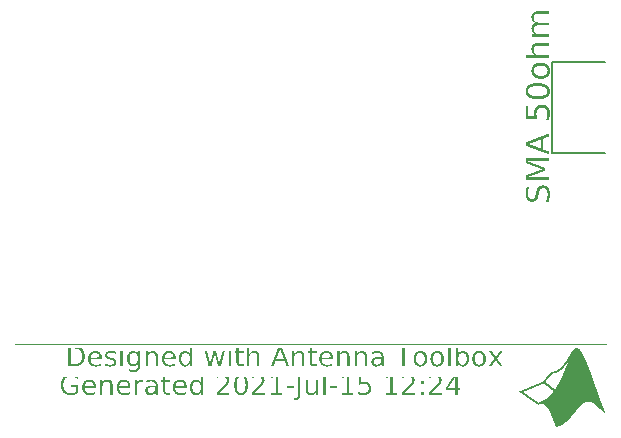
<source format=gto>
G04 Filename: OshPark_2_67GHz_Patch.gto*
G04 FileFunction: Legend,Top*
G04 Part: Single*
G04 ProjectId: OshPark_2_67GHz_Patch,2CD5A48D9547658B661045AFE73CCBB1,1*
G04 GenerationSoftware: MathWorks,MATLAB,9.8.0.1417392 (R2020a) Update 4*
G04 CreationDate: 2021-07-15T12:24:55-0700*
%FSLAX16Y16*%
%MOIN*%
%ADD12C,0.008*%  G04 For silkscreen component boundaries - signal side*
%ADD15C,0.004*%  G04 Design info boundary*
D12*
%LPD*%
G01*
X0980252Y-0151638D02*
X0805055D01*
Y0151638D01*
X0980252D01*
G04 Label the edge connector*
G36*
X0737587Y-0315511D02*
X0737036Y-0314961D01*
X0736486D01*
X0735935D01*
X0735385D01*
X0734834D01*
X0734283D01*
X0733733D01*
X0733182Y-0314410D01*
X0732631D01*
X0732081D01*
X0731530D01*
X0730979Y-0313859D01*
X0730429D01*
X0729878D01*
X0729328Y-0313309D01*
X0728777D01*
X0728226Y-0312758D01*
X0727676D01*
X0727125Y-0312207D01*
X0726574D01*
X0726024Y-0311657D01*
X0725473Y-0311106D01*
X0724923Y-0310556D01*
X0724372D01*
X0723821Y-0310005D01*
X0723271Y-0309454D01*
X0722720Y-0308904D01*
Y-0308353D01*
X0722169Y-0307802D01*
X0721619Y-0307252D01*
X0721068Y-0306701D01*
X0720517Y-0306151D01*
Y-0305600D01*
X0719967Y-0305049D01*
Y-0304499D01*
X0719416Y-0303948D01*
Y-0303397D01*
X0718866Y-0302847D01*
Y-0302296D01*
Y-0301745D01*
Y-0301195D01*
Y-0300644D01*
Y-0300094D01*
Y-0299543D01*
Y-0298992D01*
Y-0298442D01*
Y-0297891D01*
Y-0297340D01*
Y-0296790D01*
Y-0296239D01*
Y-0295689D01*
Y-0295138D01*
Y-0294587D01*
Y-0294037D01*
Y-0293486D01*
Y-0292935D01*
Y-0292385D01*
Y-0291834D01*
Y-0291284D01*
Y-0290733D01*
Y-0290182D01*
Y-0289632D01*
Y-0289081D01*
Y-0288530D01*
Y-0287980D01*
Y-0287429D01*
Y-0286878D01*
Y-0286328D01*
Y-0285777D01*
Y-0285227D01*
Y-0284676D01*
Y-0284125D01*
Y-0283575D01*
Y-0283024D01*
Y-0282473D01*
Y-0281923D01*
Y-0281372D01*
Y-0280822D01*
Y-0280271D01*
Y-0279720D01*
Y-0279170D01*
Y-0278619D01*
Y-0278068D01*
Y-0277518D01*
Y-0276967D01*
Y-0276416D01*
Y-0275866D01*
Y-0275315D01*
Y-0274765D01*
Y-0274214D01*
Y-0273663D01*
Y-0273113D01*
Y-0272562D01*
Y-0272011D01*
Y-0271461D01*
Y-0270910D01*
Y-0270360D01*
Y-0269809D01*
Y-0269258D01*
Y-0268708D01*
Y-0268157D01*
X0719416Y-0267606D01*
Y-0267056D01*
Y-0266505D01*
X0719967Y-0265955D01*
Y-0265404D01*
Y-0264853D01*
X0720517D01*
X0721068D01*
X0721619D01*
X0722169D01*
X0722720D01*
X0723271D01*
X0723821D01*
X0724372D01*
X0724923D01*
X0725473D01*
X0726024D01*
X0726574D01*
X0727125D01*
X0727676D01*
X0728226D01*
X0728777D01*
X0729328D01*
Y-0265404D01*
X0728777Y-0265955D01*
Y-0266505D01*
X0728226Y-0267056D01*
Y-0267606D01*
X0727676Y-0268157D01*
Y-0268708D01*
Y-0269258D01*
X0727125Y-0269809D01*
Y-0270360D01*
Y-0270910D01*
X0726574Y-0271461D01*
Y-0272011D01*
X0726024Y-0272562D01*
Y-0273113D01*
Y-0273663D01*
X0725473Y-0274214D01*
Y-0274765D01*
Y-0275315D01*
Y-0275866D01*
X0724923Y-0276416D01*
Y-0276967D01*
Y-0277518D01*
Y-0278068D01*
X0724372Y-0278619D01*
Y-0279170D01*
Y-0279720D01*
Y-0280271D01*
Y-0280822D01*
X0723821Y-0281372D01*
Y-0281923D01*
Y-0282473D01*
Y-0283024D01*
Y-0283575D01*
Y-0284125D01*
Y-0284676D01*
Y-0285227D01*
Y-0285777D01*
Y-0286328D01*
Y-0286878D01*
Y-0287429D01*
Y-0287980D01*
Y-0288530D01*
Y-0289081D01*
Y-0289632D01*
Y-0290182D01*
Y-0290733D01*
Y-0291284D01*
X0724372Y-0291834D01*
Y-0292385D01*
Y-0292935D01*
Y-0293486D01*
Y-0294037D01*
X0724923Y-0294587D01*
Y-0295138D01*
Y-0295689D01*
Y-0296239D01*
X0725473Y-0296790D01*
Y-0297340D01*
X0726024Y-0297891D01*
Y-0298442D01*
X0726574Y-0298992D01*
Y-0299543D01*
X0727125Y-0300094D01*
X0727676Y-0300644D01*
Y-0301195D01*
X0728226Y-0301745D01*
X0728777Y-0302296D01*
X0729328Y-0302847D01*
X0729878Y-0303397D01*
X0730429D01*
X0730979Y-0303948D01*
X0731530D01*
X0732081Y-0304499D01*
X0732631D01*
X0733182Y-0305049D01*
X0733733D01*
X0734283D01*
X0734834D01*
X0735385Y-0305600D01*
X0735935D01*
X0736486D01*
X0737036D01*
X0737587D01*
X0738138D01*
X0738688D01*
X0739239D01*
X0739790D01*
X0740340Y-0305049D01*
X0740891D01*
X0741441D01*
X0741992D01*
X0742543Y-0304499D01*
X0743093D01*
X0743644Y-0303948D01*
X0744195Y-0303397D01*
X0744745D01*
X0745296Y-0302847D01*
X0745846Y-0302296D01*
Y-0301745D01*
X0746397Y-0301195D01*
X0746948Y-0300644D01*
Y-0300094D01*
X0747498Y-0299543D01*
Y-0298992D01*
X0748049Y-0298442D01*
Y-0297891D01*
Y-0297340D01*
X0748600Y-0296790D01*
Y-0296239D01*
X0749150Y-0295689D01*
Y-0295138D01*
Y-0294587D01*
Y-0294037D01*
X0749701Y-0293486D01*
Y-0292935D01*
Y-0292385D01*
Y-0291834D01*
Y-0291284D01*
X0750252Y-0290733D01*
Y-0290182D01*
Y-0289632D01*
Y-0289081D01*
X0750802Y-0288530D01*
Y-0287980D01*
Y-0287429D01*
Y-0286878D01*
Y-0286328D01*
X0751353Y-0285777D01*
Y-0285227D01*
Y-0284676D01*
Y-0284125D01*
Y-0283575D01*
X0751903Y-0283024D01*
Y-0282473D01*
Y-0281923D01*
Y-0281372D01*
Y-0280822D01*
X0752454Y-0280271D01*
Y-0279720D01*
Y-0279170D01*
Y-0278619D01*
X0753005Y-0278068D01*
Y-0277518D01*
Y-0276967D01*
X0753555Y-0276416D01*
Y-0275866D01*
Y-0275315D01*
X0754106Y-0274765D01*
Y-0274214D01*
X0754657Y-0273663D01*
Y-0273113D01*
X0755207Y-0272562D01*
Y-0272011D01*
X0755758Y-0271461D01*
Y-0270910D01*
X0756308Y-0270360D01*
Y-0269809D01*
X0756859Y-0269258D01*
X0757410Y-0268708D01*
Y-0268157D01*
X0757960Y-0267606D01*
X0758511Y-0267056D01*
X0759062Y-0266505D01*
X0759612Y-0265955D01*
X0760163Y-0265404D01*
X0760714Y-0264853D01*
X0761264Y-0264303D01*
X0761815Y-0263752D01*
X0762365D01*
X0762916Y-0263201D01*
X0763467D01*
X0764017Y-0262651D01*
X0764568D01*
X0765119Y-0262100D01*
X0765669D01*
X0766220Y-0261549D01*
X0766770D01*
X0767321D01*
X0767872Y-0260999D01*
X0768422D01*
X0768973D01*
X0769524D01*
X0770074D01*
X0770625Y-0260448D01*
X0771175D01*
X0771726D01*
X0772277D01*
X0772827D01*
X0773378D01*
X0773929D01*
X0774479D01*
X0775030D01*
X0775581D01*
X0776131D01*
X0776682D01*
X0777232D01*
X0777783D01*
X0778334D01*
X0778884D01*
X0779435Y-0260999D01*
X0779986D01*
X0780536D01*
X0781087D01*
X0781637D01*
X0782188Y-0261549D01*
X0782739D01*
X0783289D01*
X0783840Y-0262100D01*
X0784391D01*
X0784941Y-0262651D01*
X0785492D01*
X0786043Y-0263201D01*
X0786593D01*
X0787144Y-0263752D01*
X0787694Y-0264303D01*
X0788245D01*
X0788796Y-0264853D01*
X0789346Y-0265404D01*
X0789897Y-0265955D01*
X0790448Y-0266505D01*
X0790998Y-0267056D01*
X0791549Y-0267606D01*
X0792099Y-0268157D01*
Y-0268708D01*
X0792650Y-0269258D01*
X0793201Y-0269809D01*
Y-0270360D01*
X0793751Y-0270910D01*
Y-0271461D01*
X0794302Y-0272011D01*
Y-0272562D01*
X0794853Y-0273113D01*
Y-0273663D01*
Y-0274214D01*
X0795403Y-0274765D01*
Y-0275315D01*
Y-0275866D01*
X0795954Y-0276416D01*
Y-0276967D01*
Y-0277518D01*
X0796504Y-0278068D01*
Y-0278619D01*
Y-0279170D01*
Y-0279720D01*
Y-0280271D01*
Y-0280822D01*
X0797055Y-0281372D01*
Y-0281923D01*
Y-0282473D01*
Y-0283024D01*
Y-0283575D01*
Y-0284125D01*
Y-0284676D01*
Y-0285227D01*
X0797606Y-0285777D01*
Y-0286328D01*
Y-0286878D01*
Y-0287429D01*
Y-0287980D01*
Y-0288530D01*
Y-0289081D01*
Y-0289632D01*
Y-0290182D01*
Y-0290733D01*
Y-0291284D01*
Y-0291834D01*
Y-0292385D01*
Y-0292935D01*
Y-0293486D01*
Y-0294037D01*
X0797055Y-0294587D01*
Y-0295138D01*
Y-0295689D01*
Y-0296239D01*
Y-0296790D01*
Y-0297340D01*
Y-0297891D01*
Y-0298442D01*
Y-0298992D01*
X0796504Y-0299543D01*
Y-0300094D01*
Y-0300644D01*
Y-0301195D01*
Y-0301745D01*
X0795954Y-0302296D01*
Y-0302847D01*
Y-0303397D01*
Y-0303948D01*
Y-0304499D01*
X0795403Y-0305049D01*
Y-0305600D01*
Y-0306151D01*
Y-0306701D01*
X0794853Y-0307252D01*
Y-0307802D01*
Y-0308353D01*
X0794302Y-0308904D01*
Y-0309454D01*
Y-0310005D01*
Y-0310556D01*
X0793751Y-0311106D01*
Y-0311657D01*
Y-0312207D01*
X0793201Y-0312758D01*
Y-0313309D01*
Y-0313859D01*
X0792650Y-0314410D01*
Y-0314961D01*
X0792099D01*
X0791549D01*
X0790998D01*
X0790448D01*
X0789897D01*
X0789346D01*
X0788796D01*
X0788245D01*
X0787694D01*
X0787144D01*
X0786593D01*
X0786043D01*
X0785492D01*
X0784941D01*
X0784391D01*
X0783840D01*
X0783289D01*
X0782739D01*
X0783289Y-0314410D01*
Y-0313859D01*
X0783840Y-0313309D01*
Y-0312758D01*
X0784391Y-0312207D01*
Y-0311657D01*
X0784941Y-0311106D01*
Y-0310556D01*
X0785492Y-0310005D01*
Y-0309454D01*
X0786043Y-0308904D01*
Y-0308353D01*
Y-0307802D01*
X0786593Y-0307252D01*
Y-0306701D01*
X0787144Y-0306151D01*
Y-0305600D01*
Y-0305049D01*
X0787694Y-0304499D01*
Y-0303948D01*
Y-0303397D01*
X0788245Y-0302847D01*
Y-0302296D01*
Y-0301745D01*
Y-0301195D01*
X0788796Y-0300644D01*
Y-0300094D01*
Y-0299543D01*
Y-0298992D01*
Y-0298442D01*
X0789346Y-0297891D01*
Y-0297340D01*
Y-0296790D01*
Y-0296239D01*
Y-0295689D01*
Y-0295138D01*
X0789897Y-0294587D01*
Y-0294037D01*
Y-0293486D01*
Y-0292935D01*
Y-0292385D01*
Y-0291834D01*
Y-0291284D01*
Y-0290733D01*
Y-0290182D01*
Y-0289632D01*
Y-0289081D01*
Y-0288530D01*
Y-0287980D01*
Y-0287429D01*
Y-0286878D01*
Y-0286328D01*
Y-0285777D01*
X0789346Y-0285227D01*
Y-0284676D01*
Y-0284125D01*
Y-0283575D01*
Y-0283024D01*
Y-0282473D01*
X0788796Y-0281923D01*
Y-0281372D01*
Y-0280822D01*
X0788245Y-0280271D01*
Y-0279720D01*
Y-0279170D01*
X0787694Y-0278619D01*
Y-0278068D01*
X0787144Y-0277518D01*
Y-0276967D01*
X0786593Y-0276416D01*
X0786043Y-0275866D01*
Y-0275315D01*
X0785492Y-0274765D01*
X0784941Y-0274214D01*
X0784391Y-0273663D01*
X0783840Y-0273113D01*
X0783289Y-0272562D01*
X0782739D01*
X0782188Y-0272011D01*
X0781637D01*
X0781087Y-0271461D01*
X0780536D01*
X0779986Y-0270910D01*
X0779435D01*
X0778884D01*
X0778334D01*
X0777783D01*
X0777232Y-0270360D01*
X0776682D01*
X0776131D01*
X0775581D01*
X0775030D01*
X0774479D01*
X0773929D01*
X0773378D01*
X0772827Y-0270910D01*
X0772277D01*
X0771726D01*
X0771175D01*
X0770625D01*
X0770074Y-0271461D01*
X0769524D01*
X0768973Y-0272011D01*
X0768422D01*
X0767872Y-0272562D01*
X0767321D01*
X0766770Y-0273113D01*
X0766220Y-0273663D01*
X0765669Y-0274214D01*
X0765119Y-0274765D01*
Y-0275315D01*
X0764568Y-0275866D01*
X0764017Y-0276416D01*
Y-0276967D01*
X0763467Y-0277518D01*
Y-0278068D01*
X0762916Y-0278619D01*
Y-0279170D01*
X0762365Y-0279720D01*
Y-0280271D01*
Y-0280822D01*
X0761815Y-0281372D01*
Y-0281923D01*
Y-0282473D01*
X0761264Y-0283024D01*
Y-0283575D01*
Y-0284125D01*
Y-0284676D01*
X0760714Y-0285227D01*
Y-0285777D01*
Y-0286328D01*
Y-0286878D01*
Y-0287429D01*
X0760163Y-0287980D01*
Y-0288530D01*
Y-0289081D01*
Y-0289632D01*
Y-0290182D01*
X0759612Y-0290733D01*
Y-0291284D01*
Y-0291834D01*
Y-0292385D01*
Y-0292935D01*
X0759062Y-0293486D01*
Y-0294037D01*
Y-0294587D01*
Y-0295138D01*
Y-0295689D01*
X0758511Y-0296239D01*
Y-0296790D01*
Y-0297340D01*
Y-0297891D01*
X0757960Y-0298442D01*
Y-0298992D01*
Y-0299543D01*
X0757410Y-0300094D01*
Y-0300644D01*
X0756859Y-0301195D01*
Y-0301745D01*
Y-0302296D01*
X0756308Y-0302847D01*
Y-0303397D01*
Y-0303948D01*
X0755758Y-0304499D01*
X0755207Y-0305049D01*
Y-0305600D01*
X0754657Y-0306151D01*
Y-0306701D01*
X0754106Y-0307252D01*
X0753555Y-0307802D01*
Y-0308353D01*
X0753005Y-0308904D01*
X0752454Y-0309454D01*
X0751903Y-0310005D01*
X0751353Y-0310556D01*
X0750802Y-0311106D01*
X0750252Y-0311657D01*
X0749701Y-0312207D01*
X0749150D01*
X0748600Y-0312758D01*
X0748049D01*
X0747498Y-0313309D01*
X0746948Y-0313859D01*
X0746397D01*
X0745846D01*
X0745296Y-0314410D01*
X0744745D01*
X0744195D01*
X0743644D01*
X0743093Y-0314961D01*
X0742543D01*
X0741992D01*
X0741441D01*
X0740891D01*
X0740340D01*
X0739790D01*
X0739239Y-0315511D01*
X0738688D01*
X0738138D01*
X0737587D01*
G37*
G36*
X0718866Y-0242828D02*
Y-0242277D01*
Y-0241727D01*
Y-0241176D01*
Y-0240626D01*
Y-0240075D01*
Y-0239524D01*
Y-0238974D01*
Y-0238423D01*
Y-0237872D01*
Y-0237322D01*
Y-0236771D01*
Y-0236220D01*
Y-0235670D01*
Y-0235119D01*
Y-0234569D01*
Y-0234018D01*
Y-0233467D01*
Y-0232917D01*
Y-0232366D01*
Y-0231815D01*
Y-0231265D01*
Y-0230714D01*
Y-0230164D01*
Y-0229613D01*
Y-0229062D01*
Y-0228512D01*
Y-0227961D01*
Y-0227410D01*
Y-0226860D01*
X0719416D01*
X0719967Y-0226309D01*
X0720517D01*
X0721068D01*
X0721619Y-0225758D01*
X0722169D01*
X0722720D01*
X0723271Y-0225208D01*
X0723821D01*
X0724372Y-0224657D01*
X0724923D01*
X0725473D01*
X0726024Y-0224107D01*
X0726574D01*
X0727125Y-0223556D01*
X0727676D01*
X0728226D01*
X0728777Y-0223005D01*
X0729328D01*
X0729878D01*
X0730429Y-0222455D01*
X0730979D01*
X0731530D01*
X0732081Y-0221904D01*
X0732631D01*
X0733182Y-0221353D01*
X0733733D01*
X0734283D01*
X0734834Y-0220803D01*
X0735385D01*
X0735935D01*
X0736486Y-0220252D01*
X0737036D01*
X0737587Y-0219702D01*
X0738138D01*
X0738688D01*
X0739239Y-0219151D01*
X0739790D01*
X0740340D01*
X0740891Y-0218600D01*
X0741441D01*
X0741992Y-0218050D01*
X0742543D01*
X0743093D01*
X0743644Y-0217499D01*
X0744195D01*
X0744745D01*
X0745296Y-0216948D01*
X0745846D01*
X0746397Y-0216398D01*
X0746948D01*
X0747498D01*
X0748049Y-0215847D01*
X0748600D01*
X0749150D01*
X0749701Y-0215297D01*
X0750252D01*
X0750802Y-0214746D01*
X0751353D01*
X0751903D01*
X0752454Y-0214195D01*
X0753005D01*
X0753555D01*
X0754106Y-0213645D01*
X0754657D01*
X0755207Y-0213094D01*
X0755758D01*
X0756308D01*
X0756859Y-0212543D01*
X0757410D01*
X0757960D01*
X0758511Y-0211993D01*
X0759062D01*
X0759612Y-0211442D01*
X0760163D01*
X0760714D01*
X0761264Y-0210891D01*
X0761815D01*
X0762365D01*
X0762916Y-0210341D01*
X0763467D01*
X0764017Y-0209790D01*
X0764568D01*
X0765119D01*
X0765669Y-0209240D01*
X0766220D01*
X0766770D01*
X0767321Y-0208689D01*
X0767872D01*
X0768422Y-0208138D01*
X0768973D01*
X0769524D01*
X0770074Y-0207588D01*
X0770625D01*
X0771175D01*
X0771726Y-0207037D01*
Y-0206486D01*
X0771175Y-0205936D01*
X0770625D01*
X0770074D01*
X0769524Y-0205385D01*
X0768973D01*
X0768422Y-0204835D01*
X0767872D01*
X0767321D01*
X0766770Y-0204284D01*
X0766220D01*
X0765669D01*
X0765119Y-0203733D01*
X0764568D01*
X0764017D01*
X0763467Y-0203183D01*
X0762916D01*
X0762365Y-0202632D01*
X0761815D01*
X0761264D01*
X0760714Y-0202081D01*
X0760163D01*
X0759612D01*
X0759062Y-0201531D01*
X0758511D01*
X0757960Y-0200980D01*
X0757410D01*
X0756859D01*
X0756308Y-0200429D01*
X0755758D01*
X0755207Y-0199879D01*
X0754657D01*
X0754106D01*
X0753555Y-0199328D01*
X0753005D01*
X0752454D01*
X0751903Y-0198778D01*
X0751353D01*
X0750802Y-0198227D01*
X0750252D01*
X0749701D01*
X0749150Y-0197676D01*
X0748600D01*
X0748049D01*
X0747498Y-0197126D01*
X0746948D01*
X0746397Y-0196575D01*
X0745846D01*
X0745296D01*
X0744745Y-0196024D01*
X0744195D01*
X0743644Y-0195474D01*
X0743093D01*
X0742543D01*
X0741992Y-0194923D01*
X0741441D01*
X0740891D01*
X0740340Y-0194373D01*
X0739790D01*
X0739239Y-0193822D01*
X0738688D01*
X0738138D01*
X0737587Y-0193271D01*
X0737036D01*
X0736486D01*
X0735935Y-0192721D01*
X0735385D01*
X0734834D01*
X0734283Y-0192170D01*
X0733733D01*
X0733182Y-0191619D01*
X0732631D01*
X0732081D01*
X0731530Y-0191069D01*
X0730979D01*
X0730429D01*
X0729878Y-0190518D01*
X0729328D01*
X0728777Y-0189968D01*
X0728226D01*
X0727676D01*
X0727125Y-0189417D01*
X0726574D01*
X0726024D01*
X0725473Y-0188866D01*
X0724923D01*
X0724372Y-0188316D01*
X0723821D01*
X0723271D01*
X0722720Y-0187765D01*
X0722169D01*
X0721619Y-0187214D01*
X0721068D01*
X0720517D01*
X0719967Y-0186664D01*
X0719416D01*
X0718866D01*
Y-0186113D01*
Y-0185562D01*
Y-0185012D01*
Y-0184461D01*
Y-0183911D01*
Y-0183360D01*
Y-0182809D01*
Y-0182259D01*
Y-0181708D01*
Y-0181157D01*
Y-0180607D01*
Y-0180056D01*
Y-0179506D01*
Y-0178955D01*
Y-0178404D01*
Y-0177854D01*
Y-0177303D01*
Y-0176752D01*
Y-0176202D01*
Y-0175651D01*
Y-0175100D01*
Y-0174550D01*
Y-0173999D01*
Y-0173449D01*
Y-0172898D01*
Y-0172347D01*
Y-0171797D01*
Y-0171246D01*
Y-0170695D01*
X0719416D01*
X0719967D01*
X0720517D01*
X0721068D01*
X0721619D01*
X0722169D01*
X0722720D01*
X0723271D01*
X0723821D01*
X0724372D01*
X0724923D01*
X0725473D01*
X0726024D01*
X0726574D01*
X0727125D01*
X0727676D01*
X0728226D01*
X0728777D01*
X0729328D01*
X0729878D01*
X0730429D01*
X0730979D01*
X0731530D01*
X0732081D01*
X0732631D01*
X0733182D01*
X0733733D01*
X0734283D01*
X0734834D01*
X0735385D01*
X0735935D01*
X0736486D01*
X0737036D01*
X0737587D01*
X0738138D01*
X0738688D01*
X0739239D01*
X0739790D01*
X0740340D01*
X0740891D01*
X0741441D01*
X0741992D01*
X0742543D01*
X0743093D01*
X0743644D01*
X0744195D01*
X0744745D01*
X0745296D01*
X0745846D01*
X0746397D01*
X0746948D01*
X0747498D01*
X0748049D01*
X0748600D01*
X0749150D01*
X0749701D01*
X0750252D01*
X0750802D01*
X0751353D01*
X0751903D01*
X0752454D01*
X0753005D01*
X0753555D01*
X0754106D01*
X0754657D01*
X0755207D01*
X0755758D01*
X0756308D01*
X0756859D01*
X0757410D01*
X0757960D01*
X0758511D01*
X0759062D01*
X0759612D01*
X0760163D01*
X0760714D01*
X0761264D01*
X0761815D01*
X0762365D01*
X0762916D01*
X0763467D01*
X0764017D01*
X0764568D01*
X0765119D01*
X0765669D01*
X0766220D01*
X0766770D01*
X0767321D01*
X0767872D01*
X0768422D01*
X0768973D01*
X0769524D01*
X0770074D01*
X0770625D01*
X0771175D01*
X0771726D01*
X0772277D01*
X0772827D01*
X0773378D01*
X0773929D01*
X0774479D01*
X0775030D01*
X0775581D01*
X0776131D01*
X0776682D01*
X0777232D01*
X0777783D01*
X0778334D01*
X0778884D01*
X0779435D01*
X0779986D01*
X0780536D01*
X0781087D01*
X0781637D01*
X0782188D01*
X0782739D01*
X0783289D01*
X0783840D01*
X0784391D01*
X0784941D01*
X0785492D01*
X0786043D01*
X0786593D01*
X0787144D01*
X0787694D01*
X0788245D01*
X0788796D01*
X0789346D01*
X0789897D01*
X0790448D01*
X0790998D01*
X0791549D01*
X0792099D01*
X0792650D01*
X0793201D01*
X0793751D01*
X0794302D01*
X0794853D01*
X0795403D01*
X0795954D01*
Y-0171246D01*
Y-0171797D01*
Y-0172347D01*
Y-0172898D01*
Y-0173449D01*
Y-0173999D01*
Y-0174550D01*
Y-0175100D01*
Y-0175651D01*
Y-0176202D01*
Y-0176752D01*
Y-0177303D01*
Y-0177854D01*
Y-0178404D01*
Y-0178955D01*
Y-0179506D01*
Y-0180056D01*
X0795403D01*
X0794853D01*
X0794302D01*
X0793751D01*
X0793201D01*
X0792650D01*
X0792099D01*
X0791549D01*
X0790998D01*
X0790448D01*
X0789897D01*
X0789346D01*
X0788796D01*
X0788245D01*
X0787694D01*
X0787144D01*
X0786593D01*
X0786043D01*
X0785492D01*
X0784941D01*
X0784391D01*
X0783840D01*
X0783289D01*
X0782739D01*
X0782188D01*
X0781637D01*
X0781087D01*
X0780536D01*
X0779986D01*
X0779435D01*
X0778884D01*
X0778334D01*
X0777783D01*
X0777232D01*
X0776682D01*
X0776131D01*
X0775581D01*
X0775030D01*
X0774479D01*
X0773929D01*
X0773378D01*
X0772827D01*
X0772277D01*
X0771726D01*
X0771175D01*
X0770625D01*
X0770074D01*
X0769524D01*
X0768973D01*
X0768422D01*
X0767872D01*
X0767321D01*
X0766770D01*
X0766220D01*
X0765669D01*
X0765119D01*
X0764568D01*
X0764017D01*
X0763467D01*
X0762916D01*
X0762365D01*
X0761815D01*
X0761264D01*
X0760714D01*
X0760163D01*
X0759612D01*
X0759062D01*
X0758511D01*
X0757960D01*
X0757410D01*
X0756859D01*
X0756308D01*
X0755758D01*
X0755207D01*
X0754657D01*
X0754106D01*
X0753555D01*
X0753005D01*
X0752454D01*
X0751903D01*
X0751353D01*
X0750802D01*
X0750252D01*
X0749701D01*
X0749150D01*
X0748600D01*
X0748049D01*
X0747498D01*
X0746948D01*
X0746397D01*
X0745846D01*
X0745296D01*
X0744745D01*
X0744195D01*
X0743644D01*
X0743093D01*
X0742543D01*
X0741992D01*
X0741441D01*
X0740891D01*
X0740340D01*
X0739790D01*
X0739239D01*
X0738688D01*
X0738138D01*
X0737587D01*
X0737036D01*
X0736486D01*
X0735935D01*
X0735385D01*
X0734834D01*
X0734283D01*
X0733733D01*
X0733182D01*
X0732631D01*
X0732081D01*
X0731530D01*
X0730979D01*
X0730429D01*
X0729878D01*
X0729328D01*
X0728777D01*
X0728226D01*
X0727676D01*
X0727125D01*
X0726574D01*
X0726024Y-0180607D01*
X0726574Y-0181157D01*
X0727125Y-0181708D01*
X0727676D01*
X0728226D01*
X0728777Y-0182259D01*
X0729328D01*
X0729878Y-0182809D01*
X0730429D01*
X0730979D01*
X0731530Y-0183360D01*
X0732081D01*
X0732631Y-0183911D01*
X0733182D01*
X0733733D01*
X0734283Y-0184461D01*
X0734834D01*
X0735385D01*
X0735935Y-0185012D01*
X0736486D01*
X0737036Y-0185562D01*
X0737587D01*
X0738138D01*
X0738688Y-0186113D01*
X0739239D01*
X0739790D01*
X0740340Y-0186664D01*
X0740891D01*
X0741441Y-0187214D01*
X0741992D01*
X0742543D01*
X0743093Y-0187765D01*
X0743644D01*
X0744195D01*
X0744745Y-0188316D01*
X0745296D01*
X0745846Y-0188866D01*
X0746397D01*
X0746948D01*
X0747498Y-0189417D01*
X0748049D01*
X0748600D01*
X0749150Y-0189968D01*
X0749701D01*
X0750252Y-0190518D01*
X0750802D01*
X0751353D01*
X0751903Y-0191069D01*
X0752454D01*
X0753005D01*
X0753555Y-0191619D01*
X0754106D01*
X0754657Y-0192170D01*
X0755207D01*
X0755758D01*
X0756308Y-0192721D01*
X0756859D01*
X0757410D01*
X0757960Y-0193271D01*
X0758511D01*
X0759062Y-0193822D01*
X0759612D01*
X0760163D01*
X0760714Y-0194373D01*
X0761264D01*
X0761815D01*
X0762365Y-0194923D01*
X0762916D01*
X0763467Y-0195474D01*
X0764017D01*
X0764568D01*
X0765119Y-0196024D01*
X0765669D01*
X0766220Y-0196575D01*
X0766770D01*
X0767321D01*
X0767872Y-0197126D01*
X0768422D01*
X0768973D01*
X0769524Y-0197676D01*
X0770074D01*
X0770625D01*
X0771175Y-0198227D01*
X0771726D01*
X0772277Y-0198778D01*
X0772827D01*
X0773378D01*
X0773929Y-0199328D01*
X0774479D01*
X0775030D01*
X0775581Y-0199879D01*
X0776131D01*
X0776682Y-0200429D01*
X0777232D01*
X0777783D01*
X0778334Y-0200980D01*
X0778884D01*
X0779435D01*
X0779986Y-0201531D01*
X0780536D01*
Y-0202081D01*
Y-0202632D01*
Y-0203183D01*
Y-0203733D01*
Y-0204284D01*
Y-0204835D01*
Y-0205385D01*
Y-0205936D01*
Y-0206486D01*
Y-0207037D01*
Y-0207588D01*
Y-0208138D01*
Y-0208689D01*
Y-0209240D01*
Y-0209790D01*
Y-0210341D01*
Y-0210891D01*
Y-0211442D01*
Y-0211993D01*
X0779986D01*
X0779435D01*
X0778884Y-0212543D01*
X0778334D01*
X0777783D01*
X0777232Y-0213094D01*
X0776682D01*
X0776131Y-0213645D01*
X0775581D01*
X0775030D01*
X0774479Y-0214195D01*
X0773929D01*
X0773378D01*
X0772827Y-0214746D01*
X0772277D01*
X0771726Y-0215297D01*
X0771175D01*
X0770625D01*
X0770074Y-0215847D01*
X0769524D01*
X0768973Y-0216398D01*
X0768422D01*
X0767872D01*
X0767321Y-0216948D01*
X0766770D01*
X0766220D01*
X0765669Y-0217499D01*
X0765119D01*
X0764568Y-0218050D01*
X0764017D01*
X0763467D01*
X0762916Y-0218600D01*
X0762365D01*
X0761815D01*
X0761264Y-0219151D01*
X0760714D01*
X0760163Y-0219702D01*
X0759612D01*
X0759062D01*
X0758511Y-0220252D01*
X0757960D01*
X0757410D01*
X0756859Y-0220803D01*
X0756308D01*
X0755758Y-0221353D01*
X0755207D01*
X0754657D01*
X0754106Y-0221904D01*
X0753555D01*
X0753005D01*
X0752454Y-0222455D01*
X0751903D01*
X0751353Y-0223005D01*
X0750802D01*
X0750252D01*
X0749701Y-0223556D01*
X0749150D01*
X0748600D01*
X0748049Y-0224107D01*
X0747498D01*
X0746948D01*
X0746397Y-0224657D01*
X0745846D01*
X0745296Y-0225208D01*
X0744745D01*
X0744195D01*
X0743644Y-0225758D01*
X0743093D01*
X0742543Y-0226309D01*
X0741992D01*
X0741441D01*
X0740891Y-0226860D01*
X0740340D01*
X0739790D01*
X0739239Y-0227410D01*
X0738688D01*
X0738138D01*
X0737587Y-0227961D01*
X0737036D01*
X0736486Y-0228512D01*
X0735935D01*
X0735385D01*
X0734834Y-0229062D01*
X0734283D01*
X0733733D01*
X0733182Y-0229613D01*
X0732631D01*
X0732081Y-0230164D01*
X0731530D01*
X0730979D01*
X0730429Y-0230714D01*
X0729878D01*
X0729328D01*
X0728777Y-0231265D01*
X0728226D01*
X0727676Y-0231815D01*
X0727125D01*
X0726574D01*
X0726024Y-0232366D01*
X0726574Y-0232917D01*
X0727125D01*
X0727676D01*
X0728226D01*
X0728777D01*
X0729328D01*
X0729878D01*
X0730429D01*
X0730979D01*
X0731530D01*
X0732081D01*
X0732631D01*
X0733182D01*
X0733733D01*
X0734283D01*
X0734834D01*
X0735385D01*
X0735935D01*
X0736486D01*
X0737036D01*
X0737587D01*
X0738138D01*
X0738688D01*
X0739239D01*
X0739790D01*
X0740340D01*
X0740891D01*
X0741441D01*
X0741992D01*
X0742543D01*
X0743093D01*
X0743644D01*
X0744195D01*
X0744745D01*
X0745296D01*
X0745846D01*
X0746397D01*
X0746948D01*
X0747498D01*
X0748049D01*
X0748600D01*
X0749150D01*
X0749701D01*
X0750252D01*
X0750802D01*
X0751353D01*
X0751903D01*
X0752454D01*
X0753005D01*
X0753555D01*
X0754106D01*
X0754657D01*
X0755207D01*
X0755758D01*
X0756308D01*
X0756859D01*
X0757410D01*
X0757960D01*
X0758511D01*
X0759062D01*
X0759612D01*
X0760163D01*
X0760714D01*
X0761264D01*
X0761815D01*
X0762365D01*
X0762916D01*
X0763467D01*
X0764017D01*
X0764568D01*
X0765119D01*
X0765669D01*
X0766220D01*
X0766770D01*
X0767321D01*
X0767872D01*
X0768422D01*
X0768973D01*
X0769524D01*
X0770074D01*
X0770625D01*
X0771175D01*
X0771726D01*
X0772277D01*
X0772827D01*
X0773378D01*
X0773929D01*
X0774479D01*
X0775030D01*
X0775581D01*
X0776131D01*
X0776682D01*
X0777232D01*
X0777783D01*
X0778334D01*
X0778884D01*
X0779435D01*
X0779986D01*
X0780536D01*
X0781087D01*
X0781637D01*
X0782188D01*
X0782739D01*
X0783289D01*
X0783840D01*
X0784391D01*
X0784941D01*
X0785492D01*
X0786043D01*
X0786593D01*
X0787144D01*
X0787694D01*
X0788245D01*
X0788796D01*
X0789346D01*
X0789897D01*
X0790448D01*
X0790998D01*
X0791549D01*
X0792099D01*
X0792650D01*
X0793201D01*
X0793751D01*
X0794302D01*
X0794853D01*
X0795403D01*
X0795954D01*
Y-0233467D01*
Y-0234018D01*
Y-0234569D01*
Y-0235119D01*
Y-0235670D01*
Y-0236220D01*
Y-0236771D01*
Y-0237322D01*
Y-0237872D01*
Y-0238423D01*
Y-0238974D01*
Y-0239524D01*
Y-0240075D01*
Y-0240626D01*
Y-0241176D01*
Y-0241727D01*
Y-0242277D01*
Y-0242828D01*
X0795403D01*
X0794853D01*
X0794302D01*
X0793751D01*
X0793201D01*
X0792650D01*
X0792099D01*
X0791549D01*
X0790998D01*
X0790448D01*
X0789897D01*
X0789346D01*
X0788796D01*
X0788245D01*
X0787694D01*
X0787144D01*
X0786593D01*
X0786043D01*
X0785492D01*
X0784941D01*
X0784391D01*
X0783840D01*
X0783289D01*
X0782739D01*
X0782188D01*
X0781637D01*
X0781087D01*
X0780536D01*
X0779986D01*
X0779435D01*
X0778884D01*
X0778334D01*
X0777783D01*
X0777232D01*
X0776682D01*
X0776131D01*
X0775581D01*
X0775030D01*
X0774479D01*
X0773929D01*
X0773378D01*
X0772827D01*
X0772277D01*
X0771726D01*
X0771175D01*
X0770625D01*
X0770074D01*
X0769524D01*
X0768973D01*
X0768422D01*
X0767872D01*
X0767321D01*
X0766770D01*
X0766220D01*
X0765669D01*
X0765119D01*
X0764568D01*
X0764017D01*
X0763467D01*
X0762916D01*
X0762365D01*
X0761815D01*
X0761264D01*
X0760714D01*
X0760163D01*
X0759612D01*
X0759062D01*
X0758511D01*
X0757960D01*
X0757410D01*
X0756859D01*
X0756308D01*
X0755758D01*
X0755207D01*
X0754657D01*
X0754106D01*
X0753555D01*
X0753005D01*
X0752454D01*
X0751903D01*
X0751353D01*
X0750802D01*
X0750252D01*
X0749701D01*
X0749150D01*
X0748600D01*
X0748049D01*
X0747498D01*
X0746948D01*
X0746397D01*
X0745846D01*
X0745296D01*
X0744745D01*
X0744195D01*
X0743644D01*
X0743093D01*
X0742543D01*
X0741992D01*
X0741441D01*
X0740891D01*
X0740340D01*
X0739790D01*
X0739239D01*
X0738688D01*
X0738138D01*
X0737587D01*
X0737036D01*
X0736486D01*
X0735935D01*
X0735385D01*
X0734834D01*
X0734283D01*
X0733733D01*
X0733182D01*
X0732631D01*
X0732081D01*
X0731530D01*
X0730979D01*
X0730429D01*
X0729878D01*
X0729328D01*
X0728777D01*
X0728226D01*
X0727676D01*
X0727125D01*
X0726574D01*
X0726024D01*
X0725473D01*
X0724923D01*
X0724372D01*
X0723821D01*
X0723271D01*
X0722720D01*
X0722169D01*
X0721619D01*
X0721068D01*
X0720517D01*
X0719967D01*
X0719416D01*
X0718866D01*
G37*
G36*
X0795403Y-0158031D02*
X0794853Y-0157480D01*
X0794302D01*
X0793751D01*
X0793201Y-0156930D01*
X0792650D01*
X0792099Y-0156379D01*
X0791549D01*
X0790998D01*
X0790448Y-0155828D01*
X0789897D01*
X0789346Y-0155278D01*
X0788796D01*
X0788245D01*
X0787694Y-0154727D01*
X0787144D01*
X0786593Y-0154177D01*
X0786043D01*
X0785492D01*
X0784941Y-0153626D01*
X0784391D01*
X0783840D01*
X0783289Y-0153075D01*
X0782739D01*
X0782188D01*
X0781637Y-0152525D01*
X0781087D01*
X0780536Y-0151974D01*
X0779986D01*
X0779435D01*
X0778884Y-0151423D01*
X0778334D01*
X0777783Y-0150873D01*
X0777232D01*
X0776682D01*
X0776131Y-0150322D01*
X0775581D01*
X0775030D01*
X0774479Y-0149771D01*
X0773929D01*
X0773378Y-0149221D01*
X0772827D01*
X0772277D01*
X0771726Y-0148670D01*
X0771175D01*
X0770625Y-0148120D01*
X0770074D01*
X0769524D01*
X0768973Y-0147569D01*
X0768422D01*
X0767872D01*
X0767321Y-0147018D01*
X0766770D01*
X0766220Y-0146468D01*
X0765669D01*
X0765119D01*
X0764568Y-0145917D01*
X0764017D01*
X0763467D01*
X0762916Y-0145366D01*
X0762365D01*
X0761815Y-0144816D01*
X0761264D01*
X0760714D01*
X0760163Y-0144265D01*
X0759612D01*
X0759062Y-0143715D01*
X0758511D01*
X0757960D01*
X0757410Y-0143164D01*
X0756859D01*
X0756308D01*
X0755758Y-0142613D01*
X0755207D01*
X0754657Y-0142063D01*
X0754106D01*
X0753555D01*
X0753005Y-0141512D01*
X0752454D01*
X0751903Y-0140961D01*
X0751353D01*
X0750802D01*
X0750252Y-0140411D01*
X0749701D01*
X0749150D01*
X0748600Y-0139860D01*
X0748049D01*
X0747498Y-0139310D01*
X0746948D01*
X0746397D01*
X0745846Y-0138759D01*
X0745296D01*
X0744745Y-0138208D01*
X0744195D01*
X0743644D01*
X0743093Y-0137658D01*
X0742543D01*
X0741992D01*
X0741441Y-0137107D01*
X0740891D01*
X0740340Y-0136556D01*
X0739790D01*
X0739239D01*
X0738688Y-0136006D01*
X0738138D01*
X0737587D01*
X0737036Y-0135455D01*
X0736486D01*
X0735935Y-0134904D01*
X0735385D01*
X0734834D01*
X0734283Y-0134354D01*
X0733733D01*
X0733182D01*
X0732631Y-0133803D01*
X0732081D01*
X0731530Y-0133253D01*
X0730979D01*
X0730429D01*
X0729878Y-0132702D01*
X0729328D01*
X0728777Y-0132151D01*
X0728226D01*
X0727676D01*
X0727125Y-0131601D01*
X0726574D01*
X0726024D01*
X0725473Y-0131050D01*
X0724923D01*
X0724372Y-0130499D01*
X0723821D01*
X0723271D01*
X0722720Y-0129949D01*
X0722169D01*
X0721619D01*
X0721068Y-0129398D01*
X0720517D01*
X0719967Y-0128848D01*
X0719416D01*
X0718866D01*
Y-0128297D01*
Y-0127746D01*
Y-0127196D01*
Y-0126645D01*
Y-0126094D01*
Y-0125544D01*
Y-0124993D01*
Y-0124442D01*
Y-0123892D01*
Y-0123341D01*
Y-0122791D01*
Y-0122240D01*
Y-0121689D01*
Y-0121139D01*
Y-0120588D01*
Y-0120037D01*
Y-0119487D01*
Y-0118936D01*
Y-0118386D01*
Y-0117835D01*
Y-0117284D01*
Y-0116734D01*
Y-0116183D01*
X0719416D01*
X0719967Y-0115632D01*
X0720517D01*
X0721068D01*
X0721619Y-0115082D01*
X0722169D01*
X0722720Y-0114531D01*
X0723271D01*
X0723821D01*
X0724372Y-0113981D01*
X0724923D01*
X0725473D01*
X0726024Y-0113430D01*
X0726574D01*
X0727125Y-0112879D01*
X0727676D01*
X0728226D01*
X0728777Y-0112329D01*
X0729328D01*
X0729878D01*
X0730429Y-0111778D01*
X0730979D01*
X0731530Y-0111227D01*
X0732081D01*
X0732631D01*
X0733182Y-0110677D01*
X0733733D01*
X0734283Y-0110126D01*
X0734834D01*
X0735385D01*
X0735935Y-0109575D01*
X0736486D01*
X0737036D01*
X0737587Y-0109025D01*
X0738138D01*
X0738688Y-0108474D01*
X0739239D01*
X0739790D01*
X0740340Y-0107924D01*
X0740891D01*
X0741441Y-0107373D01*
X0741992D01*
X0742543D01*
X0743093Y-0106822D01*
X0743644D01*
X0744195D01*
X0744745Y-0106272D01*
X0745296D01*
X0745846Y-0105721D01*
X0746397D01*
X0746948D01*
X0747498Y-0105170D01*
X0748049D01*
X0748600D01*
X0749150Y-0104620D01*
X0749701D01*
X0750252Y-0104069D01*
X0750802D01*
X0751353D01*
X0751903Y-0103519D01*
X0752454D01*
X0753005D01*
X0753555Y-0102968D01*
X0754106D01*
X0754657Y-0102417D01*
X0755207D01*
X0755758D01*
X0756308Y-0101867D01*
X0756859D01*
X0757410D01*
X0757960Y-0101316D01*
X0758511D01*
X0759062Y-0100765D01*
X0759612D01*
X0760163D01*
X0760714Y-0100215D01*
X0761264D01*
X0761815Y-0099664D01*
X0762365D01*
X0762916D01*
X0763467Y-0099113D01*
X0764017D01*
X0764568D01*
X0765119Y-0098563D01*
X0765669D01*
X0766220Y-0098012D01*
X0766770D01*
X0767321D01*
X0767872Y-0097462D01*
X0768422D01*
X0768973D01*
X0769524Y-0096911D01*
X0770074D01*
X0770625Y-0096360D01*
X0771175D01*
X0771726D01*
X0772277Y-0095810D01*
X0772827D01*
X0773378Y-0095259D01*
X0773929D01*
X0774479D01*
X0775030Y-0094708D01*
X0775581D01*
X0776131D01*
X0776682Y-0094158D01*
X0777232D01*
X0777783Y-0093607D01*
X0778334D01*
X0778884D01*
X0779435Y-0093057D01*
X0779986D01*
X0780536Y-0092506D01*
X0781087D01*
X0781637D01*
X0782188Y-0091955D01*
X0782739D01*
X0783289D01*
X0783840Y-0091405D01*
X0784391D01*
X0784941Y-0090854D01*
X0785492D01*
X0786043D01*
X0786593Y-0090303D01*
X0787144D01*
X0787694D01*
X0788245Y-0089753D01*
X0788796D01*
X0789346Y-0089202D01*
X0789897D01*
X0790448D01*
X0790998Y-0088652D01*
X0791549D01*
X0792099Y-0088101D01*
X0792650D01*
X0793201D01*
X0793751Y-0087550D01*
X0794302D01*
X0794853D01*
X0795403Y-0087000D01*
X0795954D01*
Y-0087550D01*
Y-0088101D01*
Y-0088652D01*
Y-0089202D01*
Y-0089753D01*
Y-0090303D01*
Y-0090854D01*
Y-0091405D01*
Y-0091955D01*
Y-0092506D01*
Y-0093057D01*
Y-0093607D01*
Y-0094158D01*
Y-0094708D01*
Y-0095259D01*
Y-0095810D01*
Y-0096360D01*
Y-0096911D01*
X0795403D01*
X0794853Y-0097462D01*
X0794302D01*
X0793751D01*
X0793201Y-0098012D01*
X0792650D01*
X0792099D01*
X0791549Y-0098563D01*
X0790998D01*
X0790448D01*
X0789897Y-0099113D01*
X0789346D01*
X0788796D01*
X0788245Y-0099664D01*
X0787694D01*
X0787144Y-0100215D01*
X0786593D01*
X0786043D01*
X0785492Y-0100765D01*
X0784941D01*
X0784391D01*
X0783840Y-0101316D01*
X0783289D01*
X0782739D01*
X0782188Y-0101867D01*
X0781637D01*
X0781087D01*
X0780536Y-0102417D01*
X0779986D01*
X0779435D01*
X0778884Y-0102968D01*
X0778334D01*
X0777783Y-0103519D01*
X0777232D01*
X0776682D01*
X0776131Y-0104069D01*
X0775581Y-0104620D01*
Y-0105170D01*
Y-0105721D01*
Y-0106272D01*
Y-0106822D01*
Y-0107373D01*
Y-0107924D01*
Y-0108474D01*
Y-0109025D01*
Y-0109575D01*
Y-0110126D01*
Y-0110677D01*
Y-0111227D01*
Y-0111778D01*
Y-0112329D01*
Y-0112879D01*
Y-0113430D01*
Y-0113981D01*
Y-0114531D01*
Y-0115082D01*
Y-0115632D01*
Y-0116183D01*
Y-0116734D01*
Y-0117284D01*
Y-0117835D01*
Y-0118386D01*
Y-0118936D01*
Y-0119487D01*
Y-0120037D01*
Y-0120588D01*
Y-0121139D01*
Y-0121689D01*
Y-0122240D01*
Y-0122791D01*
Y-0123341D01*
Y-0123892D01*
Y-0124442D01*
Y-0124993D01*
Y-0125544D01*
Y-0126094D01*
Y-0126645D01*
Y-0127196D01*
Y-0127746D01*
Y-0128297D01*
Y-0128848D01*
Y-0129398D01*
Y-0129949D01*
Y-0130499D01*
Y-0131050D01*
Y-0131601D01*
Y-0132151D01*
Y-0132702D01*
Y-0133253D01*
Y-0133803D01*
Y-0134354D01*
Y-0134904D01*
Y-0135455D01*
Y-0136006D01*
Y-0136556D01*
Y-0137107D01*
Y-0137658D01*
Y-0138208D01*
Y-0138759D01*
Y-0139310D01*
Y-0139860D01*
Y-0140411D01*
X0776131Y-0140961D01*
X0776682D01*
X0777232Y-0141512D01*
X0777783D01*
X0778334D01*
X0778884Y-0142063D01*
X0779435D01*
X0779986D01*
X0780536Y-0142613D01*
X0781087D01*
X0781637D01*
X0782188Y-0143164D01*
X0782739D01*
X0783289Y-0143715D01*
X0783840D01*
X0784391D01*
X0784941Y-0144265D01*
X0785492D01*
X0786043D01*
X0786593Y-0144816D01*
X0787144D01*
X0787694D01*
X0788245Y-0145366D01*
X0788796D01*
X0789346D01*
X0789897Y-0145917D01*
X0790448D01*
X0790998Y-0146468D01*
X0791549D01*
X0792099D01*
X0792650Y-0147018D01*
X0793201D01*
X0793751D01*
X0794302Y-0147569D01*
X0794853D01*
X0795403D01*
X0795954Y-0148120D01*
Y-0148670D01*
Y-0149221D01*
Y-0149771D01*
Y-0150322D01*
Y-0150873D01*
Y-0151423D01*
Y-0151974D01*
Y-0152525D01*
Y-0153075D01*
Y-0153626D01*
Y-0154177D01*
Y-0154727D01*
Y-0155278D01*
Y-0155828D01*
Y-0156379D01*
Y-0156930D01*
Y-0157480D01*
Y-0158031D01*
X0795403D01*
G37*
G36*
X0784391Y-0041848D02*
X0784941Y-0041297D01*
Y-0040747D01*
X0785492Y-0040196D01*
Y-0039645D01*
X0786043Y-0039095D01*
Y-0038544D01*
X0786593Y-0037994D01*
Y-0037443D01*
Y-0036892D01*
X0787144Y-0036342D01*
Y-0035791D01*
X0787694Y-0035240D01*
Y-0034690D01*
Y-0034139D01*
Y-0033588D01*
X0788245Y-0033038D01*
Y-0032487D01*
Y-0031937D01*
Y-0031386D01*
X0788796Y-0030835D01*
Y-0030285D01*
Y-0029734D01*
Y-0029183D01*
Y-0028633D01*
Y-0028082D01*
X0789346Y-0027532D01*
Y-0026981D01*
Y-0026430D01*
Y-0025880D01*
Y-0025329D01*
Y-0024778D01*
Y-0024228D01*
Y-0023677D01*
Y-0023126D01*
Y-0022576D01*
Y-0022025D01*
Y-0021475D01*
Y-0020924D01*
Y-0020373D01*
Y-0019823D01*
Y-0019272D01*
Y-0018721D01*
Y-0018171D01*
Y-0017620D01*
Y-0017070D01*
Y-0016519D01*
Y-0015968D01*
X0788796Y-0015418D01*
Y-0014867D01*
Y-0014316D01*
Y-0013766D01*
X0788245Y-0013215D01*
Y-0012665D01*
Y-0012114D01*
X0787694Y-0011563D01*
Y-0011013D01*
X0787144Y-0010462D01*
Y-0009911D01*
X0786593Y-0009361D01*
Y-0008810D01*
X0786043Y-0008259D01*
X0785492Y-0007709D01*
X0784941Y-0007158D01*
Y-0006608D01*
X0784391Y-0006057D01*
X0783840Y-0005506D01*
X0783289Y-0004956D01*
X0782739D01*
X0782188Y-0004405D01*
X0781637Y-0003854D01*
X0781087Y-0003304D01*
X0780536D01*
X0779986Y-0002753D01*
X0779435D01*
X0778884Y-0002203D01*
X0778334D01*
X0777783D01*
X0777232Y-0001652D01*
X0776682D01*
X0776131D01*
X0775581Y-0001101D01*
X0775030D01*
X0774479D01*
X0773929D01*
X0773378D01*
X0772827D01*
X0772277D01*
X0771726D01*
X0771175D01*
X0770625D01*
X0770074D01*
X0769524D01*
X0768973D01*
X0768422D01*
X0767872D01*
X0767321D01*
X0766770D01*
X0766220Y-0001652D01*
X0765669D01*
X0765119D01*
X0764568D01*
X0764017Y-0002203D01*
X0763467D01*
X0762916D01*
X0762365Y-0002753D01*
X0761815D01*
X0761264Y-0003304D01*
X0760714Y-0003854D01*
X0760163D01*
X0759612Y-0004405D01*
X0759062Y-0004956D01*
X0758511Y-0005506D01*
X0757960Y-0006057D01*
X0757410Y-0006608D01*
X0756859Y-0007158D01*
X0756308Y-0007709D01*
Y-0008259D01*
X0755758Y-0008810D01*
X0755207Y-0009361D01*
Y-0009911D01*
X0754657Y-0010462D01*
Y-0011013D01*
X0754106Y-0011563D01*
Y-0012114D01*
X0753555Y-0012665D01*
Y-0013215D01*
Y-0013766D01*
Y-0014316D01*
X0753005Y-0014867D01*
Y-0015418D01*
Y-0015968D01*
Y-0016519D01*
Y-0017070D01*
X0752454Y-0017620D01*
Y-0018171D01*
Y-0018721D01*
Y-0019272D01*
Y-0019823D01*
Y-0020373D01*
Y-0020924D01*
Y-0021475D01*
Y-0022025D01*
Y-0022576D01*
Y-0023126D01*
Y-0023677D01*
Y-0024228D01*
Y-0024778D01*
Y-0025329D01*
X0753005Y-0025880D01*
Y-0026430D01*
Y-0026981D01*
Y-0027532D01*
Y-0028082D01*
Y-0028633D01*
Y-0029183D01*
X0753555Y-0029734D01*
Y-0030285D01*
Y-0030835D01*
Y-0031386D01*
X0754106Y-0031937D01*
Y-0032487D01*
Y-0033038D01*
Y-0033588D01*
X0754657Y-0034139D01*
Y-0034690D01*
Y-0035240D01*
X0755207Y-0035791D01*
Y-0036342D01*
X0755758Y-0036892D01*
Y-0037443D01*
Y-0037994D01*
X0756308Y-0038544D01*
X0755758D01*
X0755207D01*
X0754657D01*
X0754106D01*
X0753555D01*
X0753005D01*
X0752454D01*
X0751903D01*
X0751353D01*
X0750802D01*
X0750252D01*
X0749701D01*
X0749150D01*
X0748600D01*
X0748049D01*
X0747498D01*
X0746948D01*
X0746397D01*
X0745846D01*
X0745296D01*
X0744745D01*
X0744195D01*
X0743644D01*
X0743093D01*
X0742543D01*
X0741992D01*
X0741441D01*
X0740891D01*
X0740340D01*
X0739790D01*
X0739239D01*
X0738688D01*
X0738138D01*
X0737587D01*
X0737036D01*
X0736486D01*
X0735935D01*
X0735385D01*
X0734834D01*
X0734283D01*
X0733733D01*
X0733182D01*
X0732631D01*
X0732081D01*
X0731530D01*
X0730979D01*
X0730429D01*
X0729878D01*
X0729328D01*
X0728777D01*
X0728226D01*
X0727676D01*
X0727125D01*
X0726574D01*
X0726024D01*
X0725473D01*
X0724923D01*
X0724372D01*
X0723821D01*
X0723271D01*
X0722720D01*
X0722169D01*
X0721619D01*
X0721068D01*
X0720517D01*
X0719967D01*
X0719416D01*
X0718866D01*
Y-0037994D01*
Y-0037443D01*
Y-0036892D01*
Y-0036342D01*
Y-0035791D01*
Y-0035240D01*
Y-0034690D01*
Y-0034139D01*
Y-0033588D01*
Y-0033038D01*
Y-0032487D01*
Y-0031937D01*
Y-0031386D01*
Y-0030835D01*
Y-0030285D01*
Y-0029734D01*
Y-0029183D01*
Y-0028633D01*
Y-0028082D01*
Y-0027532D01*
Y-0026981D01*
Y-0026430D01*
Y-0025880D01*
Y-0025329D01*
Y-0024778D01*
Y-0024228D01*
Y-0023677D01*
Y-0023126D01*
Y-0022576D01*
Y-0022025D01*
Y-0021475D01*
Y-0020924D01*
Y-0020373D01*
Y-0019823D01*
Y-0019272D01*
Y-0018721D01*
Y-0018171D01*
Y-0017620D01*
Y-0017070D01*
Y-0016519D01*
Y-0015968D01*
Y-0015418D01*
Y-0014867D01*
Y-0014316D01*
Y-0013766D01*
Y-0013215D01*
Y-0012665D01*
Y-0012114D01*
Y-0011563D01*
Y-0011013D01*
Y-0010462D01*
Y-0009911D01*
Y-0009361D01*
Y-0008810D01*
Y-0008259D01*
Y-0007709D01*
Y-0007158D01*
Y-0006608D01*
Y-0006057D01*
Y-0005506D01*
Y-0004956D01*
Y-0004405D01*
Y-0003854D01*
Y-0003304D01*
Y-0002753D01*
Y-0002203D01*
Y-0001652D01*
Y-0001101D01*
Y-0000551D01*
Y0000000D01*
Y0000551D01*
Y0001101D01*
Y0001652D01*
Y0002203D01*
Y0002753D01*
X0719416D01*
X0719967D01*
X0720517D01*
X0721068D01*
X0721619D01*
X0722169D01*
X0722720D01*
X0723271D01*
X0723821D01*
X0724372D01*
X0724923D01*
X0725473D01*
Y0002203D01*
Y0001652D01*
Y0001101D01*
Y0000551D01*
Y0000000D01*
Y-0000551D01*
Y-0001101D01*
Y-0001652D01*
Y-0002203D01*
Y-0002753D01*
Y-0003304D01*
Y-0003854D01*
Y-0004405D01*
Y-0004956D01*
Y-0005506D01*
Y-0006057D01*
Y-0006608D01*
Y-0007158D01*
Y-0007709D01*
Y-0008259D01*
Y-0008810D01*
Y-0009361D01*
Y-0009911D01*
Y-0010462D01*
Y-0011013D01*
Y-0011563D01*
Y-0012114D01*
Y-0012665D01*
Y-0013215D01*
Y-0013766D01*
Y-0014316D01*
Y-0014867D01*
Y-0015418D01*
Y-0015968D01*
Y-0016519D01*
Y-0017070D01*
Y-0017620D01*
Y-0018171D01*
Y-0018721D01*
Y-0019272D01*
Y-0019823D01*
Y-0020373D01*
Y-0020924D01*
Y-0021475D01*
Y-0022025D01*
Y-0022576D01*
Y-0023126D01*
Y-0023677D01*
Y-0024228D01*
Y-0024778D01*
Y-0025329D01*
Y-0025880D01*
Y-0026430D01*
Y-0026981D01*
Y-0027532D01*
Y-0028082D01*
Y-0028633D01*
Y-0029183D01*
X0726024Y-0029734D01*
X0726574D01*
X0727125D01*
X0727676D01*
X0728226D01*
X0728777D01*
X0729328D01*
X0729878D01*
X0730429D01*
X0730979D01*
X0731530D01*
X0732081D01*
X0732631D01*
X0733182D01*
X0733733D01*
X0734283D01*
X0734834D01*
X0735385D01*
X0735935D01*
X0736486D01*
X0737036D01*
X0737587D01*
X0738138D01*
X0738688D01*
X0739239D01*
X0739790D01*
X0740340D01*
X0740891D01*
X0741441D01*
X0741992D01*
X0742543D01*
X0743093D01*
X0743644D01*
X0744195D01*
X0744745D01*
X0745296D01*
X0745846Y-0029183D01*
Y-0028633D01*
Y-0028082D01*
Y-0027532D01*
Y-0026981D01*
X0745296Y-0026430D01*
Y-0025880D01*
Y-0025329D01*
X0744745Y-0024778D01*
Y-0024228D01*
Y-0023677D01*
Y-0023126D01*
Y-0022576D01*
Y-0022025D01*
Y-0021475D01*
Y-0020924D01*
Y-0020373D01*
Y-0019823D01*
Y-0019272D01*
Y-0018721D01*
Y-0018171D01*
Y-0017620D01*
Y-0017070D01*
Y-0016519D01*
Y-0015968D01*
Y-0015418D01*
Y-0014867D01*
Y-0014316D01*
Y-0013766D01*
Y-0013215D01*
X0745296Y-0012665D01*
Y-0012114D01*
Y-0011563D01*
Y-0011013D01*
Y-0010462D01*
X0745846Y-0009911D01*
Y-0009361D01*
Y-0008810D01*
X0746397Y-0008259D01*
Y-0007709D01*
Y-0007158D01*
X0746948Y-0006608D01*
Y-0006057D01*
X0747498Y-0005506D01*
Y-0004956D01*
Y-0004405D01*
X0748049Y-0003854D01*
X0748600Y-0003304D01*
Y-0002753D01*
X0749150Y-0002203D01*
Y-0001652D01*
X0749701Y-0001101D01*
X0750252Y-0000551D01*
X0750802Y0000000D01*
X0751353Y0000551D01*
X0751903Y0001101D01*
Y0001652D01*
X0752454Y0002203D01*
X0753005D01*
X0753555Y0002753D01*
X0754106Y0003304D01*
X0754657Y0003854D01*
X0755207Y0004405D01*
X0755758D01*
X0756308Y0004956D01*
X0756859Y0005506D01*
X0757410D01*
X0757960Y0006057D01*
X0758511D01*
X0759062Y0006608D01*
X0759612D01*
X0760163D01*
X0760714Y0007158D01*
X0761264D01*
X0761815Y0007709D01*
X0762365D01*
X0762916D01*
X0763467D01*
X0764017Y0008259D01*
X0764568D01*
X0765119D01*
X0765669D01*
X0766220D01*
X0766770D01*
X0767321Y0008810D01*
X0767872D01*
X0768422D01*
X0768973D01*
X0769524D01*
X0770074D01*
X0770625D01*
X0771175D01*
X0771726D01*
X0772277D01*
X0772827D01*
X0773378D01*
X0773929D01*
X0774479D01*
X0775030D01*
X0775581Y0008259D01*
X0776131D01*
X0776682D01*
X0777232D01*
X0777783D01*
X0778334D01*
X0778884Y0007709D01*
X0779435D01*
X0779986D01*
X0780536Y0007158D01*
X0781087D01*
X0781637D01*
X0782188Y0006608D01*
X0782739D01*
X0783289Y0006057D01*
X0783840D01*
X0784391Y0005506D01*
X0784941D01*
X0785492Y0004956D01*
X0786043D01*
X0786593Y0004405D01*
X0787144Y0003854D01*
X0787694Y0003304D01*
X0788245D01*
X0788796Y0002753D01*
X0789346Y0002203D01*
X0789897Y0001652D01*
X0790448Y0001101D01*
X0790998Y0000551D01*
X0791549Y0000000D01*
Y-0000551D01*
X0792099Y-0001101D01*
X0792650Y-0001652D01*
Y-0002203D01*
X0793201Y-0002753D01*
X0793751Y-0003304D01*
Y-0003854D01*
X0794302Y-0004405D01*
Y-0004956D01*
X0794853Y-0005506D01*
Y-0006057D01*
Y-0006608D01*
X0795403Y-0007158D01*
Y-0007709D01*
Y-0008259D01*
X0795954Y-0008810D01*
Y-0009361D01*
Y-0009911D01*
X0796504Y-0010462D01*
Y-0011013D01*
Y-0011563D01*
Y-0012114D01*
Y-0012665D01*
X0797055Y-0013215D01*
Y-0013766D01*
Y-0014316D01*
Y-0014867D01*
Y-0015418D01*
Y-0015968D01*
Y-0016519D01*
X0797606Y-0017070D01*
Y-0017620D01*
Y-0018171D01*
Y-0018721D01*
Y-0019272D01*
Y-0019823D01*
Y-0020373D01*
Y-0020924D01*
Y-0021475D01*
Y-0022025D01*
Y-0022576D01*
Y-0023126D01*
Y-0023677D01*
Y-0024228D01*
Y-0024778D01*
Y-0025329D01*
X0797055Y-0025880D01*
Y-0026430D01*
Y-0026981D01*
Y-0027532D01*
Y-0028082D01*
Y-0028633D01*
Y-0029183D01*
Y-0029734D01*
Y-0030285D01*
X0796504Y-0030835D01*
Y-0031386D01*
Y-0031937D01*
Y-0032487D01*
Y-0033038D01*
X0795954Y-0033588D01*
Y-0034139D01*
Y-0034690D01*
Y-0035240D01*
Y-0035791D01*
X0795403Y-0036342D01*
Y-0036892D01*
Y-0037443D01*
Y-0037994D01*
X0794853Y-0038544D01*
Y-0039095D01*
Y-0039645D01*
Y-0040196D01*
X0794302Y-0040747D01*
Y-0041297D01*
Y-0041848D01*
X0793751D01*
X0793201D01*
X0792650D01*
X0792099D01*
X0791549D01*
X0790998D01*
X0790448D01*
X0789897D01*
X0789346D01*
X0788796D01*
X0788245D01*
X0787694D01*
X0787144D01*
X0786593D01*
X0786043D01*
X0785492D01*
X0784941D01*
X0784391D01*
G37*
G36*
X0750252Y0026430D02*
X0749701Y0026981D01*
X0749150D01*
X0748600D01*
X0748049D01*
X0747498D01*
X0746948D01*
X0746397D01*
X0745846D01*
X0745296D01*
X0744745Y0027532D01*
X0744195D01*
X0743644D01*
X0743093D01*
X0742543D01*
X0741992D01*
X0741441Y0028082D01*
X0740891D01*
X0740340D01*
X0739790D01*
X0739239D01*
X0738688Y0028633D01*
X0738138D01*
X0737587D01*
X0737036D01*
X0736486Y0029183D01*
X0735935D01*
X0735385D01*
X0734834Y0029734D01*
X0734283D01*
X0733733D01*
X0733182Y0030285D01*
X0732631D01*
X0732081D01*
X0731530Y0030835D01*
X0730979D01*
X0730429Y0031386D01*
X0729878D01*
X0729328Y0031937D01*
X0728777D01*
X0728226Y0032487D01*
X0727676Y0033038D01*
X0727125D01*
X0726574Y0033588D01*
X0726024D01*
X0725473Y0034139D01*
X0724923Y0034690D01*
X0724372Y0035240D01*
X0723821Y0035791D01*
X0723271D01*
X0722720Y0036342D01*
X0722169Y0036892D01*
X0721619Y0037443D01*
Y0037994D01*
X0721068Y0038544D01*
X0720517Y0039095D01*
X0719967Y0039645D01*
Y0040196D01*
X0719416Y0040747D01*
X0718866Y0041297D01*
Y0041848D01*
Y0042399D01*
Y0042949D01*
Y0043500D01*
Y0044050D01*
Y0044601D01*
Y0045152D01*
Y0045702D01*
Y0046253D01*
Y0046804D01*
Y0047354D01*
Y0047905D01*
Y0048455D01*
Y0049006D01*
Y0049557D01*
Y0050107D01*
Y0050658D01*
Y0051209D01*
Y0051759D01*
Y0052310D01*
Y0052861D01*
Y0053411D01*
Y0053962D01*
Y0054512D01*
Y0055063D01*
Y0055614D01*
Y0056164D01*
Y0056715D01*
Y0057266D01*
Y0057816D01*
Y0058367D01*
Y0058917D01*
Y0059468D01*
Y0060019D01*
Y0060569D01*
Y0061120D01*
Y0061671D01*
Y0062221D01*
Y0062772D01*
Y0063323D01*
Y0063873D01*
Y0064424D01*
Y0064974D01*
Y0065525D01*
X0719416Y0066076D01*
X0719967Y0066626D01*
Y0067177D01*
X0720517Y0067728D01*
X0721068Y0068278D01*
Y0068829D01*
X0721619Y0069379D01*
X0722169Y0069930D01*
X0722720Y0070481D01*
X0723271Y0071031D01*
X0723821Y0071582D01*
X0724372D01*
X0724923Y0072133D01*
X0725473Y0072683D01*
X0726024Y0073234D01*
X0726574D01*
X0727125Y0073784D01*
X0727676Y0074335D01*
X0728226D01*
X0728777Y0074886D01*
X0729328D01*
X0729878Y0075436D01*
X0730429D01*
X0730979Y0075987D01*
X0731530D01*
X0732081Y0076538D01*
X0732631D01*
X0733182Y0077088D01*
X0733733D01*
X0734283D01*
X0734834D01*
X0735385Y0077639D01*
X0735935D01*
X0736486D01*
X0737036Y0078190D01*
X0737587D01*
X0738138D01*
X0738688Y0078740D01*
X0739239D01*
X0739790D01*
X0740340D01*
X0740891D01*
X0741441Y0079291D01*
X0741992D01*
X0742543D01*
X0743093D01*
X0743644D01*
X0744195D01*
X0744745Y0079841D01*
X0745296D01*
X0745846D01*
X0746397D01*
X0746948D01*
X0747498D01*
X0748049D01*
X0748600D01*
X0749150D01*
X0749701D01*
X0750252Y0080392D01*
X0750802D01*
X0751353D01*
X0751903D01*
X0752454D01*
X0753005D01*
X0753555D01*
X0754106D01*
X0754657D01*
X0755207D01*
X0755758D01*
X0756308D01*
X0756859D01*
X0757410D01*
X0757960D01*
X0758511D01*
X0759062D01*
X0759612D01*
X0760163D01*
X0760714D01*
X0761264D01*
X0761815D01*
X0762365D01*
X0762916D01*
X0763467D01*
X0764017Y0079841D01*
X0764568D01*
X0765119D01*
X0765669D01*
X0766220D01*
X0766770D01*
X0767321D01*
X0767872D01*
X0768422D01*
X0768973D01*
X0769524Y0079291D01*
X0770074D01*
X0770625D01*
X0771175D01*
X0771726D01*
X0772277D01*
X0772827Y0078740D01*
X0773378D01*
X0773929D01*
X0774479D01*
X0775030Y0078190D01*
X0775581D01*
X0776131D01*
X0776682D01*
X0777232Y0077639D01*
X0777783D01*
X0778334D01*
X0778884Y0077088D01*
X0779435D01*
X0779986D01*
X0780536Y0076538D01*
X0781087D01*
X0781637D01*
X0782188Y0075987D01*
X0782739D01*
X0783289Y0075436D01*
X0783840D01*
X0784391Y0074886D01*
X0784941D01*
X0785492Y0074335D01*
X0786043D01*
X0786593Y0073784D01*
X0787144Y0073234D01*
X0787694D01*
X0788245Y0072683D01*
X0788796Y0072133D01*
X0789346Y0071582D01*
X0789897D01*
X0790448Y0071031D01*
X0790998Y0070481D01*
X0791549Y0069930D01*
X0792099Y0069379D01*
X0792650Y0068829D01*
Y0068278D01*
X0793201Y0067728D01*
X0793751Y0067177D01*
Y0066626D01*
X0794302Y0066076D01*
X0794853Y0065525D01*
Y0064974D01*
X0795403Y0064424D01*
Y0063873D01*
Y0063323D01*
X0795954Y0062772D01*
Y0062221D01*
X0796504Y0061671D01*
Y0061120D01*
Y0060569D01*
Y0060019D01*
X0797055Y0059468D01*
Y0058917D01*
Y0058367D01*
Y0057816D01*
Y0057266D01*
Y0056715D01*
X0797606Y0056164D01*
Y0055614D01*
Y0055063D01*
Y0054512D01*
Y0053962D01*
Y0053411D01*
Y0052861D01*
Y0052310D01*
Y0051759D01*
Y0051209D01*
Y0050658D01*
X0797055Y0050107D01*
Y0049557D01*
Y0049006D01*
Y0048455D01*
Y0047905D01*
Y0047354D01*
X0796504Y0046804D01*
Y0046253D01*
Y0045702D01*
Y0045152D01*
X0795954Y0044601D01*
Y0044050D01*
X0795403Y0043500D01*
Y0042949D01*
X0794853Y0042399D01*
Y0041848D01*
X0794302Y0041297D01*
Y0040747D01*
X0793751Y0040196D01*
Y0039645D01*
X0793201Y0039095D01*
X0792650Y0038544D01*
X0792099Y0037994D01*
X0791549Y0037443D01*
X0790998Y0036892D01*
Y0036342D01*
X0790448D01*
X0789897Y0035791D01*
X0789346Y0035240D01*
X0788796Y0034690D01*
X0788245Y0034139D01*
X0787694Y0033588D01*
X0787144D01*
X0786593Y0033038D01*
X0786043Y0032487D01*
X0785492D01*
X0784941Y0031937D01*
X0784391D01*
X0783840Y0031386D01*
X0783289D01*
X0782739Y0030835D01*
X0782188D01*
X0781637D01*
X0781087Y0030285D01*
X0780536D01*
X0779986Y0029734D01*
X0779435D01*
X0778884D01*
X0778334Y0029183D01*
X0777783D01*
X0777232D01*
X0776682Y0028633D01*
X0776131D01*
X0775581D01*
X0775030D01*
X0774479Y0028082D01*
X0773929D01*
X0773378D01*
X0772827D01*
X0772277D01*
X0771726Y0027532D01*
X0771175D01*
X0770625D01*
X0770074D01*
X0769524D01*
X0768973D01*
X0768422Y0026981D01*
X0767872D01*
X0767321D01*
X0766770D01*
X0766220D01*
X0765669D01*
X0765119D01*
X0764568D01*
X0764017D01*
X0763467Y0026430D01*
X0762916D01*
X0762365D01*
X0761815D01*
X0761264D01*
X0760714D01*
X0760163D01*
X0759612D01*
X0759062D01*
X0758511D01*
X0757960D01*
X0757410D01*
X0756859D01*
X0756308D01*
X0755758D01*
X0755207D01*
X0754657D01*
X0754106D01*
X0753555D01*
X0753005D01*
X0752454D01*
X0751903D01*
X0751353D01*
X0750802D01*
X0750252D01*
G37*
G36*
X0761264Y0094708D02*
X0760714Y0095259D01*
X0760163D01*
X0759612D01*
X0759062D01*
X0758511D01*
X0757960D01*
X0757410Y0095810D01*
X0756859D01*
X0756308D01*
X0755758D01*
X0755207Y0096360D01*
X0754657D01*
X0754106D01*
X0753555D01*
X0753005Y0096911D01*
X0752454D01*
X0751903Y0097462D01*
X0751353D01*
X0750802D01*
X0750252Y0098012D01*
X0749701D01*
X0749150Y0098563D01*
X0748600D01*
X0748049Y0099113D01*
X0747498Y0099664D01*
X0746948D01*
X0746397Y0100215D01*
X0745846D01*
X0745296Y0100765D01*
X0744745Y0101316D01*
X0744195Y0101867D01*
X0743644Y0102417D01*
X0743093Y0102968D01*
X0742543Y0103519D01*
X0741992Y0104069D01*
X0741441Y0104620D01*
X0740891Y0105170D01*
Y0105721D01*
X0740340Y0106272D01*
X0739790Y0106822D01*
Y0107373D01*
X0739239Y0107924D01*
X0738688Y0108474D01*
Y0109025D01*
X0738138Y0109575D01*
Y0110126D01*
Y0110677D01*
X0737587Y0111227D01*
Y0111778D01*
Y0112329D01*
X0737036Y0112879D01*
Y0113430D01*
Y0113981D01*
Y0114531D01*
X0736486Y0115082D01*
Y0115632D01*
Y0116183D01*
Y0116734D01*
Y0117284D01*
Y0117835D01*
X0735935Y0118386D01*
Y0118936D01*
Y0119487D01*
Y0120037D01*
Y0120588D01*
Y0121139D01*
Y0121689D01*
Y0122240D01*
Y0122791D01*
Y0123341D01*
Y0123892D01*
Y0124442D01*
Y0124993D01*
Y0125544D01*
X0736486Y0126094D01*
Y0126645D01*
Y0127196D01*
Y0127746D01*
Y0128297D01*
X0737036Y0128848D01*
Y0129398D01*
Y0129949D01*
Y0130499D01*
X0737587Y0131050D01*
Y0131601D01*
Y0132151D01*
X0738138Y0132702D01*
Y0133253D01*
X0738688Y0133803D01*
Y0134354D01*
X0739239Y0134904D01*
Y0135455D01*
X0739790Y0136006D01*
Y0136556D01*
X0740340Y0137107D01*
X0740891Y0137658D01*
X0741441Y0138208D01*
X0741992Y0138759D01*
Y0139310D01*
X0742543Y0139860D01*
X0743093Y0140411D01*
X0743644Y0140961D01*
X0744195D01*
X0744745Y0141512D01*
X0745296Y0142063D01*
X0745846Y0142613D01*
X0746397D01*
X0746948Y0143164D01*
X0747498Y0143715D01*
X0748049D01*
X0748600Y0144265D01*
X0749150Y0144816D01*
X0749701D01*
X0750252Y0145366D01*
X0750802D01*
X0751353D01*
X0751903Y0145917D01*
X0752454D01*
X0753005Y0146468D01*
X0753555D01*
X0754106D01*
X0754657D01*
X0755207Y0147018D01*
X0755758D01*
X0756308D01*
X0756859Y0147569D01*
X0757410D01*
X0757960D01*
X0758511D01*
X0759062D01*
X0759612D01*
X0760163Y0148120D01*
X0760714D01*
X0761264D01*
X0761815D01*
X0762365D01*
X0762916D01*
X0763467D01*
X0764017D01*
X0764568D01*
X0765119D01*
X0765669D01*
X0766220D01*
X0766770D01*
X0767321D01*
X0767872D01*
X0768422D01*
X0768973D01*
X0769524D01*
X0770074D01*
X0770625D01*
X0771175D01*
X0771726D01*
X0772277D01*
X0772827D01*
X0773378D01*
X0773929Y0147569D01*
X0774479D01*
X0775030D01*
X0775581D01*
X0776131D01*
X0776682Y0147018D01*
X0777232D01*
X0777783D01*
X0778334D01*
X0778884Y0146468D01*
X0779435D01*
X0779986D01*
X0780536D01*
X0781087Y0145917D01*
X0781637D01*
X0782188Y0145366D01*
X0782739D01*
X0783289Y0144816D01*
X0783840D01*
X0784391Y0144265D01*
X0784941D01*
X0785492Y0143715D01*
X0786043D01*
X0786593Y0143164D01*
X0787144Y0142613D01*
X0787694D01*
X0788245Y0142063D01*
X0788796Y0141512D01*
X0789346Y0140961D01*
X0789897D01*
X0790448Y0140411D01*
X0790998Y0139860D01*
X0791549Y0139310D01*
Y0138759D01*
X0792099Y0138208D01*
X0792650Y0137658D01*
X0793201Y0137107D01*
Y0136556D01*
X0793751Y0136006D01*
X0794302Y0135455D01*
Y0134904D01*
X0794853Y0134354D01*
Y0133803D01*
X0795403Y0133253D01*
Y0132702D01*
Y0132151D01*
X0795954Y0131601D01*
Y0131050D01*
X0796504Y0130499D01*
Y0129949D01*
Y0129398D01*
Y0128848D01*
X0797055Y0128297D01*
Y0127746D01*
Y0127196D01*
Y0126645D01*
Y0126094D01*
Y0125544D01*
Y0124993D01*
X0797606Y0124442D01*
Y0123892D01*
Y0123341D01*
Y0122791D01*
Y0122240D01*
Y0121689D01*
Y0121139D01*
Y0120588D01*
Y0120037D01*
Y0119487D01*
Y0118936D01*
Y0118386D01*
X0797055Y0117835D01*
Y0117284D01*
Y0116734D01*
Y0116183D01*
Y0115632D01*
Y0115082D01*
X0796504Y0114531D01*
Y0113981D01*
Y0113430D01*
Y0112879D01*
X0795954Y0112329D01*
Y0111778D01*
Y0111227D01*
X0795403Y0110677D01*
Y0110126D01*
X0794853Y0109575D01*
Y0109025D01*
Y0108474D01*
X0794302Y0107924D01*
X0793751Y0107373D01*
Y0106822D01*
X0793201Y0106272D01*
X0792650Y0105721D01*
Y0105170D01*
X0792099Y0104620D01*
X0791549Y0104069D01*
X0790998Y0103519D01*
X0790448Y0102968D01*
X0789897Y0102417D01*
X0789346Y0101867D01*
X0788796Y0101316D01*
X0788245Y0100765D01*
X0787694Y0100215D01*
X0787144D01*
X0786593Y0099664D01*
X0786043D01*
X0785492Y0099113D01*
X0784941Y0098563D01*
X0784391D01*
X0783840Y0098012D01*
X0783289D01*
X0782739Y0097462D01*
X0782188D01*
X0781637D01*
X0781087Y0096911D01*
X0780536D01*
X0779986D01*
X0779435Y0096360D01*
X0778884D01*
X0778334D01*
X0777783Y0095810D01*
X0777232D01*
X0776682D01*
X0776131D01*
X0775581Y0095259D01*
X0775030D01*
X0774479D01*
X0773929D01*
X0773378D01*
X0772827D01*
X0772277Y0094708D01*
X0771726D01*
X0771175D01*
X0770625D01*
X0770074D01*
X0769524D01*
X0768973D01*
X0768422D01*
X0767872D01*
X0767321D01*
X0766770D01*
X0766220D01*
X0765669D01*
X0765119D01*
X0764568D01*
X0764017D01*
X0763467D01*
X0762916D01*
X0762365D01*
X0761815D01*
X0761264D01*
G37*
G36*
X0718866Y0165189D02*
Y0165740D01*
Y0166290D01*
Y0166841D01*
Y0167392D01*
Y0167942D01*
Y0168493D01*
Y0169044D01*
Y0169594D01*
Y0170145D01*
Y0170695D01*
Y0171246D01*
Y0171797D01*
Y0172347D01*
Y0172898D01*
Y0173449D01*
Y0173999D01*
X0719416D01*
X0719967D01*
X0720517D01*
X0721068D01*
X0721619D01*
X0722169D01*
X0722720D01*
X0723271D01*
X0723821D01*
X0724372D01*
X0724923D01*
X0725473D01*
X0726024D01*
X0726574D01*
X0727125D01*
X0727676D01*
X0728226D01*
X0728777D01*
X0729328D01*
X0729878D01*
X0730429D01*
X0730979D01*
X0731530D01*
X0732081D01*
X0732631D01*
X0733182D01*
X0733733D01*
X0734283D01*
X0734834D01*
X0735385D01*
X0735935D01*
X0736486D01*
X0737036D01*
X0737587D01*
X0738138D01*
X0738688D01*
X0739239D01*
X0739790D01*
X0740340D01*
X0740891D01*
X0741441D01*
X0741992D01*
X0742543D01*
X0743093D01*
X0743644D01*
X0744195D01*
X0744745D01*
X0745296D01*
X0745846D01*
X0746397Y0174550D01*
Y0175100D01*
X0745846Y0175651D01*
X0745296D01*
X0744745Y0176202D01*
X0744195Y0176752D01*
X0743644Y0177303D01*
X0743093D01*
X0742543Y0177854D01*
X0741992Y0178404D01*
X0741441Y0178955D01*
X0740891Y0179506D01*
Y0180056D01*
X0740340Y0180607D01*
X0739790Y0181157D01*
Y0181708D01*
X0739239Y0182259D01*
X0738688Y0182809D01*
Y0183360D01*
X0738138Y0183911D01*
Y0184461D01*
X0737587Y0185012D01*
Y0185562D01*
X0737036Y0186113D01*
Y0186664D01*
Y0187214D01*
Y0187765D01*
X0736486Y0188316D01*
Y0188866D01*
Y0189417D01*
Y0189968D01*
Y0190518D01*
X0735935Y0191069D01*
Y0191619D01*
Y0192170D01*
Y0192721D01*
Y0193271D01*
Y0193822D01*
Y0194373D01*
Y0194923D01*
Y0195474D01*
Y0196024D01*
Y0196575D01*
Y0197126D01*
X0736486Y0197676D01*
Y0198227D01*
Y0198778D01*
Y0199328D01*
Y0199879D01*
X0737036Y0200429D01*
Y0200980D01*
Y0201531D01*
X0737587Y0202081D01*
Y0202632D01*
Y0203183D01*
X0738138Y0203733D01*
Y0204284D01*
X0738688Y0204835D01*
X0739239Y0205385D01*
Y0205936D01*
X0739790Y0206486D01*
X0740340Y0207037D01*
X0740891Y0207588D01*
X0741441Y0208138D01*
X0741992Y0208689D01*
X0742543Y0209240D01*
X0743093Y0209790D01*
X0743644D01*
X0744195Y0210341D01*
X0744745Y0210891D01*
X0745296D01*
X0745846Y0211442D01*
X0746397D01*
X0746948Y0211993D01*
X0747498D01*
X0748049D01*
X0748600Y0212543D01*
X0749150D01*
X0749701D01*
X0750252Y0213094D01*
X0750802D01*
X0751353D01*
X0751903D01*
X0752454Y0213645D01*
X0753005D01*
X0753555D01*
X0754106D01*
X0754657D01*
X0755207D01*
X0755758D01*
X0756308D01*
X0756859Y0214195D01*
X0757410D01*
X0757960D01*
X0758511D01*
X0759062D01*
X0759612D01*
X0760163D01*
X0760714D01*
X0761264D01*
X0761815D01*
X0762365D01*
X0762916D01*
X0763467D01*
X0764017D01*
X0764568D01*
X0765119D01*
X0765669D01*
X0766220D01*
X0766770D01*
X0767321D01*
X0767872D01*
X0768422D01*
X0768973D01*
X0769524D01*
X0770074D01*
X0770625D01*
X0771175D01*
X0771726D01*
X0772277D01*
X0772827D01*
X0773378D01*
X0773929D01*
X0774479D01*
X0775030D01*
X0775581D01*
X0776131D01*
X0776682D01*
X0777232D01*
X0777783D01*
X0778334D01*
X0778884D01*
X0779435D01*
X0779986D01*
X0780536D01*
X0781087D01*
X0781637D01*
X0782188D01*
X0782739D01*
X0783289D01*
X0783840D01*
X0784391D01*
X0784941D01*
X0785492D01*
X0786043D01*
X0786593D01*
X0787144D01*
X0787694D01*
X0788245D01*
X0788796D01*
X0789346D01*
X0789897D01*
X0790448D01*
X0790998D01*
X0791549D01*
X0792099D01*
X0792650D01*
X0793201D01*
X0793751D01*
X0794302D01*
X0794853D01*
X0795403D01*
X0795954D01*
Y0213645D01*
Y0213094D01*
Y0212543D01*
Y0211993D01*
Y0211442D01*
Y0210891D01*
Y0210341D01*
Y0209790D01*
Y0209240D01*
Y0208689D01*
Y0208138D01*
Y0207588D01*
Y0207037D01*
Y0206486D01*
Y0205936D01*
Y0205385D01*
X0795403D01*
X0794853D01*
X0794302D01*
X0793751D01*
X0793201D01*
X0792650D01*
X0792099D01*
X0791549D01*
X0790998D01*
X0790448D01*
X0789897D01*
X0789346D01*
X0788796D01*
X0788245D01*
X0787694D01*
X0787144D01*
X0786593D01*
X0786043D01*
X0785492D01*
X0784941D01*
X0784391D01*
X0783840D01*
X0783289D01*
X0782739D01*
X0782188D01*
X0781637D01*
X0781087D01*
X0780536D01*
X0779986D01*
X0779435D01*
X0778884D01*
X0778334D01*
X0777783D01*
X0777232D01*
X0776682D01*
X0776131D01*
X0775581D01*
X0775030D01*
X0774479D01*
X0773929D01*
X0773378D01*
X0772827D01*
X0772277D01*
X0771726D01*
X0771175D01*
X0770625D01*
X0770074D01*
X0769524D01*
X0768973D01*
X0768422D01*
X0767872D01*
X0767321D01*
X0766770D01*
X0766220D01*
X0765669D01*
X0765119D01*
X0764568D01*
X0764017D01*
X0763467D01*
X0762916D01*
X0762365D01*
X0761815D01*
X0761264D01*
X0760714D01*
X0760163D01*
X0759612D01*
X0759062D01*
X0758511D01*
X0757960D01*
X0757410D01*
X0756859D01*
X0756308D01*
X0755758Y0204835D01*
X0755207D01*
X0754657D01*
X0754106D01*
X0753555D01*
X0753005Y0204284D01*
X0752454D01*
X0751903D01*
X0751353Y0203733D01*
X0750802D01*
X0750252D01*
X0749701Y0203183D01*
X0749150Y0202632D01*
X0748600D01*
X0748049Y0202081D01*
X0747498Y0201531D01*
X0746948Y0200980D01*
X0746397Y0200429D01*
X0745846Y0199879D01*
X0745296Y0199328D01*
Y0198778D01*
X0744745Y0198227D01*
Y0197676D01*
X0744195Y0197126D01*
Y0196575D01*
Y0196024D01*
X0743644Y0195474D01*
Y0194923D01*
Y0194373D01*
Y0193822D01*
Y0193271D01*
Y0192721D01*
Y0192170D01*
Y0191619D01*
Y0191069D01*
Y0190518D01*
Y0189968D01*
Y0189417D01*
Y0188866D01*
Y0188316D01*
Y0187765D01*
Y0187214D01*
X0744195Y0186664D01*
Y0186113D01*
Y0185562D01*
X0744745Y0185012D01*
Y0184461D01*
Y0183911D01*
X0745296Y0183360D01*
Y0182809D01*
X0745846Y0182259D01*
Y0181708D01*
X0746397Y0181157D01*
X0746948Y0180607D01*
X0747498Y0180056D01*
X0748049Y0179506D01*
X0748600Y0178955D01*
X0749150Y0178404D01*
X0749701Y0177854D01*
X0750252Y0177303D01*
X0750802D01*
X0751353Y0176752D01*
X0751903Y0176202D01*
X0752454D01*
X0753005Y0175651D01*
X0753555D01*
X0754106D01*
X0754657Y0175100D01*
X0755207D01*
X0755758D01*
X0756308Y0174550D01*
X0756859D01*
X0757410D01*
X0757960D01*
X0758511D01*
X0759062Y0173999D01*
X0759612D01*
X0760163D01*
X0760714D01*
X0761264D01*
X0761815D01*
X0762365D01*
X0762916D01*
X0763467D01*
X0764017D01*
X0764568D01*
X0765119D01*
X0765669D01*
X0766220D01*
X0766770D01*
X0767321D01*
X0767872D01*
X0768422D01*
X0768973D01*
X0769524D01*
X0770074D01*
X0770625D01*
X0771175D01*
X0771726D01*
X0772277D01*
X0772827D01*
X0773378D01*
X0773929D01*
X0774479D01*
X0775030D01*
X0775581D01*
X0776131D01*
X0776682D01*
X0777232D01*
X0777783D01*
X0778334D01*
X0778884D01*
X0779435D01*
X0779986D01*
X0780536D01*
X0781087D01*
X0781637D01*
X0782188D01*
X0782739D01*
X0783289D01*
X0783840D01*
X0784391D01*
X0784941D01*
X0785492D01*
X0786043D01*
X0786593D01*
X0787144D01*
X0787694D01*
X0788245D01*
X0788796D01*
X0789346D01*
X0789897D01*
X0790448D01*
X0790998D01*
X0791549D01*
X0792099D01*
X0792650D01*
X0793201D01*
X0793751D01*
X0794302D01*
X0794853D01*
X0795403D01*
X0795954D01*
Y0173449D01*
Y0172898D01*
Y0172347D01*
Y0171797D01*
Y0171246D01*
Y0170695D01*
Y0170145D01*
Y0169594D01*
Y0169044D01*
Y0168493D01*
Y0167942D01*
Y0167392D01*
Y0166841D01*
Y0166290D01*
Y0165740D01*
Y0165189D01*
X0795403D01*
X0794853D01*
X0794302D01*
X0793751D01*
X0793201D01*
X0792650D01*
X0792099D01*
X0791549D01*
X0790998D01*
X0790448D01*
X0789897D01*
X0789346D01*
X0788796D01*
X0788245D01*
X0787694D01*
X0787144D01*
X0786593D01*
X0786043D01*
X0785492D01*
X0784941D01*
X0784391D01*
X0783840D01*
X0783289D01*
X0782739D01*
X0782188D01*
X0781637D01*
X0781087D01*
X0780536D01*
X0779986D01*
X0779435D01*
X0778884D01*
X0778334D01*
X0777783D01*
X0777232D01*
X0776682D01*
X0776131D01*
X0775581D01*
X0775030D01*
X0774479D01*
X0773929D01*
X0773378D01*
X0772827D01*
X0772277D01*
X0771726D01*
X0771175D01*
X0770625D01*
X0770074D01*
X0769524D01*
X0768973D01*
X0768422D01*
X0767872D01*
X0767321D01*
X0766770D01*
X0766220D01*
X0765669D01*
X0765119D01*
X0764568D01*
X0764017D01*
X0763467D01*
X0762916D01*
X0762365D01*
X0761815D01*
X0761264D01*
X0760714D01*
X0760163D01*
X0759612D01*
X0759062D01*
X0758511D01*
X0757960D01*
X0757410D01*
X0756859D01*
X0756308D01*
X0755758D01*
X0755207D01*
X0754657D01*
X0754106D01*
X0753555D01*
X0753005D01*
X0752454D01*
X0751903D01*
X0751353D01*
X0750802D01*
X0750252D01*
X0749701D01*
X0749150D01*
X0748600D01*
X0748049D01*
X0747498D01*
X0746948D01*
X0746397D01*
X0745846D01*
X0745296D01*
X0744745D01*
X0744195D01*
X0743644D01*
X0743093D01*
X0742543D01*
X0741992D01*
X0741441D01*
X0740891D01*
X0740340D01*
X0739790D01*
X0739239D01*
X0738688D01*
X0738138D01*
X0737587D01*
X0737036D01*
X0736486D01*
X0735935D01*
X0735385D01*
X0734834D01*
X0734283D01*
X0733733D01*
X0733182D01*
X0732631D01*
X0732081D01*
X0731530D01*
X0730979D01*
X0730429D01*
X0729878D01*
X0729328D01*
X0728777D01*
X0728226D01*
X0727676D01*
X0727125D01*
X0726574D01*
X0726024D01*
X0725473D01*
X0724923D01*
X0724372D01*
X0723821D01*
X0723271D01*
X0722720D01*
X0722169D01*
X0721619D01*
X0721068D01*
X0720517D01*
X0719967D01*
X0719416D01*
X0718866D01*
G37*
G36*
X0737587Y0234018D02*
Y0234569D01*
Y0235119D01*
Y0235670D01*
Y0236220D01*
Y0236771D01*
Y0237322D01*
Y0237872D01*
Y0238423D01*
Y0238974D01*
Y0239524D01*
Y0240075D01*
Y0240626D01*
Y0241176D01*
Y0241727D01*
Y0242277D01*
Y0242828D01*
X0738138D01*
X0738688D01*
X0739239D01*
X0739790D01*
X0740340D01*
X0740891D01*
X0741441D01*
X0741992D01*
X0742543D01*
X0743093D01*
X0743644D01*
X0744195D01*
X0744745D01*
X0745296D01*
X0745846D01*
X0746397Y0243379D01*
Y0243929D01*
X0745846Y0244480D01*
X0745296Y0245031D01*
X0744745D01*
X0744195Y0245581D01*
X0743644Y0246132D01*
X0743093Y0246682D01*
X0742543Y0247233D01*
X0741992Y0247784D01*
X0741441D01*
X0740891Y0248334D01*
Y0248885D01*
X0740340Y0249436D01*
X0739790Y0249986D01*
X0739239Y0250537D01*
Y0251087D01*
X0738688Y0251638D01*
Y0252189D01*
X0738138Y0252739D01*
Y0253290D01*
X0737587Y0253841D01*
Y0254391D01*
X0737036Y0254942D01*
Y0255493D01*
Y0256043D01*
Y0256594D01*
X0736486Y0257144D01*
Y0257695D01*
Y0258246D01*
Y0258796D01*
Y0259347D01*
X0735935Y0259898D01*
Y0260448D01*
Y0260999D01*
Y0261549D01*
Y0262100D01*
Y0262651D01*
Y0263201D01*
Y0263752D01*
Y0264303D01*
Y0264853D01*
Y0265404D01*
X0736486Y0265955D01*
Y0266505D01*
Y0267056D01*
Y0267606D01*
Y0268157D01*
X0737036Y0268708D01*
Y0269258D01*
Y0269809D01*
X0737587Y0270360D01*
Y0270910D01*
X0738138Y0271461D01*
Y0272011D01*
X0738688Y0272562D01*
Y0273113D01*
X0739239Y0273663D01*
X0739790Y0274214D01*
X0740340Y0274765D01*
X0740891Y0275315D01*
X0741441Y0275866D01*
X0741992Y0276416D01*
X0742543Y0276967D01*
X0743093Y0277518D01*
X0743644D01*
X0744195Y0278068D01*
X0744745D01*
X0745296Y0278619D01*
X0745846Y0279170D01*
X0746397D01*
X0746948D01*
X0747498Y0279720D01*
X0748049D01*
X0748600Y0280271D01*
Y0280822D01*
X0748049Y0281372D01*
X0747498Y0281923D01*
X0746948D01*
X0746397Y0282473D01*
X0745846D01*
X0745296Y0283024D01*
X0744745Y0283575D01*
X0744195Y0284125D01*
X0743644Y0284676D01*
X0743093D01*
X0742543Y0285227D01*
X0741992Y0285777D01*
X0741441Y0286328D01*
X0740891Y0286878D01*
Y0287429D01*
X0740340Y0287980D01*
X0739790Y0288530D01*
X0739239Y0289081D01*
Y0289632D01*
X0738688Y0290182D01*
Y0290733D01*
X0738138Y0291284D01*
Y0291834D01*
X0737587Y0292385D01*
Y0292935D01*
Y0293486D01*
X0737036Y0294037D01*
Y0294587D01*
X0736486Y0295138D01*
Y0295689D01*
Y0296239D01*
Y0296790D01*
Y0297340D01*
X0735935Y0297891D01*
Y0298442D01*
Y0298992D01*
Y0299543D01*
Y0300094D01*
Y0300644D01*
Y0301195D01*
Y0301745D01*
Y0302296D01*
Y0302847D01*
Y0303397D01*
Y0303948D01*
Y0304499D01*
X0736486Y0305049D01*
Y0305600D01*
Y0306151D01*
Y0306701D01*
X0737036Y0307252D01*
Y0307802D01*
Y0308353D01*
X0737587Y0308904D01*
Y0309454D01*
X0738138Y0310005D01*
Y0310556D01*
X0738688Y0311106D01*
Y0311657D01*
X0739239Y0312207D01*
X0739790Y0312758D01*
X0740340Y0313309D01*
X0740891Y0313859D01*
X0741441Y0314410D01*
X0741992Y0314961D01*
X0742543Y0315511D01*
X0743093Y0316062D01*
X0743644D01*
X0744195Y0316613D01*
X0744745D01*
X0745296Y0317163D01*
X0745846D01*
X0746397Y0317714D01*
X0746948D01*
X0747498Y0318264D01*
X0748049D01*
X0748600Y0318815D01*
X0749150D01*
X0749701D01*
X0750252D01*
X0750802Y0319366D01*
X0751353D01*
X0751903D01*
X0752454D01*
X0753005D01*
X0753555Y0319916D01*
X0754106D01*
X0754657D01*
X0755207D01*
X0755758D01*
X0756308D01*
X0756859D01*
X0757410D01*
X0757960D01*
X0758511D01*
X0759062Y0320467D01*
X0759612D01*
X0760163D01*
X0760714D01*
X0761264D01*
X0761815D01*
X0762365D01*
X0762916D01*
X0763467D01*
X0764017D01*
X0764568D01*
X0765119D01*
X0765669D01*
X0766220D01*
X0766770D01*
X0767321D01*
X0767872D01*
X0768422D01*
X0768973D01*
X0769524D01*
X0770074D01*
X0770625D01*
X0771175D01*
X0771726D01*
X0772277D01*
X0772827D01*
X0773378D01*
X0773929D01*
X0774479D01*
X0775030D01*
X0775581D01*
X0776131D01*
X0776682D01*
X0777232D01*
X0777783D01*
X0778334D01*
X0778884D01*
X0779435D01*
X0779986D01*
X0780536D01*
X0781087D01*
X0781637D01*
X0782188D01*
X0782739D01*
X0783289D01*
X0783840D01*
X0784391D01*
X0784941D01*
X0785492D01*
X0786043D01*
X0786593D01*
X0787144D01*
X0787694D01*
X0788245D01*
X0788796D01*
X0789346D01*
X0789897D01*
X0790448D01*
X0790998D01*
X0791549D01*
X0792099D01*
X0792650D01*
X0793201D01*
X0793751D01*
X0794302D01*
X0794853D01*
X0795403D01*
X0795954D01*
Y0319916D01*
Y0319366D01*
Y0318815D01*
Y0318264D01*
Y0317714D01*
Y0317163D01*
Y0316613D01*
Y0316062D01*
Y0315511D01*
Y0314961D01*
Y0314410D01*
Y0313859D01*
Y0313309D01*
Y0312758D01*
Y0312207D01*
Y0311657D01*
X0795403D01*
X0794853D01*
X0794302D01*
X0793751D01*
X0793201D01*
X0792650D01*
X0792099D01*
X0791549D01*
X0790998D01*
X0790448D01*
X0789897D01*
X0789346D01*
X0788796D01*
X0788245D01*
X0787694D01*
X0787144D01*
X0786593D01*
X0786043D01*
X0785492D01*
X0784941D01*
X0784391D01*
X0783840D01*
X0783289D01*
X0782739D01*
X0782188D01*
X0781637D01*
X0781087D01*
X0780536D01*
X0779986D01*
X0779435D01*
X0778884D01*
X0778334D01*
X0777783D01*
X0777232D01*
X0776682D01*
X0776131D01*
X0775581D01*
X0775030D01*
X0774479D01*
X0773929D01*
X0773378D01*
X0772827D01*
X0772277D01*
X0771726D01*
X0771175D01*
X0770625D01*
X0770074D01*
X0769524D01*
X0768973D01*
X0768422D01*
X0767872D01*
X0767321D01*
X0766770D01*
X0766220D01*
X0765669D01*
X0765119D01*
X0764568D01*
X0764017D01*
X0763467D01*
X0762916D01*
X0762365D01*
X0761815D01*
X0761264D01*
X0760714D01*
X0760163D01*
X0759612D01*
X0759062D01*
X0758511Y0311106D01*
X0757960D01*
X0757410D01*
X0756859D01*
X0756308D01*
X0755758D01*
X0755207D01*
X0754657D01*
X0754106D01*
X0753555Y0310556D01*
X0753005D01*
X0752454D01*
X0751903D01*
X0751353Y0310005D01*
X0750802D01*
X0750252D01*
X0749701Y0309454D01*
X0749150D01*
X0748600Y0308904D01*
X0748049Y0308353D01*
X0747498D01*
X0746948Y0307802D01*
X0746397Y0307252D01*
X0745846Y0306701D01*
X0745296Y0306151D01*
Y0305600D01*
X0744745Y0305049D01*
Y0304499D01*
X0744195Y0303948D01*
Y0303397D01*
Y0302847D01*
X0743644Y0302296D01*
Y0301745D01*
Y0301195D01*
Y0300644D01*
Y0300094D01*
Y0299543D01*
Y0298992D01*
Y0298442D01*
Y0297891D01*
Y0297340D01*
Y0296790D01*
Y0296239D01*
Y0295689D01*
Y0295138D01*
Y0294587D01*
X0744195Y0294037D01*
Y0293486D01*
Y0292935D01*
Y0292385D01*
X0744745Y0291834D01*
Y0291284D01*
X0745296Y0290733D01*
Y0290182D01*
X0745846Y0289632D01*
X0746397Y0289081D01*
Y0288530D01*
X0746948Y0287980D01*
X0747498Y0287429D01*
X0748049Y0286878D01*
X0748600Y0286328D01*
X0749150Y0285777D01*
X0749701Y0285227D01*
X0750252D01*
X0750802Y0284676D01*
X0751353Y0284125D01*
X0751903D01*
X0752454Y0283575D01*
X0753005D01*
X0753555Y0283024D01*
X0754106D01*
X0754657D01*
X0755207Y0282473D01*
X0755758D01*
X0756308D01*
X0756859D01*
X0757410Y0281923D01*
X0757960D01*
X0758511D01*
X0759062D01*
X0759612D01*
X0760163D01*
X0760714D01*
X0761264D01*
X0761815D01*
X0762365D01*
X0762916D01*
X0763467D01*
X0764017D01*
X0764568D01*
X0765119D01*
X0765669D01*
X0766220D01*
X0766770D01*
X0767321D01*
X0767872D01*
X0768422D01*
X0768973D01*
X0769524D01*
X0770074D01*
X0770625D01*
X0771175D01*
X0771726D01*
X0772277D01*
X0772827D01*
X0773378D01*
X0773929D01*
X0774479D01*
X0775030D01*
X0775581D01*
X0776131D01*
X0776682D01*
X0777232D01*
X0777783D01*
X0778334D01*
X0778884D01*
X0779435D01*
X0779986D01*
X0780536D01*
X0781087D01*
X0781637D01*
X0782188D01*
X0782739D01*
X0783289D01*
X0783840D01*
X0784391D01*
X0784941D01*
X0785492D01*
X0786043D01*
X0786593D01*
X0787144D01*
X0787694D01*
X0788245D01*
X0788796D01*
X0789346D01*
X0789897D01*
X0790448D01*
X0790998D01*
X0791549D01*
X0792099D01*
X0792650D01*
X0793201D01*
X0793751D01*
X0794302D01*
X0794853D01*
X0795403D01*
X0795954D01*
Y0281372D01*
Y0280822D01*
Y0280271D01*
Y0279720D01*
Y0279170D01*
Y0278619D01*
Y0278068D01*
Y0277518D01*
Y0276967D01*
Y0276416D01*
Y0275866D01*
Y0275315D01*
Y0274765D01*
Y0274214D01*
Y0273663D01*
Y0273113D01*
X0795403D01*
X0794853D01*
X0794302D01*
X0793751D01*
X0793201D01*
X0792650D01*
X0792099D01*
X0791549D01*
X0790998D01*
X0790448D01*
X0789897D01*
X0789346D01*
X0788796D01*
X0788245D01*
X0787694D01*
X0787144D01*
X0786593D01*
X0786043D01*
X0785492D01*
X0784941D01*
X0784391D01*
X0783840D01*
X0783289D01*
X0782739D01*
X0782188D01*
X0781637D01*
X0781087D01*
X0780536D01*
X0779986D01*
X0779435D01*
X0778884D01*
X0778334D01*
X0777783D01*
X0777232D01*
X0776682D01*
X0776131D01*
X0775581D01*
X0775030D01*
X0774479D01*
X0773929D01*
X0773378D01*
X0772827D01*
X0772277D01*
X0771726D01*
X0771175D01*
X0770625D01*
X0770074D01*
X0769524D01*
X0768973D01*
X0768422D01*
X0767872D01*
X0767321D01*
X0766770D01*
X0766220D01*
X0765669D01*
X0765119D01*
X0764568D01*
X0764017D01*
X0763467D01*
X0762916D01*
X0762365D01*
X0761815D01*
X0761264D01*
X0760714D01*
X0760163D01*
X0759612D01*
X0759062D01*
X0758511Y0272562D01*
X0757960D01*
X0757410D01*
X0756859D01*
X0756308D01*
X0755758D01*
X0755207D01*
X0754657D01*
X0754106D01*
X0753555Y0272011D01*
X0753005D01*
X0752454D01*
X0751903D01*
X0751353Y0271461D01*
X0750802D01*
X0750252D01*
X0749701Y0270910D01*
X0749150D01*
X0748600Y0270360D01*
X0748049Y0269809D01*
X0747498D01*
X0746948Y0269258D01*
X0746397Y0268708D01*
X0745846Y0268157D01*
Y0267606D01*
X0745296Y0267056D01*
X0744745Y0266505D01*
Y0265955D01*
X0744195Y0265404D01*
Y0264853D01*
Y0264303D01*
X0743644Y0263752D01*
Y0263201D01*
Y0262651D01*
Y0262100D01*
Y0261549D01*
Y0260999D01*
Y0260448D01*
Y0259898D01*
Y0259347D01*
Y0258796D01*
Y0258246D01*
Y0257695D01*
Y0257144D01*
Y0256594D01*
Y0256043D01*
X0744195Y0255493D01*
Y0254942D01*
Y0254391D01*
Y0253841D01*
X0744745Y0253290D01*
Y0252739D01*
X0745296Y0252189D01*
Y0251638D01*
X0745846Y0251087D01*
Y0250537D01*
X0746397Y0249986D01*
X0746948Y0249436D01*
X0747498Y0248885D01*
X0748049Y0248334D01*
X0748600Y0247784D01*
X0749150Y0247233D01*
X0749701Y0246682D01*
X0750252Y0246132D01*
X0750802D01*
X0751353Y0245581D01*
X0751903D01*
X0752454Y0245031D01*
X0753005D01*
X0753555Y0244480D01*
X0754106D01*
X0754657D01*
X0755207Y0243929D01*
X0755758D01*
X0756308D01*
X0756859Y0243379D01*
X0757410D01*
X0757960D01*
X0758511D01*
X0759062D01*
X0759612D01*
X0760163D01*
X0760714D01*
X0761264Y0242828D01*
X0761815D01*
X0762365D01*
X0762916D01*
X0763467D01*
X0764017D01*
X0764568D01*
X0765119D01*
X0765669D01*
X0766220D01*
X0766770D01*
X0767321D01*
X0767872D01*
X0768422D01*
X0768973D01*
X0769524D01*
X0770074D01*
X0770625D01*
X0771175D01*
X0771726D01*
X0772277D01*
X0772827D01*
X0773378D01*
X0773929D01*
X0774479D01*
X0775030D01*
X0775581D01*
X0776131D01*
X0776682D01*
X0777232D01*
X0777783D01*
X0778334D01*
X0778884D01*
X0779435D01*
X0779986D01*
X0780536D01*
X0781087D01*
X0781637D01*
X0782188D01*
X0782739D01*
X0783289D01*
X0783840D01*
X0784391D01*
X0784941D01*
X0785492D01*
X0786043D01*
X0786593D01*
X0787144D01*
X0787694D01*
X0788245D01*
X0788796D01*
X0789346D01*
X0789897D01*
X0790448D01*
X0790998D01*
X0791549D01*
X0792099D01*
X0792650D01*
X0793201D01*
X0793751D01*
X0794302D01*
X0794853D01*
X0795403D01*
X0795954D01*
Y0242277D01*
Y0241727D01*
Y0241176D01*
Y0240626D01*
Y0240075D01*
Y0239524D01*
Y0238974D01*
Y0238423D01*
Y0237872D01*
Y0237322D01*
Y0236771D01*
Y0236220D01*
Y0235670D01*
Y0235119D01*
Y0234569D01*
Y0234018D01*
X0795403D01*
X0794853D01*
X0794302D01*
X0793751D01*
X0793201D01*
X0792650D01*
X0792099D01*
X0791549D01*
X0790998D01*
X0790448D01*
X0789897D01*
X0789346D01*
X0788796D01*
X0788245D01*
X0787694D01*
X0787144D01*
X0786593D01*
X0786043D01*
X0785492D01*
X0784941D01*
X0784391D01*
X0783840D01*
X0783289D01*
X0782739D01*
X0782188D01*
X0781637D01*
X0781087D01*
X0780536D01*
X0779986D01*
X0779435D01*
X0778884D01*
X0778334D01*
X0777783D01*
X0777232D01*
X0776682D01*
X0776131D01*
X0775581D01*
X0775030D01*
X0774479D01*
X0773929D01*
X0773378D01*
X0772827D01*
X0772277D01*
X0771726D01*
X0771175D01*
X0770625D01*
X0770074D01*
X0769524D01*
X0768973D01*
X0768422D01*
X0767872D01*
X0767321D01*
X0766770D01*
X0766220D01*
X0765669D01*
X0765119D01*
X0764568D01*
X0764017D01*
X0763467D01*
X0762916D01*
X0762365D01*
X0761815D01*
X0761264D01*
X0760714D01*
X0760163D01*
X0759612D01*
X0759062D01*
X0758511D01*
X0757960D01*
X0757410D01*
X0756859D01*
X0756308D01*
X0755758D01*
X0755207D01*
X0754657D01*
X0754106D01*
X0753555D01*
X0753005D01*
X0752454D01*
X0751903D01*
X0751353D01*
X0750802D01*
X0750252D01*
X0749701D01*
X0749150D01*
X0748600D01*
X0748049D01*
X0747498D01*
X0746948D01*
X0746397D01*
X0745846D01*
X0745296D01*
X0744745D01*
X0744195D01*
X0743644D01*
X0743093D01*
X0742543D01*
X0741992D01*
X0741441D01*
X0740891D01*
X0740340D01*
X0739790D01*
X0739239D01*
X0738688D01*
X0738138D01*
X0737587D01*
G37*
%LPC*%
G36*
X0766770Y-0137107D02*
Y-0136556D01*
X0766220D01*
X0765669D01*
X0765119D01*
Y-0136006D01*
X0764568D01*
X0764017D01*
X0763467D01*
Y-0135455D01*
X0762916D01*
X0762365D01*
Y-0134904D01*
X0761815D01*
X0761264D01*
X0760714D01*
Y-0134354D01*
X0760163D01*
X0759612D01*
X0759062D01*
Y-0133803D01*
X0758511D01*
X0757960D01*
Y-0133253D01*
X0757410D01*
X0756859D01*
X0756308D01*
Y-0132702D01*
X0755758D01*
X0755207D01*
X0754657D01*
Y-0132151D01*
X0754106D01*
X0753555D01*
X0753005D01*
Y-0131601D01*
X0752454D01*
X0751903D01*
Y-0131050D01*
X0751353D01*
X0750802D01*
X0750252D01*
Y-0130499D01*
X0749701D01*
X0749150D01*
X0748600D01*
Y-0129949D01*
X0748049D01*
X0747498D01*
Y-0129398D01*
X0746948D01*
X0746397D01*
X0745846D01*
Y-0128848D01*
X0745296D01*
X0744745D01*
X0744195D01*
Y-0128297D01*
X0743644D01*
X0743093D01*
X0742543D01*
Y-0127746D01*
X0741992D01*
X0741441D01*
Y-0127196D01*
X0740891D01*
X0740340D01*
X0739790D01*
Y-0126645D01*
X0739239D01*
X0738688D01*
X0738138D01*
Y-0126094D01*
X0737587D01*
X0737036D01*
Y-0125544D01*
X0736486D01*
X0735935D01*
X0735385D01*
Y-0124993D01*
X0734834D01*
X0734283D01*
X0733733D01*
Y-0124442D01*
X0733182D01*
X0732631D01*
X0732081D01*
Y-0123892D01*
X0731530D01*
X0730979D01*
Y-0123341D01*
X0730429D01*
X0729878D01*
X0729328D01*
Y-0122791D01*
X0728777D01*
X0728226D01*
X0727676D01*
Y-0122240D01*
X0728226D01*
X0728777D01*
X0729328D01*
Y-0121689D01*
X0729878D01*
X0730429D01*
Y-0121139D01*
X0730979D01*
X0731530D01*
X0732081D01*
Y-0120588D01*
X0732631D01*
X0733182D01*
X0733733D01*
Y-0120037D01*
X0734283D01*
X0734834D01*
Y-0119487D01*
X0735385D01*
X0735935D01*
X0736486D01*
Y-0118936D01*
X0737036D01*
X0737587D01*
X0738138D01*
Y-0118386D01*
X0738688D01*
X0739239D01*
Y-0117835D01*
X0739790D01*
X0740340D01*
X0740891D01*
Y-0117284D01*
X0741441D01*
X0741992D01*
X0742543D01*
Y-0116734D01*
X0743093D01*
X0743644D01*
X0744195D01*
Y-0116183D01*
X0744745D01*
X0745296D01*
Y-0115632D01*
X0745846D01*
X0746397D01*
X0746948D01*
Y-0115082D01*
X0747498D01*
X0748049D01*
X0748600D01*
Y-0114531D01*
X0749150D01*
X0749701D01*
Y-0113981D01*
X0750252D01*
X0750802D01*
X0751353D01*
Y-0113430D01*
X0751903D01*
X0752454D01*
X0753005D01*
Y-0112879D01*
X0753555D01*
X0754106D01*
X0754657D01*
Y-0112329D01*
X0755207D01*
X0755758D01*
Y-0111778D01*
X0756308D01*
X0756859D01*
X0757410D01*
Y-0111227D01*
X0757960D01*
X0758511D01*
X0759062D01*
Y-0110677D01*
X0759612D01*
X0760163D01*
Y-0110126D01*
X0760714D01*
X0761264D01*
X0761815D01*
Y-0109575D01*
X0762365D01*
X0762916D01*
X0763467D01*
Y-0109025D01*
X0764017D01*
X0764568D01*
X0765119D01*
Y-0108474D01*
X0765669D01*
X0766220D01*
Y-0107924D01*
X0766770D01*
X0767321D01*
Y-0108474D01*
Y-0109025D01*
Y-0109575D01*
Y-0110126D01*
Y-0110677D01*
Y-0111227D01*
Y-0111778D01*
Y-0112329D01*
Y-0112879D01*
Y-0113430D01*
Y-0113981D01*
Y-0114531D01*
Y-0115082D01*
Y-0115632D01*
Y-0116183D01*
Y-0116734D01*
Y-0117284D01*
Y-0117835D01*
Y-0118386D01*
Y-0118936D01*
Y-0119487D01*
Y-0120037D01*
Y-0120588D01*
Y-0121139D01*
Y-0121689D01*
Y-0122240D01*
Y-0122791D01*
Y-0123341D01*
Y-0123892D01*
Y-0124442D01*
Y-0124993D01*
Y-0125544D01*
Y-0126094D01*
Y-0126645D01*
Y-0127196D01*
Y-0127746D01*
Y-0128297D01*
Y-0128848D01*
Y-0129398D01*
Y-0129949D01*
Y-0130499D01*
Y-0131050D01*
Y-0131601D01*
Y-0132151D01*
Y-0132702D01*
Y-0133253D01*
Y-0133803D01*
Y-0134354D01*
Y-0134904D01*
Y-0135455D01*
Y-0136006D01*
Y-0136556D01*
Y-0137107D01*
X0766770D01*
G37*
G36*
X0748049Y0036892D02*
Y0037443D01*
X0747498D01*
X0746948D01*
X0746397D01*
X0745846D01*
X0745296D01*
X0744745D01*
X0744195D01*
X0743644D01*
X0743093D01*
Y0037994D01*
X0742543D01*
X0741992D01*
X0741441D01*
X0740891D01*
X0740340D01*
Y0038544D01*
X0739790D01*
X0739239D01*
X0738688D01*
X0738138D01*
Y0039095D01*
X0737587D01*
X0737036D01*
X0736486D01*
X0735935D01*
Y0039645D01*
X0735385D01*
X0734834D01*
Y0040196D01*
X0734283D01*
X0733733D01*
X0733182D01*
Y0040747D01*
X0732631D01*
X0732081D01*
Y0041297D01*
X0731530D01*
Y0041848D01*
X0730979D01*
X0730429D01*
Y0042399D01*
X0729878D01*
Y0042949D01*
X0729328D01*
X0728777D01*
Y0043500D01*
X0728226D01*
Y0044050D01*
X0727676D01*
Y0044601D01*
X0727125D01*
Y0045152D01*
X0726574D01*
Y0045702D01*
Y0046253D01*
X0726024D01*
Y0046804D01*
X0725473D01*
Y0047354D01*
Y0047905D01*
X0724923D01*
Y0048455D01*
Y0049006D01*
Y0049557D01*
X0724372D01*
Y0050107D01*
Y0050658D01*
Y0051209D01*
Y0051759D01*
Y0052310D01*
Y0052861D01*
Y0053411D01*
Y0053962D01*
Y0054512D01*
Y0055063D01*
Y0055614D01*
Y0056164D01*
Y0056715D01*
Y0057266D01*
X0724923D01*
Y0057816D01*
Y0058367D01*
Y0058917D01*
X0725473D01*
Y0059468D01*
Y0060019D01*
X0726024D01*
Y0060569D01*
X0726574D01*
Y0061120D01*
Y0061671D01*
X0727125D01*
Y0062221D01*
X0727676D01*
Y0062772D01*
X0728226D01*
Y0063323D01*
X0728777D01*
Y0063873D01*
X0729328D01*
Y0064424D01*
X0729878D01*
X0730429D01*
Y0064974D01*
X0730979D01*
Y0065525D01*
X0731530D01*
X0732081D01*
Y0066076D01*
X0732631D01*
X0733182D01*
Y0066626D01*
X0733733D01*
X0734283D01*
Y0067177D01*
X0734834D01*
X0735385D01*
X0735935D01*
Y0067728D01*
X0736486D01*
X0737036D01*
X0737587D01*
Y0068278D01*
X0738138D01*
X0738688D01*
X0739239D01*
X0739790D01*
Y0068829D01*
X0740340D01*
X0740891D01*
X0741441D01*
X0741992D01*
X0742543D01*
Y0069379D01*
X0743093D01*
X0743644D01*
X0744195D01*
X0744745D01*
X0745296D01*
X0745846D01*
X0746397D01*
X0746948D01*
Y0069930D01*
X0747498D01*
X0748049D01*
X0748600D01*
X0749150D01*
X0749701D01*
X0750252D01*
X0750802D01*
X0751353D01*
X0751903D01*
X0752454D01*
X0753005D01*
X0753555D01*
X0754106D01*
X0754657D01*
X0755207D01*
X0755758D01*
X0756308D01*
X0756859D01*
X0757410D01*
X0757960D01*
X0758511D01*
X0759062D01*
X0759612D01*
X0760163D01*
X0760714D01*
X0761264D01*
X0761815D01*
X0762365D01*
X0762916D01*
X0763467D01*
X0764017D01*
X0764568D01*
X0765119D01*
X0765669D01*
X0766220D01*
X0766770D01*
Y0069379D01*
X0767321D01*
X0767872D01*
X0768422D01*
X0768973D01*
X0769524D01*
X0770074D01*
X0770625D01*
X0771175D01*
Y0068829D01*
X0771726D01*
X0772277D01*
X0772827D01*
X0773378D01*
X0773929D01*
Y0068278D01*
X0774479D01*
X0775030D01*
X0775581D01*
X0776131D01*
Y0067728D01*
X0776682D01*
X0777232D01*
X0777783D01*
Y0067177D01*
X0778334D01*
X0778884D01*
X0779435D01*
Y0066626D01*
X0779986D01*
X0780536D01*
Y0066076D01*
X0781087D01*
X0781637D01*
Y0065525D01*
X0782188D01*
X0782739D01*
Y0064974D01*
X0783289D01*
Y0064424D01*
X0783840D01*
X0784391D01*
Y0063873D01*
X0784941D01*
Y0063323D01*
X0785492D01*
Y0062772D01*
X0786043D01*
Y0062221D01*
X0786593D01*
Y0061671D01*
X0787144D01*
Y0061120D01*
Y0060569D01*
X0787694D01*
Y0060019D01*
X0788245D01*
Y0059468D01*
Y0058917D01*
X0788796D01*
Y0058367D01*
Y0057816D01*
Y0057266D01*
X0789346D01*
Y0056715D01*
Y0056164D01*
Y0055614D01*
Y0055063D01*
Y0054512D01*
Y0053962D01*
Y0053411D01*
Y0052861D01*
Y0052310D01*
Y0051759D01*
Y0051209D01*
Y0050658D01*
Y0050107D01*
X0788796D01*
Y0049557D01*
Y0049006D01*
Y0048455D01*
Y0047905D01*
X0788245D01*
Y0047354D01*
Y0046804D01*
X0787694D01*
Y0046253D01*
X0787144D01*
Y0045702D01*
X0786593D01*
Y0045152D01*
Y0044601D01*
X0786043D01*
Y0044050D01*
X0785492D01*
Y0043500D01*
X0784941D01*
Y0042949D01*
X0784391D01*
X0783840D01*
Y0042399D01*
X0783289D01*
Y0041848D01*
X0782739D01*
X0782188D01*
Y0041297D01*
X0781637D01*
Y0040747D01*
X0781087D01*
X0780536D01*
X0779986D01*
Y0040196D01*
X0779435D01*
X0778884D01*
Y0039645D01*
X0778334D01*
X0777783D01*
Y0039095D01*
X0777232D01*
X0776682D01*
X0776131D01*
X0775581D01*
Y0038544D01*
X0775030D01*
X0774479D01*
X0773929D01*
X0773378D01*
Y0037994D01*
X0772827D01*
X0772277D01*
X0771726D01*
X0771175D01*
X0770625D01*
Y0037443D01*
X0770074D01*
X0769524D01*
X0768973D01*
X0768422D01*
X0767872D01*
X0767321D01*
X0766770D01*
X0766220D01*
X0765669D01*
Y0036892D01*
X0765119D01*
X0764568D01*
X0764017D01*
X0763467D01*
X0762916D01*
X0762365D01*
X0761815D01*
X0761264D01*
X0760714D01*
X0760163D01*
X0759612D01*
X0759062D01*
X0758511D01*
X0757960D01*
X0757410D01*
X0756859D01*
X0756308D01*
X0755758D01*
X0755207D01*
X0754657D01*
X0754106D01*
X0753555D01*
X0753005D01*
X0752454D01*
X0751903D01*
X0751353D01*
X0750802D01*
X0750252D01*
X0749701D01*
X0749150D01*
X0748600D01*
X0748049D01*
G37*
G36*
X0760714Y0104620D02*
Y0105170D01*
X0760163D01*
X0759612D01*
X0759062D01*
X0758511D01*
X0757960D01*
Y0105721D01*
X0757410D01*
X0756859D01*
X0756308D01*
Y0106272D01*
X0755758D01*
X0755207D01*
X0754657D01*
Y0106822D01*
X0754106D01*
X0753555D01*
X0753005D01*
Y0107373D01*
X0752454D01*
X0751903D01*
Y0107924D01*
X0751353D01*
Y0108474D01*
X0750802D01*
X0750252D01*
Y0109025D01*
X0749701D01*
Y0109575D01*
X0749150D01*
Y0110126D01*
X0748600D01*
Y0110677D01*
X0748049D01*
Y0111227D01*
X0747498D01*
Y0111778D01*
X0746948D01*
Y0112329D01*
X0746397D01*
Y0112879D01*
X0745846D01*
Y0113430D01*
Y0113981D01*
X0745296D01*
Y0114531D01*
Y0115082D01*
X0744745D01*
Y0115632D01*
Y0116183D01*
Y0116734D01*
X0744195D01*
Y0117284D01*
Y0117835D01*
Y0118386D01*
Y0118936D01*
Y0119487D01*
X0743644D01*
Y0120037D01*
Y0120588D01*
Y0121139D01*
Y0121689D01*
Y0122240D01*
Y0122791D01*
Y0123341D01*
X0744195D01*
Y0123892D01*
Y0124442D01*
Y0124993D01*
Y0125544D01*
Y0126094D01*
Y0126645D01*
X0744745D01*
Y0127196D01*
Y0127746D01*
X0745296D01*
Y0128297D01*
Y0128848D01*
X0745846D01*
Y0129398D01*
Y0129949D01*
X0746397D01*
Y0130499D01*
X0746948D01*
Y0131050D01*
X0747498D01*
Y0131601D01*
Y0132151D01*
X0748049D01*
Y0132702D01*
X0748600D01*
X0749150D01*
Y0133253D01*
X0749701D01*
Y0133803D01*
X0750252D01*
Y0134354D01*
X0750802D01*
Y0134904D01*
X0751353D01*
X0751903D01*
Y0135455D01*
X0752454D01*
X0753005D01*
Y0136006D01*
X0753555D01*
X0754106D01*
Y0136556D01*
X0754657D01*
X0755207D01*
X0755758D01*
Y0137107D01*
X0756308D01*
X0756859D01*
X0757410D01*
Y0137658D01*
X0757960D01*
X0758511D01*
X0759062D01*
X0759612D01*
X0760163D01*
Y0138208D01*
X0760714D01*
X0761264D01*
X0761815D01*
X0762365D01*
X0762916D01*
X0763467D01*
X0764017D01*
X0764568D01*
X0765119D01*
X0765669D01*
X0766220D01*
X0766770D01*
X0767321D01*
X0767872D01*
X0768422D01*
X0768973D01*
X0769524D01*
X0770074D01*
X0770625D01*
X0771175D01*
X0771726D01*
X0772277D01*
X0772827D01*
X0773378D01*
Y0137658D01*
X0773929D01*
X0774479D01*
X0775030D01*
X0775581D01*
X0776131D01*
Y0137107D01*
X0776682D01*
X0777232D01*
X0777783D01*
Y0136556D01*
X0778334D01*
X0778884D01*
X0779435D01*
Y0136006D01*
X0779986D01*
X0780536D01*
Y0135455D01*
X0781087D01*
X0781637D01*
Y0134904D01*
X0782188D01*
X0782739D01*
Y0134354D01*
X0783289D01*
Y0133803D01*
X0783840D01*
Y0133253D01*
X0784391D01*
Y0132702D01*
X0784941D01*
X0785492D01*
Y0132151D01*
X0786043D01*
Y0131601D01*
Y0131050D01*
X0786593D01*
Y0130499D01*
X0787144D01*
Y0129949D01*
X0787694D01*
Y0129398D01*
Y0128848D01*
X0788245D01*
Y0128297D01*
Y0127746D01*
X0788796D01*
Y0127196D01*
Y0126645D01*
Y0126094D01*
X0789346D01*
Y0125544D01*
Y0124993D01*
Y0124442D01*
Y0123892D01*
Y0123341D01*
X0789897D01*
Y0122791D01*
Y0122240D01*
Y0121689D01*
Y0121139D01*
Y0120588D01*
Y0120037D01*
Y0119487D01*
X0789346D01*
Y0118936D01*
Y0118386D01*
Y0117835D01*
Y0117284D01*
Y0116734D01*
X0788796D01*
Y0116183D01*
Y0115632D01*
Y0115082D01*
X0788245D01*
Y0114531D01*
Y0113981D01*
X0787694D01*
Y0113430D01*
Y0112879D01*
X0787144D01*
Y0112329D01*
X0786593D01*
Y0111778D01*
X0786043D01*
Y0111227D01*
X0785492D01*
Y0110677D01*
X0784941D01*
Y0110126D01*
X0784391D01*
Y0109575D01*
X0783840D01*
Y0109025D01*
X0783289D01*
Y0108474D01*
X0782739D01*
X0782188D01*
Y0107924D01*
X0781637D01*
X0781087D01*
Y0107373D01*
X0780536D01*
Y0106822D01*
X0779986D01*
X0779435D01*
X0778884D01*
Y0106272D01*
X0778334D01*
X0777783D01*
Y0105721D01*
X0777232D01*
X0776682D01*
X0776131D01*
X0775581D01*
Y0105170D01*
X0775030D01*
X0774479D01*
X0773929D01*
X0773378D01*
X0772827D01*
Y0104620D01*
X0772277D01*
X0771726D01*
X0771175D01*
X0770625D01*
X0770074D01*
X0769524D01*
X0768973D01*
X0768422D01*
X0767872D01*
X0767321D01*
X0766770D01*
X0766220D01*
X0765669D01*
X0765119D01*
X0764568D01*
X0764017D01*
X0763467D01*
X0762916D01*
X0762365D01*
X0761815D01*
X0761264D01*
X0760714D01*
G37*
D15*
%LPD*%
X-0984252Y-0789402D02*
X0984252D01*
G36*
X0694471Y-0948010D02*
X0695043D01*
X0695615Y-0947438D01*
X0696186D01*
X0696758D01*
X0697329Y-0946867D01*
X0697901D01*
X0698472Y-0946295D01*
X0699044D01*
X0699615Y-0945723D01*
X0700187D01*
X0700759D01*
X0701330Y-0945152D01*
X0701902D01*
X0702473Y-0944580D01*
X0703045D01*
X0703616D01*
X0704188Y-0944009D01*
X0704760D01*
X0705331Y-0943437D01*
X0705903D01*
X0706474D01*
X0707046Y-0942866D01*
X0707617D01*
X0708189Y-0942294D01*
X0708760D01*
X0709332Y-0941723D01*
X0709904D01*
X0710475D01*
X0711047Y-0941151D01*
X0711618D01*
X0712190Y-0940579D01*
X0712761D01*
X0713333D01*
X0713904Y-0940008D01*
X0714476D01*
X0715048Y-0939436D01*
X0715619D01*
X0716191Y-0938865D01*
X0716762D01*
X0717334D01*
X0717905Y-0938293D01*
X0718477D01*
X0719048Y-0937722D01*
X0719620D01*
X0720192D01*
X0720763Y-0937150D01*
X0721335D01*
X0721906Y-0936579D01*
X0722478D01*
X0723049D01*
X0723621Y-0936007D01*
X0724193D01*
X0724764Y-0935435D01*
X0725336D01*
X0725907D01*
X0726479Y-0934864D01*
X0727050D01*
X0727622Y-0934292D01*
X0728193D01*
X0728765Y-0933721D01*
X0729337D01*
X0729908D01*
X0730480Y-0933149D01*
X0731051D01*
X0731623Y-0932578D01*
X0732194D01*
X0732766D01*
X0733337Y-0932006D01*
X0733909D01*
X0734481Y-0931434D01*
X0735052D01*
X0735624Y-0930863D01*
X0736195D01*
X0736767D01*
X0737338Y-0930291D01*
X0737910D01*
X0738482D01*
X0739053Y-0929720D01*
X0739625D01*
X0740196Y-0929148D01*
X0740768D01*
X0741339Y-0928577D01*
X0741911D01*
X0742482Y-0928005D01*
X0743054D01*
X0743626D01*
X0744197Y-0927434D01*
X0744769D01*
X0745340Y-0926862D01*
X0745912D01*
X0746483D01*
X0747055Y-0926290D01*
X0747626D01*
X0748198Y-0925719D01*
X0748770D01*
X0749341Y-0925147D01*
X0749913D01*
X0750484D01*
X0751056Y-0924576D01*
X0751627D01*
X0752199Y-0924004D01*
X0752770D01*
X0753342D01*
X0753914Y-0923433D01*
X0754485D01*
X0755057Y-0922861D01*
X0755628D01*
X0756200D01*
X0756771Y-0922290D01*
X0757343D01*
X0757915Y-0921718D01*
X0758486D01*
X0759058D01*
X0759629Y-0921146D01*
X0760201D01*
X0760772Y-0920575D01*
X0761344D01*
X0761915Y-0920003D01*
X0762487D01*
X0763059Y-0919432D01*
X0763630D01*
X0764202D01*
X0764773Y-0918860D01*
X0765345D01*
X0765916D01*
X0766488Y-0918289D01*
X0767059D01*
X0767631Y-0917717D01*
X0768203D01*
X0768774Y-0917146D01*
X0769346D01*
X0769917D01*
X0770489Y-0916574D01*
X0771060D01*
X0771632Y-0916002D01*
X0772204D01*
X0772775D01*
X0773347Y-0915431D01*
X0773918D01*
X0774490Y-0914859D01*
Y-0914288D01*
X0775061Y-0913716D01*
X0775633Y-0913145D01*
X0776204Y-0912573D01*
X0776776Y-0912001D01*
Y-0911430D01*
X0777348Y-0910858D01*
X0777919Y-0910287D01*
X0778491Y-0909715D01*
Y-0909144D01*
X0779062Y-0908572D01*
X0779634Y-0908001D01*
X0780205Y-0907429D01*
X0780777Y-0906857D01*
Y-0906286D01*
X0781348Y-0905714D01*
X0781920Y-0905143D01*
X0782492Y-0904571D01*
X0783063Y-0904000D01*
Y-0903428D01*
X0783635Y-0902857D01*
X0784206Y-0902285D01*
X0784778Y-0901713D01*
X0785349Y-0901142D01*
X0785921Y-0900570D01*
Y-0899999D01*
X0786492Y-0899427D01*
X0787064Y-0898856D01*
X0787636Y-0898284D01*
X0788207Y-0897713D01*
X0788779Y-0897141D01*
X0789350Y-0896569D01*
X0789922Y-0895998D01*
X0790493Y-0895426D01*
Y-0894855D01*
X0791065Y-0894283D01*
X0791637Y-0893712D01*
X0792208Y-0893140D01*
X0792780Y-0892568D01*
X0793351Y-0891997D01*
X0793923Y-0891425D01*
X0794494Y-0890854D01*
X0795066Y-0890282D01*
X0795637Y-0889711D01*
X0796209Y-0889139D01*
X0796781Y-0888568D01*
X0797352Y-0887996D01*
X0797924D01*
X0798495Y-0887424D01*
X0799067Y-0886853D01*
X0799638Y-0886281D01*
X0800210Y-0885710D01*
X0800781D01*
X0801353Y-0885138D01*
X0801925Y-0884567D01*
X0802496Y-0883995D01*
X0803068D01*
X0803639Y-0883424D01*
X0804211D01*
X0804782Y-0882852D01*
X0805354D01*
X0805925Y-0882280D01*
X0806497D01*
X0807069Y-0881709D01*
X0807640D01*
X0808212Y-0881137D01*
X0808783D01*
X0809355D01*
X0809926D01*
X0810498Y-0880566D01*
X0811070D01*
X0811641D01*
X0812213Y-0879994D01*
X0812784D01*
X0813356D01*
X0813927Y-0879423D01*
X0814499D01*
X0815070D01*
X0815642Y-0878851D01*
X0816214D01*
X0816785Y-0878279D01*
X0817357D01*
X0817928D01*
X0818500Y-0877708D01*
X0819071D01*
X0819643Y-0877136D01*
X0820214D01*
X0820786Y-0876565D01*
X0821358D01*
X0821929Y-0875993D01*
X0822501D01*
X0823072Y-0875422D01*
X0823644Y-0874850D01*
X0824215D01*
X0824787Y-0874279D01*
X0825359D01*
X0825930Y-0873707D01*
X0826502Y-0873135D01*
X0827073D01*
X0827645Y-0872564D01*
X0828216Y-0871992D01*
X0828788Y-0871421D01*
X0829359D01*
X0829931Y-0870849D01*
X0830503Y-0870278D01*
X0831074Y-0869706D01*
X0831646Y-0869135D01*
X0832217Y-0868563D01*
X0832789D01*
X0833360Y-0867991D01*
X0833932Y-0867420D01*
X0834503Y-0866848D01*
X0835075Y-0866277D01*
X0835647Y-0865705D01*
X0836218Y-0865134D01*
X0836790Y-0864562D01*
X0837361Y-0863991D01*
X0837933Y-0863419D01*
X0838504Y-0862847D01*
X0839076Y-0862276D01*
X0839647Y-0861704D01*
X0840219Y-0861133D01*
X0840791Y-0860561D01*
Y-0859990D01*
X0841362Y-0859418D01*
X0841934Y-0858846D01*
X0842505Y-0858275D01*
X0843077Y-0857703D01*
X0843648Y-0857132D01*
X0844220Y-0856560D01*
Y-0855989D01*
X0844792Y-0855417D01*
X0845363Y-0854846D01*
X0845935Y-0854274D01*
Y-0853702D01*
X0846506Y-0853131D01*
X0847078Y-0852559D01*
X0847649Y-0851988D01*
Y-0851416D01*
X0848221Y-0850845D01*
X0848792Y-0850273D01*
Y-0849702D01*
X0849364Y-0849130D01*
X0849936Y-0848558D01*
Y-0847987D01*
X0850507Y-0847415D01*
X0851079Y-0846844D01*
X0851650Y-0846272D01*
Y-0845701D01*
X0852222Y-0845129D01*
X0852793Y-0844557D01*
Y-0843986D01*
X0853365Y-0843414D01*
X0853936Y-0842843D01*
Y-0842271D01*
X0854508Y-0841700D01*
Y-0841128D01*
X0855080Y-0840557D01*
X0855651Y-0839985D01*
Y-0839413D01*
X0856223Y-0838842D01*
Y-0838270D01*
X0856794Y-0837699D01*
X0857366Y-0837127D01*
Y-0836556D01*
X0857937Y-0835984D01*
X0858509Y-0835413D01*
Y-0834841D01*
X0859081Y-0834269D01*
Y-0833698D01*
X0859652Y-0833126D01*
X0860224Y-0832555D01*
Y-0831983D01*
X0860795Y-0831412D01*
Y-0830840D01*
X0861367Y-0830269D01*
X0861938Y-0829697D01*
Y-0829125D01*
X0862510Y-0828554D01*
Y-0827982D01*
X0863081Y-0827411D01*
X0863653Y-0826839D01*
Y-0826268D01*
X0864225Y-0825696D01*
Y-0825124D01*
X0864796Y-0824553D01*
X0865368Y-0823981D01*
Y-0823410D01*
X0865939Y-0822838D01*
Y-0822267D01*
X0866511Y-0821695D01*
X0867082Y-0821124D01*
Y-0820552D01*
X0867654Y-0819980D01*
X0868225Y-0819409D01*
Y-0818837D01*
X0868797Y-0818266D01*
X0869369Y-0817694D01*
Y-0817123D01*
X0869940Y-0816551D01*
X0870512Y-0815980D01*
Y-0815408D01*
X0871083Y-0814836D01*
X0871655Y-0814265D01*
X0872226Y-0813693D01*
Y-0813122D01*
X0872798Y-0812550D01*
X0873369Y-0811979D01*
X0873941Y-0811407D01*
X0874513Y-0810836D01*
Y-0810264D01*
X0875084Y-0809692D01*
X0875656Y-0809121D01*
X0876227Y-0808549D01*
X0876799Y-0807978D01*
X0877370Y-0807406D01*
X0877942Y-0806835D01*
X0878514Y-0806263D01*
X0879085D01*
X0879657Y-0805691D01*
X0880228Y-0805120D01*
X0880800D01*
X0881371Y-0804548D01*
X0881943Y-0803977D01*
X0882514D01*
X0883086Y-0803405D01*
X0883658D01*
X0884229Y-0802834D01*
X0884801D01*
X0885372D01*
X0885944Y-0802262D01*
X0886515D01*
X0887087D01*
X0887658D01*
X0888230D01*
X0888802D01*
X0889373Y-0802834D01*
X0889945D01*
X0890516Y-0803405D01*
X0891088D01*
X0891659Y-0803977D01*
X0892231D01*
X0892802Y-0804548D01*
X0893374D01*
X0893946Y-0805120D01*
X0894517Y-0805691D01*
X0895089Y-0806263D01*
X0895660Y-0806835D01*
X0896232Y-0807406D01*
X0896803Y-0807978D01*
X0897375Y-0808549D01*
X0897947Y-0809121D01*
X0898518Y-0809692D01*
Y-0810264D01*
X0899090Y-0810836D01*
X0899661Y-0811407D01*
X0900233Y-0811979D01*
Y-0812550D01*
X0900804Y-0813122D01*
X0901376Y-0813693D01*
Y-0814265D01*
X0901947Y-0814836D01*
X0902519Y-0815408D01*
Y-0815980D01*
X0903091Y-0816551D01*
X0903662Y-0817123D01*
Y-0817694D01*
X0904234Y-0818266D01*
Y-0818837D01*
X0904805Y-0819409D01*
X0905377Y-0819980D01*
Y-0820552D01*
X0905948Y-0821124D01*
Y-0821695D01*
X0906520Y-0822267D01*
Y-0822838D01*
X0907091Y-0823410D01*
X0907663Y-0823981D01*
Y-0824553D01*
X0908235Y-0825124D01*
Y-0825696D01*
X0908806Y-0826268D01*
Y-0826839D01*
X0909378Y-0827411D01*
Y-0827982D01*
X0909949Y-0828554D01*
Y-0829125D01*
X0910521Y-0829697D01*
Y-0830269D01*
X0911092Y-0830840D01*
Y-0831412D01*
X0911664Y-0831983D01*
Y-0832555D01*
X0912236Y-0833126D01*
Y-0833698D01*
X0912807Y-0834269D01*
Y-0834841D01*
Y-0835413D01*
X0913379Y-0835984D01*
Y-0836556D01*
X0913950Y-0837127D01*
Y-0837699D01*
X0914522Y-0838270D01*
Y-0838842D01*
X0915093Y-0839413D01*
Y-0839985D01*
X0915665Y-0840557D01*
Y-0841128D01*
Y-0841700D01*
X0916236Y-0842271D01*
Y-0842843D01*
X0916808Y-0843414D01*
Y-0843986D01*
X0917380Y-0844557D01*
Y-0845129D01*
X0917951Y-0845701D01*
Y-0846272D01*
Y-0846844D01*
X0918523Y-0847415D01*
Y-0847987D01*
X0919094Y-0848558D01*
Y-0849130D01*
Y-0849702D01*
X0919666Y-0850273D01*
Y-0850845D01*
X0920237Y-0851416D01*
Y-0851988D01*
X0920809Y-0852559D01*
Y-0853131D01*
Y-0853702D01*
X0921380Y-0854274D01*
Y-0854846D01*
X0921952Y-0855417D01*
Y-0855989D01*
Y-0856560D01*
X0922524Y-0857132D01*
Y-0857703D01*
X0923095Y-0858275D01*
Y-0858846D01*
Y-0859418D01*
X0923667Y-0859990D01*
Y-0860561D01*
Y-0861133D01*
X0924238Y-0861704D01*
Y-0862276D01*
X0924810Y-0862847D01*
Y-0863419D01*
Y-0863991D01*
X0925381Y-0864562D01*
Y-0865134D01*
X0925953Y-0865705D01*
Y-0866277D01*
Y-0866848D01*
X0926524Y-0867420D01*
Y-0867991D01*
X0927096Y-0868563D01*
Y-0869135D01*
Y-0869706D01*
X0927668Y-0870278D01*
Y-0870849D01*
Y-0871421D01*
X0928239Y-0871992D01*
Y-0872564D01*
X0928811Y-0873135D01*
Y-0873707D01*
Y-0874279D01*
X0929382Y-0874850D01*
Y-0875422D01*
Y-0875993D01*
X0929954Y-0876565D01*
Y-0877136D01*
X0930525Y-0877708D01*
Y-0878279D01*
Y-0878851D01*
X0931097Y-0879423D01*
Y-0879994D01*
Y-0880566D01*
X0931669Y-0881137D01*
Y-0881709D01*
X0932240Y-0882280D01*
Y-0882852D01*
Y-0883424D01*
X0932812Y-0883995D01*
Y-0884567D01*
Y-0885138D01*
X0933383Y-0885710D01*
Y-0886281D01*
X0933955Y-0886853D01*
Y-0887424D01*
Y-0887996D01*
X0934526Y-0888568D01*
Y-0889139D01*
Y-0889711D01*
X0935098Y-0890282D01*
Y-0890854D01*
Y-0891425D01*
X0935669Y-0891997D01*
Y-0892568D01*
Y-0893140D01*
X0936241Y-0893712D01*
Y-0894283D01*
X0936813Y-0894855D01*
Y-0895426D01*
Y-0895998D01*
X0937384Y-0896569D01*
Y-0897141D01*
Y-0897713D01*
X0937956Y-0898284D01*
Y-0898856D01*
Y-0899427D01*
X0938527Y-0899999D01*
Y-0900570D01*
X0939099Y-0901142D01*
Y-0901713D01*
Y-0902285D01*
X0939670Y-0902857D01*
Y-0903428D01*
Y-0904000D01*
X0940242Y-0904571D01*
Y-0905143D01*
Y-0905714D01*
X0940813Y-0906286D01*
Y-0906857D01*
Y-0907429D01*
X0941385Y-0908001D01*
Y-0908572D01*
X0941957Y-0909144D01*
Y-0909715D01*
Y-0910287D01*
X0942528Y-0910858D01*
Y-0911430D01*
Y-0912001D01*
X0943100Y-0912573D01*
Y-0913145D01*
Y-0913716D01*
X0943671Y-0914288D01*
Y-0914859D01*
Y-0915431D01*
X0944243Y-0916002D01*
Y-0916574D01*
Y-0917146D01*
X0944814Y-0917717D01*
Y-0918289D01*
X0945386Y-0918860D01*
Y-0919432D01*
Y-0920003D01*
X0945958Y-0920575D01*
Y-0921146D01*
Y-0921718D01*
X0946529Y-0922290D01*
Y-0922861D01*
Y-0923433D01*
X0947101Y-0924004D01*
Y-0924576D01*
Y-0925147D01*
X0947672Y-0925719D01*
Y-0926290D01*
Y-0926862D01*
X0948244Y-0927434D01*
Y-0928005D01*
X0948815Y-0928577D01*
Y-0929148D01*
Y-0929720D01*
X0949387Y-0930291D01*
Y-0930863D01*
Y-0931434D01*
X0949958Y-0932006D01*
Y-0932578D01*
Y-0933149D01*
X0950530Y-0933721D01*
Y-0934292D01*
Y-0934864D01*
X0951102Y-0935435D01*
Y-0936007D01*
Y-0936579D01*
X0951673Y-0937150D01*
Y-0937722D01*
X0952245Y-0938293D01*
Y-0938865D01*
Y-0939436D01*
X0952816Y-0940008D01*
Y-0940579D01*
Y-0941151D01*
X0953388Y-0941723D01*
Y-0942294D01*
Y-0942866D01*
X0953959Y-0943437D01*
Y-0944009D01*
Y-0944580D01*
X0954531Y-0945152D01*
Y-0945723D01*
Y-0946295D01*
X0955102Y-0946867D01*
Y-0947438D01*
X0955674Y-0948010D01*
Y-0948581D01*
Y-0949153D01*
X0956246Y-0949724D01*
Y-0950296D01*
Y-0950868D01*
X0956817Y-0951439D01*
Y-0952011D01*
Y-0952582D01*
X0957389Y-0953154D01*
Y-0953725D01*
Y-0954297D01*
X0957960Y-0954868D01*
Y-0955440D01*
X0958532Y-0956012D01*
Y-0956583D01*
Y-0957155D01*
X0959103Y-0957726D01*
Y-0958298D01*
Y-0958869D01*
X0959675Y-0959441D01*
Y-0960012D01*
Y-0960584D01*
X0960246Y-0961156D01*
Y-0961727D01*
X0960818Y-0962299D01*
Y-0962870D01*
Y-0963442D01*
X0961390Y-0964013D01*
Y-0964585D01*
Y-0965156D01*
X0961961Y-0965728D01*
Y-0966300D01*
Y-0966871D01*
X0962533Y-0967443D01*
Y-0968014D01*
X0963104Y-0968586D01*
Y-0969157D01*
Y-0969729D01*
X0963676Y-0970301D01*
Y-0970872D01*
Y-0971444D01*
X0964247Y-0972015D01*
Y-0972587D01*
Y-0973158D01*
X0964819Y-0973730D01*
Y-0974301D01*
X0965391Y-0974873D01*
Y-0975445D01*
Y-0976016D01*
X0965962Y-0976588D01*
Y-0977159D01*
Y-0977731D01*
X0966534Y-0978302D01*
Y-0978874D01*
X0967105Y-0979445D01*
Y-0980017D01*
Y-0980589D01*
X0967677Y-0981160D01*
Y-0981732D01*
Y-0982303D01*
X0968248Y-0982875D01*
Y-0983446D01*
X0968820Y-0984018D01*
Y-0984590D01*
Y-0985161D01*
X0969391Y-0985733D01*
Y-0986304D01*
X0969963Y-0986876D01*
Y-0987447D01*
Y-0988019D01*
X0970535Y-0988590D01*
Y-0989162D01*
Y-0989734D01*
X0971106Y-0990305D01*
Y-0990877D01*
X0971678Y-0991448D01*
Y-0992020D01*
Y-0992591D01*
X0972249Y-0993163D01*
Y-0993734D01*
X0972821Y-0994306D01*
Y-0994878D01*
Y-0995449D01*
X0973392Y-0996021D01*
Y-0996592D01*
X0973964Y-0997164D01*
Y-0997735D01*
Y-0998307D01*
X0974535Y-0998878D01*
Y-0999450D01*
X0975107Y-1000022D01*
Y-1000593D01*
Y-1001165D01*
X0975679Y-1001736D01*
Y-1002308D01*
X0976250Y-1002879D01*
Y-1003451D01*
Y-1004023D01*
X0976822Y-1004594D01*
Y-1005166D01*
X0977393Y-1005737D01*
Y-1006309D01*
Y-1006880D01*
X0977965Y-1007452D01*
Y-1008023D01*
X0978536Y-1008595D01*
Y-1009167D01*
X0979108Y-1009738D01*
Y-1010310D01*
Y-1010881D01*
X0979679Y-1011453D01*
Y-1012024D01*
X0980251Y-1012596D01*
Y-1013167D01*
X0980823Y-1013739D01*
Y-1014311D01*
Y-1014882D01*
X0981394Y-1015454D01*
Y-1016025D01*
X0981966Y-1016597D01*
Y-1017168D01*
X0982537Y-1017740D01*
Y-1018311D01*
Y-1018883D01*
X0983109Y-1019455D01*
Y-1020026D01*
X0983680Y-1020598D01*
Y-1021169D01*
X0984252Y-1021741D01*
X0983680Y-1021169D01*
X0983109Y-1020598D01*
X0982537D01*
X0981966Y-1020026D01*
X0981394Y-1019455D01*
X0980823Y-1018883D01*
X0980251D01*
X0979679Y-1018311D01*
X0979108Y-1017740D01*
X0978536D01*
X0977965Y-1017168D01*
X0977393Y-1016597D01*
X0976822Y-1016025D01*
X0976250D01*
X0975679Y-1015454D01*
X0975107Y-1014882D01*
X0974535Y-1014311D01*
X0973964D01*
X0973392Y-1013739D01*
X0972821Y-1013167D01*
X0972249Y-1012596D01*
X0971678Y-1012024D01*
X0971106Y-1011453D01*
X0970535D01*
X0969963Y-1010881D01*
X0969391Y-1010310D01*
X0968820Y-1009738D01*
X0968248Y-1009167D01*
X0967677Y-1008595D01*
X0967105Y-1008023D01*
X0966534Y-1007452D01*
X0965962D01*
Y-1006880D01*
X0965391Y-1006309D01*
X0964819D01*
X0964247Y-1005737D01*
X0963676Y-1005166D01*
X0963104Y-1004594D01*
X0962533Y-1004023D01*
X0961961Y-1003451D01*
X0961390Y-1002879D01*
X0960818Y-1002308D01*
X0960246Y-1001736D01*
X0959675Y-1001165D01*
X0959103Y-1000593D01*
X0958532Y-1000022D01*
X0957960Y-0999450D01*
X0957389Y-0998878D01*
X0956817Y-0998307D01*
X0956246Y-0997735D01*
X0955674Y-0997164D01*
X0955102Y-0996592D01*
X0954531Y-0996021D01*
X0953959Y-0995449D01*
X0953388Y-0994878D01*
X0952816Y-0994306D01*
X0952245Y-0993734D01*
X0951673Y-0993163D01*
X0951102D01*
X0950530Y-0992591D01*
X0949958Y-0992020D01*
X0949387Y-0991448D01*
X0948815Y-0990877D01*
X0948244Y-0990305D01*
X0947672Y-0989734D01*
X0947101D01*
X0946529Y-0989162D01*
X0945958Y-0988590D01*
X0945386D01*
X0944814Y-0988019D01*
X0944243Y-0987447D01*
X0943671D01*
X0943100Y-0986876D01*
X0942528Y-0986304D01*
X0941957D01*
X0941385Y-0985733D01*
X0940813D01*
X0940242Y-0985161D01*
X0939670D01*
X0939099Y-0984590D01*
X0938527D01*
X0937956D01*
X0937384Y-0984018D01*
X0936813D01*
X0936241D01*
X0935669Y-0983446D01*
X0935098D01*
X0934526D01*
X0933955D01*
X0933383Y-0982875D01*
X0932812D01*
X0932240D01*
X0931669D01*
X0931097D01*
X0930525D01*
X0929954D01*
X0929382D01*
X0928811D01*
X0928239Y-0982303D01*
X0927668D01*
X0927096D01*
X0926524D01*
X0925953D01*
X0925381D01*
X0924810Y-0982875D01*
X0924238D01*
X0923667D01*
X0923095D01*
X0922524D01*
X0921952D01*
X0921380D01*
X0920809D01*
X0920237D01*
X0919666D01*
X0919094Y-0983446D01*
X0918523D01*
X0917951D01*
X0917380D01*
X0916808D01*
X0916236Y-0984018D01*
X0915665D01*
X0915093D01*
X0914522Y-0984590D01*
X0913950D01*
X0913379Y-0985161D01*
X0912807D01*
X0912236D01*
X0911664Y-0985733D01*
X0911092Y-0986304D01*
X0910521D01*
X0909949Y-0986876D01*
X0909378D01*
X0908806Y-0987447D01*
X0908235Y-0988019D01*
X0907663Y-0988590D01*
X0907091D01*
X0906520Y-0989162D01*
X0905948Y-0989734D01*
X0905377Y-0990305D01*
X0904805D01*
X0904234Y-0990877D01*
X0903662Y-0991448D01*
X0903091Y-0992020D01*
X0902519Y-0992591D01*
X0901947Y-0993163D01*
X0901376Y-0993734D01*
X0900804Y-0994306D01*
X0900233Y-0994878D01*
X0899661Y-0995449D01*
X0899090Y-0996021D01*
X0898518Y-0996592D01*
X0897947Y-0997164D01*
X0897375Y-0997735D01*
X0896803Y-0998307D01*
X0896232Y-0998878D01*
X0895660Y-0999450D01*
X0895089Y-1000022D01*
X0894517Y-1000593D01*
Y-1001165D01*
X0893946Y-1001736D01*
X0893374Y-1002308D01*
X0892802Y-1002879D01*
X0892231Y-1003451D01*
X0891659Y-1004023D01*
X0891088Y-1004594D01*
X0890516Y-1005166D01*
Y-1005737D01*
X0889945Y-1006309D01*
X0889373Y-1006880D01*
X0888802Y-1007452D01*
X0888230Y-1008023D01*
X0887658Y-1008595D01*
X0887087Y-1009167D01*
Y-1009738D01*
X0886515Y-1010310D01*
X0885944Y-1010881D01*
X0885372Y-1011453D01*
X0884801Y-1012024D01*
X0884229Y-1012596D01*
Y-1013167D01*
X0883658Y-1013739D01*
X0883086Y-1014311D01*
X0882514Y-1014882D01*
X0881943Y-1015454D01*
X0881371Y-1016025D01*
Y-1016597D01*
X0880800Y-1017168D01*
X0880228Y-1017740D01*
X0879657Y-1018311D01*
X0879085Y-1018883D01*
X0878514Y-1019455D01*
Y-1020026D01*
X0877942Y-1020598D01*
X0877370Y-1021169D01*
X0876799Y-1021741D01*
X0876227Y-1022312D01*
X0875656Y-1022884D01*
Y-1023456D01*
X0875084Y-1024027D01*
X0874513Y-1024599D01*
X0873941Y-1025170D01*
X0873369Y-1025742D01*
X0872798Y-1026313D01*
Y-1026885D01*
X0872226Y-1027456D01*
X0871655Y-1028028D01*
X0871083Y-1028600D01*
X0870512Y-1029171D01*
X0869940Y-1029743D01*
X0869369Y-1030314D01*
X0868797Y-1030886D01*
Y-1031457D01*
X0868225Y-1032029D01*
X0867654Y-1032600D01*
X0867082Y-1033172D01*
X0866511Y-1033744D01*
X0865939Y-1034315D01*
X0865368Y-1034887D01*
X0864796Y-1035458D01*
X0864225Y-1036030D01*
X0863653Y-1036601D01*
X0863081Y-1037173D01*
X0862510Y-1037745D01*
Y-1038316D01*
X0861938Y-1038888D01*
X0861367Y-1039459D01*
X0860795Y-1040031D01*
X0860224Y-1040602D01*
X0859652Y-1041174D01*
X0859081Y-1041745D01*
X0858509Y-1042317D01*
X0857937Y-1042889D01*
X0857366Y-1043460D01*
X0856794Y-1044032D01*
X0856223D01*
X0855651Y-1044603D01*
X0855080Y-1045175D01*
X0854508Y-1045746D01*
X0853936Y-1046318D01*
X0853365Y-1046889D01*
X0852793Y-1047461D01*
X0852222Y-1048033D01*
X0851650Y-1048604D01*
X0851079Y-1049176D01*
X0850507D01*
X0849936Y-1049747D01*
X0849364Y-1050319D01*
X0848792Y-1050890D01*
X0848221Y-1051462D01*
X0847649D01*
X0847078Y-1052033D01*
X0846506Y-1052605D01*
X0845935Y-1053177D01*
X0845363D01*
X0844792Y-1053748D01*
X0844220Y-1054320D01*
X0843648Y-1054891D01*
X0843077D01*
X0842505Y-1055463D01*
X0841934Y-1056034D01*
X0841362D01*
X0840791Y-1056606D01*
X0840219Y-1057178D01*
X0839647D01*
X0839076Y-1057749D01*
X0838504Y-1058321D01*
X0837933D01*
X0837361Y-1058892D01*
X0836790D01*
X0836218Y-1059464D01*
X0835647D01*
X0835075Y-1060035D01*
X0834503D01*
X0833932Y-1060607D01*
X0833360D01*
X0832789Y-1061178D01*
X0832217D01*
X0831646Y-1061750D01*
X0831074D01*
X0830503Y-1062322D01*
X0829931D01*
X0829359Y-1062893D01*
X0828788D01*
X0828216D01*
X0827645Y-1063465D01*
X0827073D01*
X0826502D01*
X0825930Y-1064036D01*
X0825359D01*
X0824787D01*
X0824215Y-1064608D01*
X0823644D01*
X0823072D01*
X0822501D01*
X0821929Y-1065179D01*
X0821358D01*
X0820786D01*
X0820214D01*
X0819643Y-1065751D01*
X0819071D01*
X0818500D01*
X0817928D01*
X0817357D01*
X0816785D01*
Y-1065179D01*
Y-1064608D01*
X0816214Y-1064036D01*
Y-1063465D01*
X0815642Y-1062893D01*
Y-1062322D01*
Y-1061750D01*
X0815070Y-1061178D01*
Y-1060607D01*
Y-1060035D01*
X0814499Y-1059464D01*
Y-1058892D01*
Y-1058321D01*
X0813927Y-1057749D01*
Y-1057178D01*
X0813356Y-1056606D01*
Y-1056034D01*
Y-1055463D01*
X0812784Y-1054891D01*
Y-1054320D01*
Y-1053748D01*
X0812213Y-1053177D01*
Y-1052605D01*
X0811641Y-1052033D01*
Y-1051462D01*
Y-1050890D01*
X0811070Y-1050319D01*
Y-1049747D01*
Y-1049176D01*
X0810498Y-1048604D01*
Y-1048033D01*
Y-1047461D01*
X0809926Y-1046889D01*
Y-1046318D01*
X0809355Y-1045746D01*
Y-1045175D01*
Y-1044603D01*
X0808783Y-1044032D01*
Y-1043460D01*
Y-1042889D01*
X0808212Y-1042317D01*
Y-1041745D01*
X0807640Y-1041174D01*
Y-1040602D01*
Y-1040031D01*
X0807069Y-1039459D01*
Y-1038888D01*
Y-1038316D01*
X0806497Y-1037745D01*
Y-1037173D01*
X0805925Y-1036601D01*
Y-1036030D01*
Y-1035458D01*
X0805354Y-1034887D01*
Y-1034315D01*
X0804782Y-1033744D01*
Y-1033172D01*
Y-1032600D01*
X0804211Y-1032029D01*
Y-1031457D01*
X0803639Y-1030886D01*
Y-1030314D01*
Y-1029743D01*
X0803068Y-1029171D01*
Y-1028600D01*
X0802496Y-1028028D01*
Y-1027456D01*
Y-1026885D01*
X0801925Y-1026313D01*
Y-1025742D01*
X0801353Y-1025170D01*
Y-1024599D01*
Y-1024027D01*
X0800781Y-1023456D01*
Y-1022884D01*
X0800210Y-1022312D01*
Y-1021741D01*
X0799638Y-1021169D01*
Y-1020598D01*
X0799067Y-1020026D01*
Y-1019455D01*
Y-1018883D01*
X0798495Y-1018311D01*
Y-1017740D01*
X0797924Y-1017168D01*
Y-1016597D01*
X0797352Y-1016025D01*
Y-1015454D01*
X0796781Y-1014882D01*
Y-1014311D01*
Y-1013739D01*
X0796209Y-1013167D01*
X0795637Y-1012596D01*
Y-1012024D01*
Y-1011453D01*
X0795066Y-1010881D01*
X0794494Y-1010310D01*
Y-1009738D01*
X0793923Y-1009167D01*
Y-1008595D01*
X0793351Y-1008023D01*
Y-1007452D01*
X0792780Y-1006880D01*
Y-1006309D01*
X0792208Y-1005737D01*
X0791637Y-1005166D01*
Y-1004594D01*
X0791065Y-1004023D01*
Y-1003451D01*
X0790493Y-1002879D01*
X0789922Y-1002308D01*
Y-1001736D01*
X0789350Y-1001165D01*
X0788779Y-1000593D01*
X0788207Y-1000022D01*
Y-0999450D01*
X0787636Y-0998878D01*
X0787064Y-0998307D01*
X0786492Y-0997735D01*
X0785921Y-0997164D01*
X0785349Y-0996592D01*
X0784778Y-0996021D01*
X0784206Y-0995449D01*
X0783635Y-0994878D01*
X0783063Y-0994306D01*
X0782492Y-0993734D01*
X0781920Y-0993163D01*
X0781348Y-0992591D01*
X0780777D01*
X0780205Y-0992020D01*
X0779634D01*
X0779062Y-0991448D01*
X0778491Y-0990877D01*
X0777919D01*
X0777348Y-0990305D01*
X0776776D01*
X0776204D01*
X0775633D01*
X0775061Y-0989734D01*
X0774490D01*
X0773918D01*
X0773347D01*
X0772775D01*
X0772204D01*
X0771632D01*
X0771060D01*
X0770489D01*
X0769917D01*
X0769346D01*
X0768774D01*
X0768203D01*
X0767631D01*
X0767059D01*
X0766488D01*
X0765916Y-0990305D01*
X0765345D01*
X0764773D01*
X0764202D01*
X0763630D01*
X0763059Y-0990877D01*
X0762487D01*
X0761915Y-0991448D01*
X0761344D01*
X0760772D01*
X0760201Y-0992020D01*
X0759629D01*
X0759058Y-0992591D01*
X0758486D01*
X0757915D01*
X0757343Y-0992020D01*
X0756771Y-0991448D01*
X0756200Y-0990877D01*
X0755628D01*
X0755057Y-0990305D01*
X0754485Y-0989734D01*
X0753914D01*
X0753342Y-0989162D01*
X0752770Y-0988590D01*
X0752199D01*
X0751627Y-0988019D01*
X0751056Y-0987447D01*
X0750484Y-0986876D01*
X0749913D01*
X0749341Y-0986304D01*
X0748770Y-0985733D01*
X0748198D01*
X0747626Y-0985161D01*
X0747055Y-0984590D01*
X0746483Y-0984018D01*
X0745912D01*
X0745340Y-0983446D01*
X0744769Y-0982875D01*
X0744197D01*
X0743626Y-0982303D01*
X0743054Y-0981732D01*
X0742482D01*
X0741911Y-0981160D01*
X0741339Y-0980589D01*
X0740768Y-0980017D01*
X0740196D01*
X0739625Y-0979445D01*
X0739053Y-0978874D01*
X0738482D01*
X0737910Y-0978302D01*
X0737338Y-0977731D01*
X0736767D01*
X0736195Y-0977159D01*
X0735624Y-0976588D01*
X0735052Y-0976016D01*
X0734481D01*
X0733909Y-0975445D01*
X0733337Y-0974873D01*
X0732766D01*
X0732194Y-0974301D01*
X0731623Y-0973730D01*
X0731051D01*
X0730480Y-0973158D01*
X0729908Y-0972587D01*
X0729337Y-0972015D01*
X0728765D01*
X0728193Y-0971444D01*
X0727622Y-0970872D01*
X0727050D01*
X0726479Y-0970301D01*
X0725907Y-0969729D01*
X0725336Y-0969157D01*
X0724764D01*
X0724193Y-0968586D01*
X0723621Y-0968014D01*
X0723049D01*
X0722478Y-0967443D01*
X0721906Y-0966871D01*
X0721335D01*
X0720763Y-0966300D01*
X0720192Y-0965728D01*
X0719620Y-0965156D01*
X0719048D01*
X0718477Y-0964585D01*
X0717905Y-0964013D01*
X0717334D01*
X0716762Y-0963442D01*
X0716191Y-0962870D01*
X0715619Y-0962299D01*
X0715048D01*
X0714476Y-0961727D01*
X0713904Y-0961156D01*
X0713333D01*
X0712761Y-0960584D01*
X0712190Y-0960012D01*
X0711618D01*
X0711047Y-0959441D01*
X0710475Y-0958869D01*
X0709904Y-0958298D01*
X0709332D01*
X0708760Y-0957726D01*
X0708189Y-0957155D01*
X0707617D01*
X0707046Y-0956583D01*
X0706474Y-0956012D01*
X0705903D01*
X0705331Y-0955440D01*
X0704760Y-0954868D01*
X0704188Y-0954297D01*
X0703616D01*
X0703045Y-0953725D01*
X0702473Y-0953154D01*
X0701902D01*
X0701330Y-0952582D01*
X0700759Y-0952011D01*
X0700187Y-0951439D01*
X0699615D01*
X0699044Y-0950868D01*
X0698472Y-0950296D01*
X0697901D01*
X0697329Y-0949724D01*
X0696758Y-0949153D01*
X0696186D01*
X0695615Y-0948581D01*
X0695043Y-0948010D01*
X0694471D01*
G37*
%LPC*%
G36*
X0708189Y-0949153D02*
X0708760D01*
X0709332D01*
X0709904D01*
Y-0948581D01*
X0710475D01*
X0711047D01*
Y-0948010D01*
X0711618D01*
X0712190D01*
Y-0947438D01*
X0712761D01*
X0713333D01*
X0713904D01*
Y-0946867D01*
X0714476D01*
X0715048D01*
Y-0946295D01*
X0715619D01*
X0716191D01*
Y-0945723D01*
X0716762D01*
X0717334D01*
X0717905D01*
Y-0945152D01*
X0718477D01*
X0719048D01*
Y-0944580D01*
X0719620D01*
X0720192D01*
X0720763D01*
Y-0944009D01*
X0721335D01*
X0721906D01*
Y-0943437D01*
X0722478D01*
X0723049D01*
X0723621D01*
Y-0942866D01*
X0724193D01*
X0724764D01*
Y-0942294D01*
X0725336D01*
X0725907D01*
Y-0941723D01*
X0726479D01*
X0727050D01*
X0727622D01*
Y-0941151D01*
X0728193D01*
X0728765D01*
Y-0940579D01*
X0729337D01*
X0729908D01*
Y-0940008D01*
X0730480D01*
X0731051D01*
X0731623D01*
Y-0939436D01*
X0732194D01*
X0732766D01*
Y-0938865D01*
X0733337D01*
X0733909D01*
X0734481D01*
Y-0938293D01*
X0735052D01*
X0735624D01*
Y-0937722D01*
X0736195D01*
X0736767D01*
X0737338D01*
Y-0937150D01*
X0737910D01*
X0738482D01*
Y-0936579D01*
X0739053D01*
X0739625D01*
Y-0936007D01*
X0740196D01*
X0740768D01*
X0741339D01*
Y-0935435D01*
X0741911D01*
X0742482D01*
Y-0934864D01*
X0743054D01*
X0743626D01*
X0744197D01*
Y-0934292D01*
X0744769D01*
X0745340D01*
Y-0933721D01*
X0745912D01*
X0746483D01*
X0747055D01*
Y-0933149D01*
X0747626D01*
X0748198D01*
Y-0932578D01*
X0748770D01*
X0749341D01*
Y-0932006D01*
X0749913D01*
X0750484D01*
X0751056D01*
Y-0931434D01*
X0751627D01*
X0752199D01*
Y-0930863D01*
X0752770D01*
X0753342D01*
X0753914D01*
Y-0930291D01*
X0754485D01*
X0755057D01*
Y-0929720D01*
X0755628D01*
X0756200D01*
X0756771D01*
Y-0929148D01*
X0757343D01*
X0757915D01*
Y-0928577D01*
X0758486D01*
X0759058D01*
Y-0928005D01*
X0759629D01*
X0760201D01*
X0760772D01*
Y-0927434D01*
X0761344D01*
X0761915D01*
Y-0926862D01*
X0762487D01*
X0763059D01*
X0763630D01*
Y-0926290D01*
X0764202D01*
X0764773D01*
Y-0925719D01*
X0765345D01*
X0765916D01*
Y-0925147D01*
X0766488D01*
X0767059D01*
X0767631D01*
Y-0924576D01*
X0768203D01*
X0768774D01*
Y-0924004D01*
X0769346D01*
X0769917D01*
X0770489D01*
Y-0923433D01*
X0771060D01*
X0771632D01*
Y-0922861D01*
X0772204D01*
X0772775D01*
X0773347D01*
Y-0922290D01*
X0773918D01*
X0774490D01*
Y-0921718D01*
X0775061D01*
X0775633D01*
Y-0921146D01*
X0776204D01*
X0776776D01*
Y-0921718D01*
X0777348D01*
Y-0922290D01*
X0777919D01*
X0778491D01*
Y-0922861D01*
X0779062D01*
Y-0923433D01*
X0779634D01*
X0780205D01*
Y-0924004D01*
X0780777D01*
Y-0924576D01*
X0781348D01*
Y-0925147D01*
X0781920D01*
X0782492D01*
Y-0925719D01*
X0783063D01*
Y-0926290D01*
X0783635D01*
Y-0926862D01*
X0784206D01*
X0784778D01*
Y-0927434D01*
X0785349D01*
Y-0928005D01*
X0785921D01*
Y-0928577D01*
X0786492D01*
X0787064D01*
Y-0929148D01*
X0787636D01*
Y-0929720D01*
X0788207D01*
Y-0930291D01*
X0788779D01*
X0789350D01*
Y-0930863D01*
X0789922D01*
Y-0931434D01*
X0790493D01*
Y-0932006D01*
X0791065D01*
X0791637D01*
Y-0932578D01*
X0792208D01*
Y-0933149D01*
X0792780D01*
Y-0933721D01*
X0793351D01*
X0793923D01*
Y-0934292D01*
X0794494D01*
Y-0934864D01*
X0795066D01*
Y-0935435D01*
X0795637D01*
X0796209D01*
Y-0936007D01*
X0796781D01*
Y-0936579D01*
X0797352D01*
Y-0937150D01*
X0797924D01*
X0798495D01*
Y-0937722D01*
X0799067D01*
Y-0938293D01*
X0799638D01*
Y-0938865D01*
X0800210D01*
X0800781D01*
Y-0939436D01*
X0801353D01*
Y-0940008D01*
X0801925D01*
Y-0940579D01*
X0802496D01*
Y-0941151D01*
X0803068D01*
X0803639D01*
Y-0941723D01*
X0804211D01*
Y-0942294D01*
X0804782D01*
Y-0942866D01*
X0805354D01*
X0805925D01*
Y-0943437D01*
X0806497D01*
Y-0944009D01*
X0807069D01*
Y-0944580D01*
X0807640D01*
X0808212D01*
Y-0945152D01*
X0808783D01*
Y-0945723D01*
X0809355D01*
Y-0946295D01*
X0809926D01*
Y-0946867D01*
X0809355D01*
Y-0947438D01*
Y-0948010D01*
X0808783D01*
Y-0948581D01*
X0808212D01*
Y-0949153D01*
X0807640D01*
Y-0949724D01*
Y-0950296D01*
X0807069D01*
Y-0950868D01*
X0806497D01*
Y-0951439D01*
X0805925D01*
Y-0952011D01*
Y-0952582D01*
X0805354D01*
Y-0953154D01*
X0804782D01*
Y-0953725D01*
X0804211D01*
Y-0954297D01*
X0803639D01*
Y-0954868D01*
Y-0955440D01*
X0803068D01*
Y-0956012D01*
X0802496D01*
Y-0956583D01*
X0801925D01*
Y-0957155D01*
X0801353D01*
Y-0957726D01*
Y-0958298D01*
X0800781D01*
Y-0958869D01*
X0800210D01*
Y-0959441D01*
X0799638D01*
Y-0960012D01*
X0799067D01*
Y-0960584D01*
X0798495D01*
Y-0961156D01*
X0797924D01*
Y-0961727D01*
X0797352D01*
Y-0962299D01*
Y-0962870D01*
X0796781D01*
Y-0963442D01*
X0796209D01*
Y-0964013D01*
X0795637D01*
Y-0964585D01*
X0795066D01*
Y-0965156D01*
X0794494D01*
Y-0965728D01*
X0793923D01*
Y-0966300D01*
X0793351D01*
Y-0966871D01*
X0792780D01*
Y-0967443D01*
X0792208D01*
Y-0968014D01*
X0791637D01*
Y-0968586D01*
X0791065D01*
Y-0969157D01*
X0790493D01*
X0789922D01*
Y-0969729D01*
X0789350D01*
X0788779D01*
Y-0970301D01*
X0788207D01*
X0787636D01*
Y-0970872D01*
X0787064D01*
X0786492D01*
Y-0971444D01*
X0785921D01*
X0785349D01*
Y-0972015D01*
X0784778D01*
X0784206D01*
Y-0972587D01*
X0783635D01*
X0783063D01*
Y-0973158D01*
X0782492D01*
X0781920D01*
Y-0973730D01*
X0781348D01*
X0780777D01*
Y-0974301D01*
X0780205D01*
X0779634D01*
Y-0974873D01*
X0779062D01*
X0778491D01*
Y-0975445D01*
X0777919D01*
X0777348D01*
Y-0976016D01*
X0776776D01*
X0776204D01*
Y-0976588D01*
X0775633D01*
X0775061D01*
Y-0977159D01*
X0774490D01*
X0773918D01*
Y-0977731D01*
X0773347D01*
X0772775D01*
Y-0978302D01*
X0772204D01*
Y-0978874D01*
X0771632D01*
X0771060D01*
Y-0979445D01*
X0770489D01*
X0769917D01*
X0769346D01*
Y-0980017D01*
X0768774D01*
X0768203D01*
Y-0980589D01*
X0767631D01*
Y-0981160D01*
X0767059D01*
X0766488D01*
Y-0981732D01*
X0765916D01*
X0765345D01*
Y-0982303D01*
X0764773D01*
X0764202D01*
Y-0982875D01*
X0763630D01*
X0763059D01*
Y-0983446D01*
X0762487D01*
X0761915D01*
Y-0984018D01*
X0761344D01*
X0760772D01*
Y-0984590D01*
X0760201D01*
X0759629D01*
Y-0985161D01*
X0759058D01*
X0758486D01*
Y-0984590D01*
X0757915D01*
Y-0984018D01*
X0757343D01*
X0756771D01*
Y-0983446D01*
X0756200D01*
Y-0982875D01*
X0755628D01*
Y-0982303D01*
X0755057D01*
X0754485D01*
Y-0981732D01*
X0753914D01*
Y-0981160D01*
X0753342D01*
X0752770D01*
Y-0980589D01*
X0752199D01*
Y-0980017D01*
X0751627D01*
X0751056D01*
Y-0979445D01*
X0750484D01*
Y-0978874D01*
X0749913D01*
Y-0978302D01*
X0749341D01*
X0748770D01*
Y-0977731D01*
X0748198D01*
Y-0977159D01*
X0747626D01*
X0747055D01*
Y-0976588D01*
X0746483D01*
Y-0976016D01*
X0745912D01*
X0745340D01*
Y-0975445D01*
X0744769D01*
Y-0974873D01*
X0744197D01*
Y-0974301D01*
X0743626D01*
X0743054D01*
Y-0973730D01*
X0742482D01*
Y-0973158D01*
X0741911D01*
X0741339D01*
Y-0972587D01*
X0740768D01*
Y-0972015D01*
X0740196D01*
Y-0971444D01*
X0739625D01*
X0739053D01*
Y-0970872D01*
X0738482D01*
Y-0970301D01*
X0737910D01*
X0737338D01*
Y-0969729D01*
X0736767D01*
Y-0969157D01*
X0736195D01*
X0735624D01*
Y-0968586D01*
X0735052D01*
Y-0968014D01*
X0734481D01*
Y-0967443D01*
X0733909D01*
X0733337D01*
Y-0966871D01*
X0732766D01*
Y-0966300D01*
X0732194D01*
X0731623D01*
Y-0965728D01*
X0731051D01*
Y-0965156D01*
X0730480D01*
X0729908D01*
Y-0964585D01*
X0729337D01*
Y-0964013D01*
X0728765D01*
Y-0963442D01*
X0728193D01*
X0727622D01*
Y-0962870D01*
X0727050D01*
Y-0962299D01*
X0726479D01*
X0725907D01*
Y-0961727D01*
X0725336D01*
Y-0961156D01*
X0724764D01*
Y-0960584D01*
X0724193D01*
X0723621D01*
Y-0960012D01*
X0723049D01*
Y-0959441D01*
X0722478D01*
X0721906D01*
Y-0958869D01*
X0721335D01*
Y-0958298D01*
X0720763D01*
Y-0957726D01*
X0720192D01*
X0719620D01*
Y-0957155D01*
X0719048D01*
Y-0956583D01*
X0718477D01*
X0717905D01*
Y-0956012D01*
X0717334D01*
Y-0955440D01*
X0716762D01*
X0716191D01*
Y-0954868D01*
X0715619D01*
Y-0954297D01*
X0715048D01*
Y-0953725D01*
X0714476D01*
X0713904D01*
Y-0953154D01*
X0713333D01*
Y-0952582D01*
X0712761D01*
X0712190D01*
Y-0952011D01*
X0711618D01*
Y-0951439D01*
X0711047D01*
X0710475D01*
Y-0950868D01*
X0709904D01*
Y-0950296D01*
X0709332D01*
X0708760D01*
Y-0949724D01*
Y-0949153D01*
X0708189D01*
G37*
G36*
X0781920Y-0915431D02*
X0782492D01*
Y-0914859D01*
X0783063D01*
Y-0914288D01*
Y-0913716D01*
X0783635D01*
Y-0913145D01*
X0784206D01*
Y-0912573D01*
X0784778D01*
Y-0912001D01*
Y-0911430D01*
X0785349D01*
Y-0910858D01*
X0785921D01*
Y-0910287D01*
X0786492D01*
Y-0909715D01*
X0787064D01*
Y-0909144D01*
Y-0908572D01*
X0787636D01*
Y-0908001D01*
X0788207D01*
Y-0907429D01*
X0788779D01*
Y-0906857D01*
X0789350D01*
Y-0906286D01*
X0789922D01*
Y-0905714D01*
Y-0905143D01*
X0790493D01*
Y-0904571D01*
X0791065D01*
Y-0904000D01*
X0791637D01*
Y-0903428D01*
X0792208D01*
Y-0902857D01*
X0792780D01*
Y-0902285D01*
X0793351D01*
Y-0901713D01*
X0793923D01*
Y-0901142D01*
Y-0900570D01*
X0794494D01*
Y-0899999D01*
X0795066D01*
Y-0899427D01*
X0795637D01*
Y-0898856D01*
X0796209D01*
Y-0898284D01*
X0796781D01*
Y-0897713D01*
X0797352D01*
Y-0897141D01*
X0797924D01*
Y-0896569D01*
X0798495D01*
Y-0895998D01*
X0799067D01*
Y-0895426D01*
X0799638D01*
Y-0894855D01*
X0800210D01*
Y-0894283D01*
X0800781D01*
Y-0893712D01*
X0801353D01*
Y-0893140D01*
X0801925D01*
Y-0892568D01*
X0802496D01*
Y-0891997D01*
X0803068D01*
Y-0891425D01*
X0803639D01*
X0804211D01*
Y-0890854D01*
X0804782D01*
Y-0890282D01*
X0805354D01*
Y-0889711D01*
X0805925D01*
X0806497D01*
Y-0889139D01*
X0807069D01*
Y-0888568D01*
X0807640D01*
X0808212D01*
Y-0887996D01*
X0808783D01*
X0809355D01*
Y-0887424D01*
X0809926D01*
X0810498D01*
X0811070D01*
Y-0886853D01*
X0811641D01*
X0812213D01*
X0812784D01*
X0813356D01*
Y-0886281D01*
X0813927D01*
X0814499D01*
X0815070D01*
X0815642D01*
Y-0885710D01*
X0816214D01*
X0816785D01*
Y-0885138D01*
X0817357D01*
X0817928D01*
X0818500D01*
Y-0884567D01*
X0819071D01*
X0819643D01*
Y-0883995D01*
X0820214D01*
X0820786D01*
X0821358D01*
Y-0883424D01*
X0821929D01*
X0822501D01*
Y-0882852D01*
X0823072D01*
X0823644D01*
Y-0882280D01*
X0824215D01*
X0824787D01*
Y-0881709D01*
X0825359D01*
X0825930D01*
Y-0881137D01*
X0826502D01*
Y-0880566D01*
X0827073D01*
X0827645D01*
Y-0879994D01*
X0828216D01*
X0828788D01*
Y-0879423D01*
X0829359D01*
Y-0878851D01*
X0829931D01*
X0830503D01*
Y-0878279D01*
X0831074D01*
Y-0877708D01*
X0831646D01*
X0832217D01*
Y-0877136D01*
X0832789D01*
Y-0876565D01*
X0833360D01*
Y-0875993D01*
X0833932D01*
Y-0875422D01*
X0834503D01*
X0835075D01*
Y-0874850D01*
X0835647D01*
Y-0874279D01*
X0836218D01*
Y-0873707D01*
X0836790D01*
Y-0873135D01*
X0837361D01*
Y-0872564D01*
X0837933D01*
X0838504D01*
Y-0871992D01*
X0839076D01*
Y-0871421D01*
X0839647D01*
Y-0870849D01*
X0840219D01*
Y-0870278D01*
X0840791D01*
Y-0869706D01*
X0841362D01*
Y-0869135D01*
X0841934D01*
Y-0868563D01*
X0842505D01*
Y-0867991D01*
X0843077D01*
Y-0867420D01*
X0843648D01*
Y-0866848D01*
X0844220D01*
Y-0866277D01*
X0844792D01*
Y-0865705D01*
Y-0865134D01*
X0845363D01*
Y-0864562D01*
X0845935D01*
Y-0863991D01*
X0846506D01*
Y-0863419D01*
X0847078D01*
Y-0862847D01*
X0847649D01*
Y-0862276D01*
X0848221D01*
Y-0861704D01*
Y-0861133D01*
X0848792D01*
Y-0860561D01*
X0849364D01*
Y-0859990D01*
X0849936D01*
Y-0859418D01*
X0850507D01*
Y-0858846D01*
Y-0858275D01*
X0851079D01*
Y-0857703D01*
X0851650D01*
Y-0857132D01*
X0852222D01*
Y-0856560D01*
Y-0855989D01*
X0852793D01*
Y-0855417D01*
X0853365D01*
Y-0854846D01*
Y-0854274D01*
X0853936D01*
Y-0853702D01*
X0854508D01*
Y-0853131D01*
X0855080D01*
Y-0852559D01*
Y-0851988D01*
X0855651D01*
Y-0851416D01*
X0856223D01*
Y-0850845D01*
Y-0850273D01*
X0856794D01*
Y-0849702D01*
X0857366D01*
Y-0849130D01*
Y-0848558D01*
X0857937D01*
Y-0847987D01*
X0858509D01*
Y-0847415D01*
Y-0846844D01*
X0859081D01*
Y-0846272D01*
Y-0845701D01*
X0859652D01*
Y-0846272D01*
Y-0846844D01*
X0859081D01*
Y-0847415D01*
Y-0847987D01*
X0858509D01*
Y-0848558D01*
Y-0849130D01*
Y-0849702D01*
X0857937D01*
Y-0850273D01*
Y-0850845D01*
X0857366D01*
Y-0851416D01*
Y-0851988D01*
Y-0852559D01*
X0856794D01*
Y-0853131D01*
Y-0853702D01*
X0856223D01*
Y-0854274D01*
Y-0854846D01*
Y-0855417D01*
X0855651D01*
Y-0855989D01*
Y-0856560D01*
Y-0857132D01*
X0855080D01*
Y-0857703D01*
Y-0858275D01*
X0854508D01*
Y-0858846D01*
Y-0859418D01*
Y-0859990D01*
X0853936D01*
Y-0860561D01*
Y-0861133D01*
X0853365D01*
Y-0861704D01*
Y-0862276D01*
Y-0862847D01*
X0852793D01*
Y-0863419D01*
Y-0863991D01*
X0852222D01*
Y-0864562D01*
Y-0865134D01*
Y-0865705D01*
X0851650D01*
Y-0866277D01*
Y-0866848D01*
X0851079D01*
Y-0867420D01*
Y-0867991D01*
X0850507D01*
Y-0868563D01*
Y-0869135D01*
Y-0869706D01*
X0849936D01*
Y-0870278D01*
Y-0870849D01*
X0849364D01*
Y-0871421D01*
Y-0871992D01*
Y-0872564D01*
X0848792D01*
Y-0873135D01*
Y-0873707D01*
X0848221D01*
Y-0874279D01*
Y-0874850D01*
Y-0875422D01*
X0847649D01*
Y-0875993D01*
Y-0876565D01*
X0847078D01*
Y-0877136D01*
Y-0877708D01*
X0846506D01*
Y-0878279D01*
Y-0878851D01*
Y-0879423D01*
X0845935D01*
Y-0879994D01*
Y-0880566D01*
X0845363D01*
Y-0881137D01*
Y-0881709D01*
Y-0882280D01*
X0844792D01*
Y-0882852D01*
Y-0883424D01*
X0844220D01*
Y-0883995D01*
Y-0884567D01*
X0843648D01*
Y-0885138D01*
Y-0885710D01*
X0843077D01*
Y-0886281D01*
Y-0886853D01*
Y-0887424D01*
X0842505D01*
Y-0887996D01*
Y-0888568D01*
X0841934D01*
Y-0889139D01*
Y-0889711D01*
X0841362D01*
Y-0890282D01*
Y-0890854D01*
X0840791D01*
Y-0891425D01*
Y-0891997D01*
Y-0892568D01*
X0840219D01*
Y-0893140D01*
Y-0893712D01*
X0839647D01*
Y-0894283D01*
Y-0894855D01*
X0839076D01*
Y-0895426D01*
Y-0895998D01*
X0838504D01*
Y-0896569D01*
Y-0897141D01*
X0837933D01*
Y-0897713D01*
Y-0898284D01*
Y-0898856D01*
X0837361D01*
Y-0899427D01*
Y-0899999D01*
X0836790D01*
Y-0900570D01*
Y-0901142D01*
X0836218D01*
Y-0901713D01*
Y-0902285D01*
X0835647D01*
Y-0902857D01*
Y-0903428D01*
X0835075D01*
Y-0904000D01*
Y-0904571D01*
X0834503D01*
Y-0905143D01*
Y-0905714D01*
X0833932D01*
Y-0906286D01*
Y-0906857D01*
X0833360D01*
Y-0907429D01*
Y-0908001D01*
X0832789D01*
Y-0908572D01*
Y-0909144D01*
X0832217D01*
Y-0909715D01*
Y-0910287D01*
X0831646D01*
Y-0910858D01*
Y-0911430D01*
X0831074D01*
Y-0912001D01*
Y-0912573D01*
X0830503D01*
Y-0913145D01*
Y-0913716D01*
X0829931D01*
Y-0914288D01*
Y-0914859D01*
X0829359D01*
Y-0915431D01*
X0828788D01*
Y-0916002D01*
Y-0916574D01*
X0828216D01*
Y-0917146D01*
Y-0917717D01*
X0827645D01*
Y-0918289D01*
Y-0918860D01*
X0827073D01*
Y-0919432D01*
Y-0920003D01*
X0826502D01*
Y-0920575D01*
Y-0921146D01*
X0825930D01*
Y-0921718D01*
X0825359D01*
Y-0922290D01*
Y-0922861D01*
X0824787D01*
Y-0923433D01*
Y-0924004D01*
X0824215D01*
Y-0924576D01*
Y-0925147D01*
X0823644D01*
Y-0925719D01*
X0823072D01*
Y-0926290D01*
Y-0926862D01*
X0822501D01*
Y-0927434D01*
Y-0928005D01*
X0821929D01*
Y-0928577D01*
X0821358D01*
Y-0929148D01*
Y-0929720D01*
X0820786D01*
Y-0930291D01*
Y-0930863D01*
X0820214D01*
Y-0931434D01*
X0819643D01*
Y-0932006D01*
Y-0932578D01*
X0819071D01*
Y-0933149D01*
Y-0933721D01*
X0818500D01*
Y-0934292D01*
X0817928D01*
Y-0934864D01*
Y-0935435D01*
X0817357D01*
Y-0936007D01*
X0816785D01*
Y-0936579D01*
Y-0937150D01*
X0816214D01*
Y-0937722D01*
X0815642D01*
Y-0938293D01*
Y-0938865D01*
X0815070D01*
Y-0939436D01*
X0814499D01*
Y-0940008D01*
X0813927D01*
X0813356D01*
Y-0939436D01*
X0812784D01*
Y-0938865D01*
X0812213D01*
X0811641D01*
Y-0938293D01*
X0811070D01*
Y-0937722D01*
X0810498D01*
Y-0937150D01*
X0809926D01*
X0809355D01*
Y-0936579D01*
X0808783D01*
Y-0936007D01*
X0808212D01*
Y-0935435D01*
X0807640D01*
X0807069D01*
Y-0934864D01*
X0806497D01*
Y-0934292D01*
X0805925D01*
Y-0933721D01*
X0805354D01*
X0804782D01*
Y-0933149D01*
X0804211D01*
Y-0932578D01*
X0803639D01*
Y-0932006D01*
X0803068D01*
X0802496D01*
Y-0931434D01*
X0801925D01*
Y-0930863D01*
X0801353D01*
Y-0930291D01*
X0800781D01*
X0800210D01*
Y-0929720D01*
X0799638D01*
Y-0929148D01*
X0799067D01*
Y-0928577D01*
X0798495D01*
X0797924D01*
Y-0928005D01*
X0797352D01*
Y-0927434D01*
X0796781D01*
Y-0926862D01*
X0796209D01*
X0795637D01*
Y-0926290D01*
X0795066D01*
Y-0925719D01*
X0794494D01*
Y-0925147D01*
X0793923D01*
X0793351D01*
Y-0924576D01*
X0792780D01*
Y-0924004D01*
X0792208D01*
Y-0923433D01*
X0791637D01*
X0791065D01*
Y-0922861D01*
X0790493D01*
Y-0922290D01*
X0789922D01*
Y-0921718D01*
X0789350D01*
X0788779D01*
Y-0921146D01*
X0788207D01*
Y-0920575D01*
X0787636D01*
Y-0920003D01*
X0787064D01*
X0786492D01*
Y-0919432D01*
X0785921D01*
Y-0918860D01*
X0785349D01*
Y-0918289D01*
X0784778D01*
X0784206D01*
Y-0917717D01*
X0783635D01*
Y-0917146D01*
X0783063D01*
Y-0916574D01*
X0782492D01*
Y-0916002D01*
X0781920D01*
Y-0915431D01*
G37*
%LPD*%
G36*
X-0808460Y-0803607D02*
X-0808002D01*
X-0807544D01*
X-0807087D01*
X-0806629D01*
X-0806171D01*
X-0805713D01*
X-0805255D01*
X-0804798D01*
X-0804340D01*
X-0803882D01*
X-0803424D01*
X-0802966D01*
X-0802509D01*
X-0802051D01*
X-0801593D01*
X-0801135D01*
X-0800678D01*
X-0800220D01*
X-0799762D01*
X-0799304D01*
X-0798846D01*
X-0798389D01*
X-0797931D01*
X-0797473D01*
X-0797015D01*
X-0796557D01*
X-0796100D01*
X-0795642D01*
X-0795184D01*
X-0794726D01*
X-0794268D01*
X-0793811D01*
X-0793353D01*
X-0792895D01*
X-0792437D01*
X-0791979D01*
X-0791522D01*
X-0791064D01*
X-0790606D01*
X-0790148D01*
X-0789691D01*
X-0789233D01*
X-0788775D01*
X-0788317D01*
X-0787859D01*
X-0787402D01*
X-0786944D01*
X-0786486D01*
X-0786028D01*
X-0785570D01*
X-0785113D01*
X-0784655D01*
X-0784197D01*
X-0783739D01*
X-0783281D01*
X-0782824D01*
X-0782366D01*
X-0781908D01*
X-0781450D01*
X-0780992D01*
X-0780535D01*
X-0780077D01*
X-0779619D01*
X-0779161D01*
X-0778704D01*
X-0778246D01*
X-0777788D01*
X-0777330D01*
X-0776872D01*
X-0776415D01*
X-0775957D01*
X-0775499D01*
X-0775041D01*
X-0774583D01*
X-0774126D01*
X-0773668D01*
X-0773210D01*
X-0772752D01*
X-0772294D01*
X-0771837D01*
X-0771379D01*
X-0770921D01*
X-0770463D01*
X-0770005D01*
X-0769548D01*
X-0769090D01*
X-0768632D01*
X-0768174D01*
X-0767717D01*
X-0767259D01*
X-0766801D01*
X-0766343D01*
X-0765885D01*
X-0765428D01*
X-0764970D01*
X-0764512D01*
X-0764054D01*
X-0763596Y-0804065D01*
X-0763139Y-0804523D01*
X-0762681D01*
X-0762223Y-0804981D01*
X-0761765Y-0805439D01*
X-0761307Y-0805896D01*
X-0760850Y-0806354D01*
X-0760392Y-0806812D01*
X-0759934Y-0807270D01*
Y-0807728D01*
X-0759476Y-0808185D01*
X-0759018Y-0808643D01*
X-0758561Y-0809101D01*
Y-0809559D01*
X-0758103Y-0810016D01*
X-0757645Y-0810474D01*
Y-0810932D01*
X-0757187Y-0811390D01*
Y-0811848D01*
X-0756730Y-0812305D01*
Y-0812763D01*
X-0756272Y-0813221D01*
Y-0813679D01*
X-0755814Y-0814137D01*
Y-0814594D01*
Y-0815052D01*
X-0755356Y-0815510D01*
Y-0815968D01*
X-0754898Y-0816426D01*
Y-0816883D01*
Y-0817341D01*
X-0754441Y-0817799D01*
Y-0818257D01*
Y-0818715D01*
Y-0819172D01*
Y-0819630D01*
X-0753983Y-0820088D01*
Y-0820546D01*
Y-0821003D01*
Y-0821461D01*
Y-0821919D01*
X-0753525Y-0822377D01*
Y-0822835D01*
Y-0823292D01*
Y-0823750D01*
Y-0824208D01*
Y-0824666D01*
Y-0825124D01*
Y-0825581D01*
Y-0826039D01*
Y-0826497D01*
X-0753067Y-0826955D01*
Y-0827413D01*
Y-0827870D01*
Y-0828328D01*
Y-0828786D01*
Y-0829244D01*
Y-0829702D01*
Y-0830159D01*
Y-0830617D01*
Y-0831075D01*
Y-0831533D01*
Y-0831990D01*
Y-0832448D01*
Y-0832906D01*
Y-0833364D01*
X-0753525Y-0833822D01*
Y-0834279D01*
Y-0834737D01*
Y-0835195D01*
Y-0835653D01*
Y-0836111D01*
Y-0836568D01*
Y-0837026D01*
Y-0837484D01*
Y-0837942D01*
X-0753983Y-0838400D01*
Y-0838857D01*
Y-0839315D01*
Y-0839773D01*
Y-0840231D01*
X-0754441Y-0840689D01*
Y-0841146D01*
Y-0841604D01*
Y-0842062D01*
Y-0842520D01*
X-0754898Y-0842977D01*
Y-0843435D01*
Y-0843893D01*
X-0755356Y-0844351D01*
Y-0844809D01*
X-0755814Y-0845266D01*
Y-0845724D01*
Y-0846182D01*
X-0756272Y-0846640D01*
Y-0847098D01*
X-0756730Y-0847555D01*
Y-0848013D01*
X-0757187Y-0848471D01*
Y-0848929D01*
X-0757645Y-0849387D01*
Y-0849844D01*
X-0758103Y-0850302D01*
X-0758561Y-0850760D01*
Y-0851218D01*
X-0759018Y-0851676D01*
X-0759476Y-0852133D01*
X-0759934Y-0852591D01*
Y-0853049D01*
X-0760392Y-0853507D01*
X-0760850Y-0853964D01*
X-0761307Y-0854422D01*
X-0761765Y-0854880D01*
X-0762223Y-0855338D01*
X-0762681Y-0855796D01*
X-0763139D01*
X-0763596Y-0856253D01*
X-0764054Y-0856711D01*
X-0764512Y-0857169D01*
X-0764970D01*
X-0765428Y-0857627D01*
X-0765885D01*
X-0766343Y-0858085D01*
X-0766801Y-0858542D01*
X-0767259D01*
X-0767717Y-0859000D01*
X-0768174D01*
X-0768632Y-0859458D01*
X-0769090D01*
X-0769548D01*
X-0770005Y-0859916D01*
X-0770463D01*
X-0770921Y-0860374D01*
X-0771379D01*
X-0771837D01*
X-0772294Y-0860831D01*
X-0772752D01*
X-0773210D01*
X-0773668Y-0861289D01*
X-0774126D01*
X-0774583D01*
X-0775041D01*
X-0775499Y-0861747D01*
X-0775957D01*
X-0776415D01*
X-0776872D01*
X-0777330D01*
X-0777788Y-0862205D01*
X-0778246D01*
X-0778704D01*
X-0779161D01*
X-0779619D01*
X-0780077Y-0862663D01*
X-0780535D01*
X-0780992D01*
X-0781450D01*
X-0781908D01*
X-0782366D01*
X-0782824D01*
X-0783281D01*
X-0783739D01*
X-0784197Y-0863120D01*
X-0784655D01*
X-0785113D01*
X-0785570D01*
X-0786028D01*
X-0786486D01*
X-0786944D01*
X-0787402D01*
X-0787859D01*
X-0788317D01*
X-0788775D01*
X-0789233D01*
X-0789691D01*
X-0790148D01*
X-0790606D01*
X-0791064D01*
X-0791522D01*
X-0791979D01*
X-0792437D01*
X-0792895D01*
X-0793353D01*
X-0793811D01*
X-0794268D01*
X-0794726D01*
X-0795184D01*
X-0795642D01*
X-0796100D01*
X-0796557D01*
X-0797015D01*
X-0797473D01*
X-0797931D01*
X-0798389D01*
X-0798846D01*
X-0799304D01*
X-0799762D01*
X-0800220D01*
X-0800678D01*
X-0801135D01*
X-0801593D01*
X-0802051D01*
X-0802509D01*
X-0802966D01*
X-0803424D01*
X-0803882D01*
X-0804340D01*
X-0804798D01*
X-0805255D01*
X-0805713D01*
X-0806171D01*
X-0806629D01*
X-0807087D01*
X-0807544D01*
X-0808002D01*
X-0808460D01*
Y-0862663D01*
Y-0862205D01*
Y-0861747D01*
Y-0861289D01*
Y-0860831D01*
Y-0860374D01*
Y-0859916D01*
Y-0859458D01*
Y-0859000D01*
Y-0858542D01*
Y-0858085D01*
Y-0857627D01*
Y-0857169D01*
Y-0856711D01*
Y-0856253D01*
Y-0855796D01*
Y-0855338D01*
Y-0854880D01*
Y-0854422D01*
Y-0853964D01*
Y-0853507D01*
Y-0853049D01*
Y-0852591D01*
Y-0852133D01*
Y-0851676D01*
Y-0851218D01*
Y-0850760D01*
Y-0850302D01*
Y-0849844D01*
Y-0849387D01*
Y-0848929D01*
Y-0848471D01*
Y-0848013D01*
Y-0847555D01*
Y-0847098D01*
Y-0846640D01*
Y-0846182D01*
Y-0845724D01*
Y-0845266D01*
Y-0844809D01*
Y-0844351D01*
Y-0843893D01*
Y-0843435D01*
Y-0842977D01*
Y-0842520D01*
Y-0842062D01*
Y-0841604D01*
Y-0841146D01*
Y-0840689D01*
Y-0840231D01*
Y-0839773D01*
Y-0839315D01*
Y-0838857D01*
Y-0838400D01*
Y-0837942D01*
Y-0837484D01*
Y-0837026D01*
Y-0836568D01*
Y-0836111D01*
Y-0835653D01*
Y-0835195D01*
Y-0834737D01*
Y-0834279D01*
Y-0833822D01*
Y-0833364D01*
Y-0832906D01*
Y-0832448D01*
Y-0831990D01*
Y-0831533D01*
Y-0831075D01*
Y-0830617D01*
Y-0830159D01*
Y-0829702D01*
Y-0829244D01*
Y-0828786D01*
Y-0828328D01*
Y-0827870D01*
Y-0827413D01*
Y-0826955D01*
Y-0826497D01*
Y-0826039D01*
Y-0825581D01*
Y-0825124D01*
Y-0824666D01*
Y-0824208D01*
Y-0823750D01*
Y-0823292D01*
Y-0822835D01*
Y-0822377D01*
Y-0821919D01*
Y-0821461D01*
Y-0821003D01*
Y-0820546D01*
Y-0820088D01*
Y-0819630D01*
Y-0819172D01*
Y-0818715D01*
Y-0818257D01*
Y-0817799D01*
Y-0817341D01*
Y-0816883D01*
Y-0816426D01*
Y-0815968D01*
Y-0815510D01*
Y-0815052D01*
Y-0814594D01*
Y-0814137D01*
Y-0813679D01*
Y-0813221D01*
Y-0812763D01*
Y-0812305D01*
Y-0811848D01*
Y-0811390D01*
Y-0810932D01*
Y-0810474D01*
Y-0810016D01*
Y-0809559D01*
Y-0809101D01*
Y-0808643D01*
Y-0808185D01*
Y-0807728D01*
Y-0807270D01*
Y-0806812D01*
Y-0806354D01*
Y-0805896D01*
Y-0805439D01*
Y-0804981D01*
Y-0804523D01*
Y-0804065D01*
Y-0803607D01*
G37*
G36*
X-0741622Y-0834279D02*
X-0741165Y-0833822D01*
Y-0833364D01*
Y-0832906D01*
Y-0832448D01*
Y-0831990D01*
Y-0831533D01*
X-0740707Y-0831075D01*
Y-0830617D01*
Y-0830159D01*
Y-0829702D01*
X-0740249Y-0829244D01*
Y-0828786D01*
Y-0828328D01*
X-0739791Y-0827870D01*
Y-0827413D01*
X-0739333Y-0826955D01*
Y-0826497D01*
Y-0826039D01*
X-0738876Y-0825581D01*
Y-0825124D01*
X-0738418Y-0824666D01*
Y-0824208D01*
X-0737960Y-0823750D01*
X-0737502Y-0823292D01*
Y-0822835D01*
X-0737044Y-0822377D01*
X-0736587Y-0821919D01*
Y-0821461D01*
X-0736129Y-0821003D01*
X-0735671Y-0820546D01*
X-0735213Y-0820088D01*
X-0734756Y-0819630D01*
Y-0819172D01*
X-0734298D01*
X-0733840Y-0818715D01*
X-0733382Y-0818257D01*
X-0732924Y-0817799D01*
X-0732467Y-0817341D01*
X-0732009Y-0816883D01*
X-0731551D01*
X-0731093Y-0816426D01*
X-0730635Y-0815968D01*
X-0730178D01*
X-0729720Y-0815510D01*
X-0729262D01*
X-0728804Y-0815052D01*
X-0728346D01*
X-0727889Y-0814594D01*
X-0727431D01*
X-0726973Y-0814137D01*
X-0726515D01*
X-0726057D01*
X-0725600Y-0813679D01*
X-0725142D01*
X-0724684D01*
X-0724226D01*
X-0723769Y-0813221D01*
X-0723311D01*
X-0722853D01*
X-0722395D01*
X-0721937D01*
X-0721480D01*
X-0721022Y-0812763D01*
X-0720564D01*
X-0720106D01*
X-0719648D01*
X-0719191D01*
X-0718733D01*
X-0718275D01*
X-0717817D01*
X-0717359D01*
X-0716902D01*
X-0716444D01*
X-0715986D01*
X-0715528D01*
X-0715070D01*
X-0714613D01*
X-0714155D01*
X-0713697Y-0813221D01*
X-0713239D01*
X-0712782D01*
X-0712324D01*
X-0711866D01*
X-0711408Y-0813679D01*
X-0710950D01*
X-0710493D01*
X-0710035D01*
X-0709577Y-0814137D01*
X-0709119D01*
X-0708661Y-0814594D01*
X-0708204D01*
X-0707746D01*
X-0707288Y-0815052D01*
X-0706830D01*
X-0706372Y-0815510D01*
X-0705915Y-0815968D01*
X-0705457D01*
X-0704999Y-0816426D01*
X-0704541Y-0816883D01*
X-0704084D01*
X-0703626Y-0817341D01*
X-0703168Y-0817799D01*
X-0702710Y-0818257D01*
X-0702252Y-0818715D01*
X-0701795Y-0819172D01*
X-0701337Y-0819630D01*
X-0700879Y-0820088D01*
Y-0820546D01*
X-0700421Y-0821003D01*
X-0699963Y-0821461D01*
Y-0821919D01*
X-0699506Y-0822377D01*
Y-0822835D01*
X-0699048Y-0823292D01*
Y-0823750D01*
X-0698590Y-0824208D01*
Y-0824666D01*
X-0698132Y-0825124D01*
Y-0825581D01*
X-0697674Y-0826039D01*
Y-0826497D01*
Y-0826955D01*
X-0697217Y-0827413D01*
Y-0827870D01*
Y-0828328D01*
Y-0828786D01*
X-0696759Y-0829244D01*
Y-0829702D01*
Y-0830159D01*
Y-0830617D01*
Y-0831075D01*
X-0696301Y-0831533D01*
Y-0831990D01*
Y-0832448D01*
Y-0832906D01*
Y-0833364D01*
Y-0833822D01*
Y-0834279D01*
Y-0834737D01*
Y-0835195D01*
Y-0835653D01*
Y-0836111D01*
Y-0836568D01*
Y-0837026D01*
Y-0837484D01*
Y-0837942D01*
Y-0838400D01*
Y-0838857D01*
Y-0839315D01*
Y-0839773D01*
Y-0840231D01*
X-0696759D01*
X-0697217D01*
X-0697674D01*
X-0698132D01*
X-0698590D01*
X-0699048D01*
X-0699506D01*
X-0699963D01*
X-0700421D01*
X-0700879D01*
X-0701337D01*
X-0701795D01*
X-0702252D01*
X-0702710D01*
X-0703168D01*
X-0703626D01*
X-0704084D01*
X-0704541D01*
X-0704999D01*
X-0705457D01*
X-0705915D01*
X-0706372D01*
X-0706830D01*
X-0707288D01*
X-0707746D01*
X-0708204D01*
X-0708661D01*
X-0709119D01*
X-0709577D01*
X-0710035D01*
X-0710493D01*
X-0710950D01*
X-0711408D01*
X-0711866D01*
X-0712324D01*
X-0712782D01*
X-0713239D01*
X-0713697D01*
X-0714155D01*
X-0714613D01*
X-0715070D01*
X-0715528D01*
X-0715986D01*
X-0716444D01*
X-0716902D01*
X-0717359D01*
X-0717817D01*
X-0718275D01*
X-0718733D01*
X-0719191D01*
X-0719648D01*
X-0720106D01*
X-0720564D01*
X-0721022D01*
X-0721480D01*
X-0721937D01*
X-0722395D01*
X-0722853D01*
X-0723311D01*
X-0723769D01*
X-0724226D01*
X-0724684D01*
X-0725142D01*
X-0725600D01*
X-0726057D01*
X-0726515D01*
X-0726973D01*
X-0727431D01*
X-0727889D01*
X-0728346D01*
X-0728804D01*
X-0729262D01*
X-0729720D01*
X-0730178D01*
X-0730635D01*
X-0731093D01*
X-0731551D01*
X-0732009D01*
X-0732467D01*
X-0732924D01*
X-0733382D01*
X-0733840Y-0840689D01*
Y-0841146D01*
Y-0841604D01*
Y-0842062D01*
Y-0842520D01*
Y-0842977D01*
Y-0843435D01*
Y-0843893D01*
X-0733382Y-0844351D01*
Y-0844809D01*
Y-0845266D01*
Y-0845724D01*
X-0732924Y-0846182D01*
Y-0846640D01*
Y-0847098D01*
X-0732467Y-0847555D01*
Y-0848013D01*
Y-0848471D01*
X-0732009Y-0848929D01*
Y-0849387D01*
X-0731551Y-0849844D01*
Y-0850302D01*
X-0731093Y-0850760D01*
Y-0851218D01*
X-0730635Y-0851676D01*
X-0730178Y-0852133D01*
X-0729720Y-0852591D01*
X-0729262Y-0853049D01*
X-0728804Y-0853507D01*
X-0728346Y-0853964D01*
X-0727889Y-0854422D01*
X-0727431Y-0854880D01*
X-0726973Y-0855338D01*
X-0726515D01*
X-0726057Y-0855796D01*
X-0725600Y-0856253D01*
X-0725142D01*
X-0724684Y-0856711D01*
X-0724226D01*
X-0723769Y-0857169D01*
X-0723311D01*
X-0722853D01*
X-0722395Y-0857627D01*
X-0721937D01*
X-0721480D01*
X-0721022D01*
X-0720564Y-0858085D01*
X-0720106D01*
X-0719648D01*
X-0719191D01*
X-0718733D01*
X-0718275D01*
X-0717817D01*
X-0717359D01*
X-0716902Y-0858542D01*
X-0716444D01*
X-0715986D01*
X-0715528D01*
X-0715070D01*
X-0714613D01*
X-0714155D01*
X-0713697Y-0858085D01*
X-0713239D01*
X-0712782D01*
X-0712324D01*
X-0711866D01*
X-0711408D01*
X-0710950D01*
X-0710493D01*
X-0710035D01*
X-0709577D01*
X-0709119Y-0857627D01*
X-0708661D01*
X-0708204D01*
X-0707746D01*
X-0707288D01*
X-0706830Y-0857169D01*
X-0706372D01*
X-0705915D01*
X-0705457D01*
X-0704999Y-0856711D01*
X-0704541D01*
X-0704084D01*
X-0703626Y-0856253D01*
X-0703168D01*
X-0702710D01*
X-0702252Y-0855796D01*
X-0701795D01*
X-0701337Y-0855338D01*
X-0700879D01*
X-0700421D01*
X-0699963Y-0854880D01*
X-0699506D01*
X-0699048Y-0854422D01*
X-0698590D01*
X-0698132Y-0853964D01*
Y-0854422D01*
Y-0854880D01*
Y-0855338D01*
Y-0855796D01*
Y-0856253D01*
Y-0856711D01*
Y-0857169D01*
Y-0857627D01*
Y-0858085D01*
Y-0858542D01*
Y-0859000D01*
Y-0859458D01*
Y-0859916D01*
Y-0860374D01*
Y-0860831D01*
X-0698590D01*
X-0699048Y-0861289D01*
X-0699506D01*
X-0699963D01*
X-0700421Y-0861747D01*
X-0700879D01*
X-0701337D01*
X-0701795Y-0862205D01*
X-0702252D01*
X-0702710D01*
X-0703168Y-0862663D01*
X-0703626D01*
X-0704084D01*
X-0704541Y-0863120D01*
X-0704999D01*
X-0705457D01*
X-0705915D01*
X-0706372D01*
X-0706830Y-0863578D01*
X-0707288D01*
X-0707746D01*
X-0708204D01*
X-0708661D01*
X-0709119Y-0864036D01*
X-0709577D01*
X-0710035D01*
X-0710493D01*
X-0710950D01*
X-0711408D01*
X-0711866D01*
X-0712324Y-0864494D01*
X-0712782D01*
X-0713239D01*
X-0713697D01*
X-0714155D01*
X-0714613D01*
X-0715070D01*
X-0715528D01*
X-0715986D01*
X-0716444D01*
X-0716902D01*
X-0717359D01*
X-0717817D01*
X-0718275D01*
X-0718733D01*
X-0719191D01*
X-0719648D01*
X-0720106Y-0864036D01*
X-0720564D01*
X-0721022D01*
X-0721480D01*
X-0721937D01*
X-0722395D01*
X-0722853Y-0863578D01*
X-0723311D01*
X-0723769D01*
X-0724226D01*
X-0724684Y-0863120D01*
X-0725142D01*
X-0725600D01*
X-0726057D01*
X-0726515Y-0862663D01*
X-0726973D01*
X-0727431Y-0862205D01*
X-0727889D01*
X-0728346D01*
X-0728804Y-0861747D01*
X-0729262D01*
X-0729720Y-0861289D01*
X-0730178D01*
X-0730635Y-0860831D01*
X-0731093Y-0860374D01*
X-0731551D01*
X-0732009Y-0859916D01*
X-0732467Y-0859458D01*
X-0732924D01*
X-0733382Y-0859000D01*
X-0733840Y-0858542D01*
X-0734298Y-0858085D01*
X-0734756Y-0857627D01*
X-0735213Y-0857169D01*
X-0735671Y-0856711D01*
X-0736129Y-0856253D01*
X-0736587Y-0855796D01*
Y-0855338D01*
X-0737044Y-0854880D01*
X-0737502Y-0854422D01*
Y-0853964D01*
X-0737960Y-0853507D01*
X-0738418Y-0853049D01*
Y-0852591D01*
X-0738876Y-0852133D01*
Y-0851676D01*
X-0739333Y-0851218D01*
Y-0850760D01*
X-0739791Y-0850302D01*
Y-0849844D01*
Y-0849387D01*
X-0740249Y-0848929D01*
Y-0848471D01*
Y-0848013D01*
X-0740707Y-0847555D01*
Y-0847098D01*
Y-0846640D01*
Y-0846182D01*
X-0741165Y-0845724D01*
Y-0845266D01*
Y-0844809D01*
Y-0844351D01*
Y-0843893D01*
X-0741622Y-0843435D01*
Y-0842977D01*
Y-0842520D01*
Y-0842062D01*
Y-0841604D01*
Y-0841146D01*
Y-0840689D01*
Y-0840231D01*
Y-0839773D01*
Y-0839315D01*
Y-0838857D01*
Y-0838400D01*
Y-0837942D01*
Y-0837484D01*
Y-0837026D01*
Y-0836568D01*
Y-0836111D01*
Y-0835653D01*
Y-0835195D01*
Y-0834737D01*
Y-0834279D01*
G37*
G36*
X-0685314Y-0853964D02*
X-0684856Y-0854422D01*
X-0684398D01*
X-0683941Y-0854880D01*
X-0683483D01*
X-0683025D01*
X-0682567Y-0855338D01*
X-0682110D01*
X-0681652Y-0855796D01*
X-0681194D01*
X-0680736D01*
X-0680278Y-0856253D01*
X-0679821D01*
X-0679363Y-0856711D01*
X-0678905D01*
X-0678447D01*
X-0677989Y-0857169D01*
X-0677532D01*
X-0677074D01*
X-0676616D01*
X-0676158Y-0857627D01*
X-0675700D01*
X-0675243D01*
X-0674785D01*
X-0674327Y-0858085D01*
X-0673869D01*
X-0673411D01*
X-0672954D01*
X-0672496D01*
X-0672038D01*
X-0671580D01*
X-0671123D01*
X-0670665D01*
X-0670207Y-0858542D01*
X-0669749D01*
X-0669291D01*
X-0668834D01*
X-0668376D01*
X-0667918D01*
X-0667460D01*
X-0667002D01*
X-0666545D01*
X-0666087D01*
X-0665629D01*
X-0665171Y-0858085D01*
X-0664713D01*
X-0664256D01*
X-0663798D01*
X-0663340D01*
X-0662882D01*
X-0662424D01*
X-0661967Y-0857627D01*
X-0661509D01*
X-0661051D01*
X-0660593Y-0857169D01*
X-0660136D01*
X-0659678Y-0856711D01*
X-0659220D01*
X-0658762Y-0856253D01*
X-0658304D01*
X-0657847Y-0855796D01*
X-0657389Y-0855338D01*
X-0656931Y-0854880D01*
X-0656473Y-0854422D01*
Y-0853964D01*
X-0656015Y-0853507D01*
Y-0853049D01*
X-0655558Y-0852591D01*
Y-0852133D01*
Y-0851676D01*
Y-0851218D01*
Y-0850760D01*
Y-0850302D01*
Y-0849844D01*
Y-0849387D01*
Y-0848929D01*
Y-0848471D01*
X-0656015Y-0848013D01*
Y-0847555D01*
Y-0847098D01*
X-0656473Y-0846640D01*
X-0656931Y-0846182D01*
Y-0845724D01*
X-0657389Y-0845266D01*
X-0657847Y-0844809D01*
X-0658304D01*
X-0658762Y-0844351D01*
X-0659220Y-0843893D01*
X-0659678D01*
X-0660136Y-0843435D01*
X-0660593D01*
X-0661051D01*
X-0661509Y-0842977D01*
X-0661967D01*
X-0662424D01*
X-0662882Y-0842520D01*
X-0663340D01*
X-0663798D01*
X-0664256Y-0842062D01*
X-0664713D01*
X-0665171D01*
X-0665629D01*
X-0666087Y-0841604D01*
X-0666545D01*
X-0667002D01*
X-0667460D01*
X-0667918D01*
X-0668376Y-0841146D01*
X-0668834D01*
X-0669291D01*
X-0669749D01*
X-0670207Y-0840689D01*
X-0670665D01*
X-0671123D01*
X-0671580D01*
X-0672038Y-0840231D01*
X-0672496D01*
X-0672954D01*
X-0673411D01*
X-0673869Y-0839773D01*
X-0674327D01*
X-0674785D01*
X-0675243Y-0839315D01*
X-0675700D01*
X-0676158D01*
X-0676616Y-0838857D01*
X-0677074D01*
X-0677532Y-0838400D01*
X-0677989D01*
X-0678447Y-0837942D01*
X-0678905D01*
X-0679363Y-0837484D01*
X-0679821D01*
X-0680278Y-0837026D01*
X-0680736Y-0836568D01*
X-0681194Y-0836111D01*
X-0681652D01*
X-0682110Y-0835653D01*
X-0682567Y-0835195D01*
Y-0834737D01*
X-0683025Y-0834279D01*
X-0683483Y-0833822D01*
Y-0833364D01*
X-0683941Y-0832906D01*
Y-0832448D01*
Y-0831990D01*
X-0684398Y-0831533D01*
Y-0831075D01*
Y-0830617D01*
X-0684856Y-0830159D01*
Y-0829702D01*
Y-0829244D01*
Y-0828786D01*
Y-0828328D01*
Y-0827870D01*
Y-0827413D01*
Y-0826955D01*
Y-0826497D01*
Y-0826039D01*
Y-0825581D01*
Y-0825124D01*
Y-0824666D01*
Y-0824208D01*
Y-0823750D01*
X-0684398Y-0823292D01*
Y-0822835D01*
Y-0822377D01*
X-0683941Y-0821919D01*
Y-0821461D01*
Y-0821003D01*
X-0683483Y-0820546D01*
X-0683025Y-0820088D01*
Y-0819630D01*
X-0682567Y-0819172D01*
Y-0818715D01*
X-0682110Y-0818257D01*
X-0681652Y-0817799D01*
X-0681194Y-0817341D01*
X-0680736Y-0816883D01*
X-0680278Y-0816426D01*
X-0679821D01*
X-0679363Y-0815968D01*
X-0678905Y-0815510D01*
X-0678447D01*
X-0677989Y-0815052D01*
X-0677532D01*
X-0677074Y-0814594D01*
X-0676616D01*
X-0676158Y-0814137D01*
X-0675700D01*
X-0675243D01*
X-0674785Y-0813679D01*
X-0674327D01*
X-0673869D01*
X-0673411D01*
X-0672954Y-0813221D01*
X-0672496D01*
X-0672038D01*
X-0671580D01*
X-0671123D01*
X-0670665D01*
X-0670207Y-0812763D01*
X-0669749D01*
X-0669291D01*
X-0668834D01*
X-0668376D01*
X-0667918D01*
X-0667460D01*
X-0667002D01*
X-0666545D01*
X-0666087D01*
X-0665629D01*
X-0665171D01*
X-0664713D01*
X-0664256D01*
X-0663798D01*
X-0663340D01*
X-0662882D01*
X-0662424D01*
X-0661967D01*
X-0661509D01*
X-0661051D01*
X-0660593Y-0813221D01*
X-0660136D01*
X-0659678D01*
X-0659220D01*
X-0658762D01*
X-0658304D01*
X-0657847D01*
X-0657389Y-0813679D01*
X-0656931D01*
X-0656473D01*
X-0656015D01*
X-0655558D01*
X-0655100Y-0814137D01*
X-0654642D01*
X-0654184D01*
X-0653726D01*
X-0653269Y-0814594D01*
X-0652811D01*
X-0652353D01*
X-0651895Y-0815052D01*
X-0651437D01*
X-0650980D01*
X-0650522Y-0815510D01*
Y-0815968D01*
Y-0816426D01*
Y-0816883D01*
Y-0817341D01*
Y-0817799D01*
Y-0818257D01*
Y-0818715D01*
Y-0819172D01*
Y-0819630D01*
Y-0820088D01*
Y-0820546D01*
Y-0821003D01*
Y-0821461D01*
Y-0821919D01*
X-0650980D01*
X-0651437Y-0821461D01*
X-0651895D01*
X-0652353Y-0821003D01*
X-0652811D01*
X-0653269D01*
X-0653726Y-0820546D01*
X-0654184D01*
X-0654642D01*
X-0655100Y-0820088D01*
X-0655558D01*
X-0656015D01*
X-0656473Y-0819630D01*
X-0656931D01*
X-0657389D01*
X-0657847D01*
X-0658304Y-0819172D01*
X-0658762D01*
X-0659220D01*
X-0659678D01*
X-0660136D01*
X-0660593D01*
X-0661051D01*
X-0661509Y-0818715D01*
X-0661967D01*
X-0662424D01*
X-0662882D01*
X-0663340D01*
X-0663798D01*
X-0664256D01*
X-0664713D01*
X-0665171D01*
X-0665629D01*
X-0666087D01*
X-0666545D01*
X-0667002D01*
X-0667460D01*
X-0667918D01*
X-0668376D01*
X-0668834D01*
X-0669291Y-0819172D01*
X-0669749D01*
X-0670207D01*
X-0670665D01*
X-0671123D01*
X-0671580Y-0819630D01*
X-0672038D01*
X-0672496D01*
X-0672954D01*
X-0673411Y-0820088D01*
X-0673869D01*
X-0674327Y-0820546D01*
X-0674785D01*
X-0675243Y-0821003D01*
X-0675700Y-0821461D01*
X-0676158Y-0821919D01*
X-0676616Y-0822377D01*
X-0677074Y-0822835D01*
Y-0823292D01*
X-0677532Y-0823750D01*
Y-0824208D01*
Y-0824666D01*
X-0677989Y-0825124D01*
Y-0825581D01*
Y-0826039D01*
Y-0826497D01*
Y-0826955D01*
Y-0827413D01*
Y-0827870D01*
Y-0828328D01*
X-0677532Y-0828786D01*
Y-0829244D01*
X-0677074Y-0829702D01*
Y-0830159D01*
X-0676616Y-0830617D01*
X-0676158Y-0831075D01*
X-0675700Y-0831533D01*
X-0675243Y-0831990D01*
X-0674785D01*
X-0674327Y-0832448D01*
X-0673869D01*
X-0673411Y-0832906D01*
X-0672954D01*
X-0672496D01*
X-0672038Y-0833364D01*
X-0671580D01*
X-0671123D01*
X-0670665Y-0833822D01*
X-0670207D01*
X-0669749D01*
X-0669291Y-0834279D01*
X-0668834D01*
X-0668376D01*
X-0667918D01*
X-0667460Y-0834737D01*
X-0667002D01*
X-0666545D01*
X-0666087D01*
X-0665629D01*
X-0665171Y-0835195D01*
X-0664713D01*
X-0664256D01*
X-0663798D01*
X-0663340Y-0835653D01*
X-0662882D01*
X-0662424D01*
X-0661967D01*
X-0661509Y-0836111D01*
X-0661051D01*
X-0660593D01*
X-0660136D01*
X-0659678Y-0836568D01*
X-0659220D01*
X-0658762D01*
X-0658304Y-0837026D01*
X-0657847D01*
X-0657389D01*
X-0656931Y-0837484D01*
X-0656473D01*
X-0656015Y-0837942D01*
X-0655558D01*
X-0655100Y-0838400D01*
X-0654642D01*
X-0654184Y-0838857D01*
X-0653726D01*
X-0653269Y-0839315D01*
X-0652811D01*
X-0652353Y-0839773D01*
X-0651895Y-0840231D01*
X-0651437Y-0840689D01*
X-0650980Y-0841146D01*
X-0650522Y-0841604D01*
X-0650064Y-0842062D01*
Y-0842520D01*
X-0649606Y-0842977D01*
Y-0843435D01*
X-0649149Y-0843893D01*
Y-0844351D01*
X-0648691Y-0844809D01*
Y-0845266D01*
Y-0845724D01*
X-0648233Y-0846182D01*
Y-0846640D01*
Y-0847098D01*
Y-0847555D01*
Y-0848013D01*
Y-0848471D01*
Y-0848929D01*
X-0647775Y-0849387D01*
Y-0849844D01*
Y-0850302D01*
X-0648233Y-0850760D01*
Y-0851218D01*
Y-0851676D01*
Y-0852133D01*
Y-0852591D01*
Y-0853049D01*
X-0648691Y-0853507D01*
Y-0853964D01*
Y-0854422D01*
X-0649149Y-0854880D01*
Y-0855338D01*
Y-0855796D01*
X-0649606Y-0856253D01*
Y-0856711D01*
X-0650064Y-0857169D01*
X-0650522Y-0857627D01*
X-0650980Y-0858085D01*
Y-0858542D01*
X-0651437Y-0859000D01*
X-0651895Y-0859458D01*
X-0652353Y-0859916D01*
X-0652811D01*
X-0653269Y-0860374D01*
X-0653726Y-0860831D01*
X-0654184Y-0861289D01*
X-0654642D01*
X-0655100Y-0861747D01*
X-0655558D01*
X-0656015Y-0862205D01*
X-0656473D01*
X-0656931Y-0862663D01*
X-0657389D01*
X-0657847D01*
X-0658304Y-0863120D01*
X-0658762D01*
X-0659220D01*
X-0659678Y-0863578D01*
X-0660136D01*
X-0660593D01*
X-0661051D01*
X-0661509Y-0864036D01*
X-0661967D01*
X-0662424D01*
X-0662882D01*
X-0663340D01*
X-0663798D01*
X-0664256D01*
X-0664713Y-0864494D01*
X-0665171D01*
X-0665629D01*
X-0666087D01*
X-0666545D01*
X-0667002D01*
X-0667460D01*
X-0667918D01*
X-0668376D01*
X-0668834D01*
X-0669291D01*
X-0669749D01*
X-0670207D01*
X-0670665D01*
X-0671123D01*
X-0671580D01*
X-0672038D01*
X-0672496Y-0864036D01*
X-0672954D01*
X-0673411D01*
X-0673869D01*
X-0674327D01*
X-0674785D01*
X-0675243D01*
X-0675700Y-0863578D01*
X-0676158D01*
X-0676616D01*
X-0677074D01*
X-0677532D01*
X-0677989Y-0863120D01*
X-0678447D01*
X-0678905D01*
X-0679363D01*
X-0679821D01*
X-0680278Y-0862663D01*
X-0680736D01*
X-0681194D01*
X-0681652D01*
X-0682110Y-0862205D01*
X-0682567D01*
X-0683025D01*
X-0683483Y-0861747D01*
X-0683941D01*
X-0684398D01*
X-0684856D01*
X-0685314Y-0861289D01*
Y-0860831D01*
Y-0860374D01*
Y-0859916D01*
Y-0859458D01*
Y-0859000D01*
Y-0858542D01*
Y-0858085D01*
Y-0857627D01*
Y-0857169D01*
Y-0856711D01*
Y-0856253D01*
Y-0855796D01*
Y-0855338D01*
Y-0854880D01*
Y-0854422D01*
Y-0853964D01*
G37*
G36*
X-0634041Y-0803607D02*
X-0633584D01*
X-0633126D01*
X-0632668D01*
X-0632210D01*
X-0631752D01*
X-0631295D01*
X-0630837D01*
X-0630379D01*
X-0629921D01*
X-0629463D01*
X-0629006D01*
X-0628548D01*
X-0628090D01*
X-0627632D01*
X-0627175D01*
X-0626717D01*
Y-0804065D01*
X-0627175D01*
X-0627632D01*
X-0628090D01*
X-0628548D01*
X-0629006D01*
X-0629463D01*
X-0629921D01*
X-0630379D01*
X-0630837D01*
X-0631295D01*
X-0631752D01*
X-0632210D01*
X-0632668D01*
X-0633126D01*
X-0633584D01*
X-0634041D01*
Y-0803607D01*
G37*
G36*
Y-0814137D02*
X-0633584D01*
X-0633126D01*
X-0632668D01*
X-0632210D01*
X-0631752D01*
X-0631295D01*
X-0630837D01*
X-0630379D01*
X-0629921D01*
X-0629463D01*
X-0629006D01*
X-0628548D01*
X-0628090D01*
X-0627632D01*
X-0627175D01*
X-0626717D01*
Y-0814594D01*
Y-0815052D01*
Y-0815510D01*
Y-0815968D01*
Y-0816426D01*
Y-0816883D01*
Y-0817341D01*
Y-0817799D01*
Y-0818257D01*
Y-0818715D01*
Y-0819172D01*
Y-0819630D01*
Y-0820088D01*
Y-0820546D01*
Y-0821003D01*
Y-0821461D01*
Y-0821919D01*
Y-0822377D01*
Y-0822835D01*
Y-0823292D01*
Y-0823750D01*
Y-0824208D01*
Y-0824666D01*
Y-0825124D01*
Y-0825581D01*
Y-0826039D01*
Y-0826497D01*
Y-0826955D01*
Y-0827413D01*
Y-0827870D01*
Y-0828328D01*
Y-0828786D01*
Y-0829244D01*
Y-0829702D01*
Y-0830159D01*
Y-0830617D01*
Y-0831075D01*
Y-0831533D01*
Y-0831990D01*
Y-0832448D01*
Y-0832906D01*
Y-0833364D01*
Y-0833822D01*
Y-0834279D01*
Y-0834737D01*
Y-0835195D01*
Y-0835653D01*
Y-0836111D01*
Y-0836568D01*
Y-0837026D01*
Y-0837484D01*
Y-0837942D01*
Y-0838400D01*
Y-0838857D01*
Y-0839315D01*
Y-0839773D01*
Y-0840231D01*
Y-0840689D01*
Y-0841146D01*
Y-0841604D01*
Y-0842062D01*
Y-0842520D01*
Y-0842977D01*
Y-0843435D01*
Y-0843893D01*
Y-0844351D01*
Y-0844809D01*
Y-0845266D01*
Y-0845724D01*
Y-0846182D01*
Y-0846640D01*
Y-0847098D01*
Y-0847555D01*
Y-0848013D01*
Y-0848471D01*
Y-0848929D01*
Y-0849387D01*
Y-0849844D01*
Y-0850302D01*
Y-0850760D01*
Y-0851218D01*
Y-0851676D01*
Y-0852133D01*
Y-0852591D01*
Y-0853049D01*
Y-0853507D01*
Y-0853964D01*
Y-0854422D01*
Y-0854880D01*
Y-0855338D01*
Y-0855796D01*
Y-0856253D01*
Y-0856711D01*
Y-0857169D01*
Y-0857627D01*
Y-0858085D01*
Y-0858542D01*
Y-0859000D01*
Y-0859458D01*
Y-0859916D01*
Y-0860374D01*
Y-0860831D01*
Y-0861289D01*
Y-0861747D01*
Y-0862205D01*
Y-0862663D01*
Y-0863120D01*
X-0627175D01*
X-0627632D01*
X-0628090D01*
X-0628548D01*
X-0629006D01*
X-0629463D01*
X-0629921D01*
X-0630379D01*
X-0630837D01*
X-0631295D01*
X-0631752D01*
X-0632210D01*
X-0632668D01*
X-0633126D01*
X-0633584D01*
X-0634041D01*
Y-0862663D01*
Y-0862205D01*
Y-0861747D01*
Y-0861289D01*
Y-0860831D01*
Y-0860374D01*
Y-0859916D01*
Y-0859458D01*
Y-0859000D01*
Y-0858542D01*
Y-0858085D01*
Y-0857627D01*
Y-0857169D01*
Y-0856711D01*
Y-0856253D01*
Y-0855796D01*
Y-0855338D01*
Y-0854880D01*
Y-0854422D01*
Y-0853964D01*
Y-0853507D01*
Y-0853049D01*
Y-0852591D01*
Y-0852133D01*
Y-0851676D01*
Y-0851218D01*
Y-0850760D01*
Y-0850302D01*
Y-0849844D01*
Y-0849387D01*
Y-0848929D01*
Y-0848471D01*
Y-0848013D01*
Y-0847555D01*
Y-0847098D01*
Y-0846640D01*
Y-0846182D01*
Y-0845724D01*
Y-0845266D01*
Y-0844809D01*
Y-0844351D01*
Y-0843893D01*
Y-0843435D01*
Y-0842977D01*
Y-0842520D01*
Y-0842062D01*
Y-0841604D01*
Y-0841146D01*
Y-0840689D01*
Y-0840231D01*
Y-0839773D01*
Y-0839315D01*
Y-0838857D01*
Y-0838400D01*
Y-0837942D01*
Y-0837484D01*
Y-0837026D01*
Y-0836568D01*
Y-0836111D01*
Y-0835653D01*
Y-0835195D01*
Y-0834737D01*
Y-0834279D01*
Y-0833822D01*
Y-0833364D01*
Y-0832906D01*
Y-0832448D01*
Y-0831990D01*
Y-0831533D01*
Y-0831075D01*
Y-0830617D01*
Y-0830159D01*
Y-0829702D01*
Y-0829244D01*
Y-0828786D01*
Y-0828328D01*
Y-0827870D01*
Y-0827413D01*
Y-0826955D01*
Y-0826497D01*
Y-0826039D01*
Y-0825581D01*
Y-0825124D01*
Y-0824666D01*
Y-0824208D01*
Y-0823750D01*
Y-0823292D01*
Y-0822835D01*
Y-0822377D01*
Y-0821919D01*
Y-0821461D01*
Y-0821003D01*
Y-0820546D01*
Y-0820088D01*
Y-0819630D01*
Y-0819172D01*
Y-0818715D01*
Y-0818257D01*
Y-0817799D01*
Y-0817341D01*
Y-0816883D01*
Y-0816426D01*
Y-0815968D01*
Y-0815510D01*
Y-0815052D01*
Y-0814594D01*
Y-0814137D01*
G37*
G36*
X-0612067Y-0834737D02*
X-0611610Y-0834279D01*
Y-0833822D01*
Y-0833364D01*
Y-0832906D01*
Y-0832448D01*
Y-0831990D01*
Y-0831533D01*
Y-0831075D01*
X-0611152Y-0830617D01*
Y-0830159D01*
Y-0829702D01*
Y-0829244D01*
X-0610694Y-0828786D01*
Y-0828328D01*
Y-0827870D01*
Y-0827413D01*
X-0610236Y-0826955D01*
Y-0826497D01*
Y-0826039D01*
X-0609778Y-0825581D01*
Y-0825124D01*
X-0609321Y-0824666D01*
Y-0824208D01*
X-0608863Y-0823750D01*
Y-0823292D01*
X-0608405Y-0822835D01*
Y-0822377D01*
X-0607947Y-0821919D01*
X-0607489Y-0821461D01*
Y-0821003D01*
X-0607032Y-0820546D01*
X-0606574Y-0820088D01*
Y-0819630D01*
X-0606116Y-0819172D01*
X-0605658Y-0818715D01*
X-0605201Y-0818257D01*
X-0604743Y-0817799D01*
X-0604285Y-0817341D01*
X-0603827Y-0816883D01*
X-0603369Y-0816426D01*
X-0602912D01*
X-0602454Y-0815968D01*
X-0601996Y-0815510D01*
X-0601538D01*
X-0601080Y-0815052D01*
X-0600623Y-0814594D01*
X-0600165D01*
X-0599707Y-0814137D01*
X-0599249D01*
X-0598791D01*
X-0598334Y-0813679D01*
X-0597876D01*
X-0597418D01*
X-0596960Y-0813221D01*
X-0596502D01*
X-0596045D01*
X-0595587D01*
X-0595129D01*
X-0594671Y-0812763D01*
X-0594214D01*
X-0593756D01*
X-0593298D01*
X-0592840D01*
X-0592382D01*
X-0591925D01*
X-0591467D01*
X-0591009D01*
X-0590551D01*
X-0590093D01*
X-0589636D01*
X-0589178D01*
X-0588720D01*
X-0588262Y-0813221D01*
X-0587804D01*
X-0587347D01*
X-0586889D01*
X-0586431D01*
X-0585973Y-0813679D01*
X-0585515D01*
X-0585058D01*
X-0584600Y-0814137D01*
X-0584142D01*
X-0583684Y-0814594D01*
X-0583227D01*
X-0582769Y-0815052D01*
X-0582311D01*
X-0581853Y-0815510D01*
X-0581395D01*
X-0580938Y-0815968D01*
X-0580480Y-0816426D01*
X-0580022Y-0816883D01*
X-0579564D01*
X-0579106Y-0817341D01*
X-0578649Y-0817799D01*
Y-0818257D01*
X-0578191Y-0818715D01*
X-0577733Y-0819172D01*
X-0577275Y-0819630D01*
Y-0820088D01*
X-0576817Y-0820546D01*
X-0576360Y-0821003D01*
X-0575902Y-0821461D01*
X-0575444Y-0821003D01*
Y-0820546D01*
Y-0820088D01*
Y-0819630D01*
Y-0819172D01*
Y-0818715D01*
Y-0818257D01*
Y-0817799D01*
Y-0817341D01*
Y-0816883D01*
Y-0816426D01*
Y-0815968D01*
Y-0815510D01*
Y-0815052D01*
Y-0814594D01*
Y-0814137D01*
X-0574986D01*
X-0574528D01*
X-0574071D01*
X-0573613D01*
X-0573155D01*
X-0572697D01*
X-0572240D01*
X-0571782D01*
X-0571324D01*
X-0570866D01*
X-0570408D01*
X-0569951D01*
X-0569493D01*
X-0569035D01*
X-0568577D01*
X-0568119D01*
Y-0814594D01*
Y-0815052D01*
Y-0815510D01*
Y-0815968D01*
Y-0816426D01*
Y-0816883D01*
Y-0817341D01*
Y-0817799D01*
Y-0818257D01*
Y-0818715D01*
Y-0819172D01*
Y-0819630D01*
Y-0820088D01*
Y-0820546D01*
Y-0821003D01*
Y-0821461D01*
Y-0821919D01*
Y-0822377D01*
Y-0822835D01*
Y-0823292D01*
Y-0823750D01*
Y-0824208D01*
Y-0824666D01*
Y-0825124D01*
Y-0825581D01*
Y-0826039D01*
Y-0826497D01*
Y-0826955D01*
Y-0827413D01*
Y-0827870D01*
Y-0828328D01*
Y-0828786D01*
Y-0829244D01*
Y-0829702D01*
Y-0830159D01*
Y-0830617D01*
Y-0831075D01*
Y-0831533D01*
Y-0831990D01*
Y-0832448D01*
Y-0832906D01*
Y-0833364D01*
Y-0833822D01*
Y-0834279D01*
Y-0834737D01*
Y-0835195D01*
Y-0835653D01*
Y-0836111D01*
Y-0836568D01*
Y-0837026D01*
Y-0837484D01*
Y-0837942D01*
Y-0838400D01*
Y-0838857D01*
Y-0839315D01*
Y-0839773D01*
Y-0840231D01*
Y-0840689D01*
Y-0841146D01*
Y-0841604D01*
Y-0842062D01*
Y-0842520D01*
Y-0842977D01*
Y-0843435D01*
Y-0843893D01*
Y-0844351D01*
Y-0844809D01*
Y-0845266D01*
Y-0845724D01*
Y-0846182D01*
Y-0846640D01*
Y-0847098D01*
Y-0847555D01*
Y-0848013D01*
Y-0848471D01*
Y-0848929D01*
Y-0849387D01*
Y-0849844D01*
Y-0850302D01*
Y-0850760D01*
Y-0851218D01*
Y-0851676D01*
Y-0852133D01*
Y-0852591D01*
Y-0853049D01*
Y-0853507D01*
Y-0853964D01*
Y-0854422D01*
Y-0854880D01*
Y-0855338D01*
Y-0855796D01*
Y-0856253D01*
Y-0856711D01*
Y-0857169D01*
Y-0857627D01*
Y-0858085D01*
Y-0858542D01*
Y-0859000D01*
Y-0859458D01*
Y-0859916D01*
Y-0860374D01*
Y-0860831D01*
Y-0861289D01*
Y-0861747D01*
Y-0862205D01*
X-0568577Y-0862663D01*
Y-0863120D01*
Y-0863578D01*
Y-0864036D01*
Y-0864494D01*
Y-0864951D01*
Y-0865409D01*
X-0569035Y-0865867D01*
Y-0866325D01*
Y-0866783D01*
Y-0867240D01*
X-0569493Y-0867698D01*
Y-0868156D01*
Y-0868614D01*
X-0569951Y-0869072D01*
Y-0869529D01*
Y-0869987D01*
X-0570408Y-0870445D01*
Y-0870903D01*
X-0570866Y-0871361D01*
Y-0871818D01*
Y-0872276D01*
X-0571324Y-0872734D01*
X-0571782Y-0873192D01*
Y-0873650D01*
X-0572240Y-0874107D01*
Y-0874565D01*
X-0572697Y-0875023D01*
X-0573155Y-0875481D01*
X-0573613Y-0875938D01*
X-0574071Y-0876396D01*
X-0574528Y-0876854D01*
X-0574986Y-0877312D01*
X-0575444Y-0877770D01*
X-0575902Y-0878227D01*
X-0576360Y-0878685D01*
X-0576817D01*
X-0577275Y-0879143D01*
X-0577733D01*
X-0578191Y-0879601D01*
X-0578649D01*
X-0579106Y-0880059D01*
X-0579564D01*
X-0580022Y-0880516D01*
X-0580480D01*
X-0580938Y-0880974D01*
X-0581395D01*
X-0581853D01*
X-0582311D01*
X-0582769Y-0881432D01*
X-0583227D01*
X-0583684D01*
X-0584142D01*
X-0584600D01*
X-0585058Y-0881890D01*
X-0585515D01*
X-0585973D01*
X-0586431D01*
X-0586889D01*
X-0587347D01*
X-0587804D01*
X-0588262D01*
X-0588720Y-0882348D01*
X-0589178D01*
X-0589636D01*
X-0590093D01*
X-0590551D01*
X-0591009D01*
X-0591467D01*
X-0591925D01*
X-0592382D01*
X-0592840D01*
X-0593298D01*
X-0593756Y-0881890D01*
X-0594214D01*
X-0594671D01*
X-0595129D01*
X-0595587D01*
X-0596045D01*
X-0596502D01*
X-0596960D01*
X-0597418D01*
X-0597876D01*
X-0598334Y-0881432D01*
X-0598791D01*
X-0599249D01*
X-0599707D01*
X-0600165D01*
X-0600623Y-0880974D01*
X-0601080D01*
X-0601538D01*
X-0601996D01*
X-0602454Y-0880516D01*
X-0602912D01*
X-0603369D01*
X-0603827D01*
X-0604285Y-0880059D01*
X-0604743D01*
X-0605201D01*
X-0605658Y-0879601D01*
X-0606116D01*
Y-0879143D01*
Y-0878685D01*
Y-0878227D01*
Y-0877770D01*
Y-0877312D01*
Y-0876854D01*
Y-0876396D01*
Y-0875938D01*
Y-0875481D01*
Y-0875023D01*
Y-0874565D01*
Y-0874107D01*
Y-0873650D01*
Y-0873192D01*
Y-0872734D01*
X-0605658D01*
X-0605201Y-0873192D01*
X-0604743D01*
X-0604285Y-0873650D01*
X-0603827D01*
X-0603369Y-0874107D01*
X-0602912D01*
X-0602454D01*
X-0601996Y-0874565D01*
X-0601538D01*
X-0601080Y-0875023D01*
X-0600623D01*
X-0600165D01*
X-0599707Y-0875481D01*
X-0599249D01*
X-0598791D01*
X-0598334D01*
X-0597876D01*
X-0597418Y-0875938D01*
X-0596960D01*
X-0596502D01*
X-0596045D01*
X-0595587D01*
X-0595129D01*
X-0594671D01*
X-0594214Y-0876396D01*
X-0593756D01*
X-0593298D01*
X-0592840D01*
X-0592382D01*
X-0591925D01*
X-0591467D01*
X-0591009D01*
X-0590551D01*
X-0590093D01*
X-0589636D01*
X-0589178Y-0875938D01*
X-0588720D01*
X-0588262D01*
X-0587804D01*
X-0587347D01*
X-0586889D01*
X-0586431D01*
X-0585973Y-0875481D01*
X-0585515D01*
X-0585058D01*
X-0584600Y-0875023D01*
X-0584142D01*
X-0583684D01*
X-0583227Y-0874565D01*
X-0582769D01*
X-0582311Y-0874107D01*
X-0581853D01*
X-0581395Y-0873650D01*
X-0580938Y-0873192D01*
X-0580480Y-0872734D01*
X-0580022Y-0872276D01*
X-0579564Y-0871818D01*
X-0579106Y-0871361D01*
X-0578649Y-0870903D01*
X-0578191Y-0870445D01*
Y-0869987D01*
X-0577733Y-0869529D01*
X-0577275Y-0869072D01*
Y-0868614D01*
X-0576817Y-0868156D01*
Y-0867698D01*
Y-0867240D01*
X-0576360Y-0866783D01*
Y-0866325D01*
Y-0865867D01*
X-0575902Y-0865409D01*
Y-0864951D01*
Y-0864494D01*
Y-0864036D01*
Y-0863578D01*
Y-0863120D01*
X-0575444Y-0862663D01*
Y-0862205D01*
Y-0861747D01*
Y-0861289D01*
Y-0860831D01*
Y-0860374D01*
Y-0859916D01*
Y-0859458D01*
Y-0859000D01*
Y-0858542D01*
Y-0858085D01*
Y-0857627D01*
Y-0857169D01*
Y-0856711D01*
Y-0856253D01*
Y-0855796D01*
Y-0855338D01*
Y-0854880D01*
X-0575902Y-0854422D01*
X-0576360Y-0854880D01*
X-0576817Y-0855338D01*
X-0577275Y-0855796D01*
Y-0856253D01*
X-0577733Y-0856711D01*
X-0578191Y-0857169D01*
X-0578649Y-0857627D01*
Y-0858085D01*
X-0579106Y-0858542D01*
X-0579564Y-0859000D01*
X-0580022D01*
X-0580480Y-0859458D01*
X-0580938Y-0859916D01*
X-0581395Y-0860374D01*
X-0581853D01*
X-0582311Y-0860831D01*
X-0582769D01*
X-0583227Y-0861289D01*
X-0583684D01*
X-0584142Y-0861747D01*
X-0584600D01*
X-0585058Y-0862205D01*
X-0585515D01*
X-0585973D01*
X-0586431Y-0862663D01*
X-0586889D01*
X-0587347D01*
X-0587804D01*
X-0588262D01*
X-0588720Y-0863120D01*
X-0589178D01*
X-0589636D01*
X-0590093D01*
X-0590551D01*
X-0591009D01*
X-0591467D01*
X-0591925D01*
X-0592382D01*
X-0592840D01*
X-0593298D01*
X-0593756D01*
X-0594214D01*
X-0594671D01*
X-0595129Y-0862663D01*
X-0595587D01*
X-0596045D01*
X-0596502D01*
X-0596960D01*
X-0597418Y-0862205D01*
X-0597876D01*
X-0598334D01*
X-0598791Y-0861747D01*
X-0599249D01*
X-0599707D01*
X-0600165Y-0861289D01*
X-0600623D01*
X-0601080Y-0860831D01*
X-0601538Y-0860374D01*
X-0601996D01*
X-0602454Y-0859916D01*
X-0602912Y-0859458D01*
X-0603369D01*
X-0603827Y-0859000D01*
X-0604285Y-0858542D01*
X-0604743Y-0858085D01*
X-0605201Y-0857627D01*
X-0605658Y-0857169D01*
X-0606116Y-0856711D01*
X-0606574Y-0856253D01*
Y-0855796D01*
X-0607032Y-0855338D01*
X-0607489Y-0854880D01*
Y-0854422D01*
X-0607947Y-0853964D01*
X-0608405Y-0853507D01*
Y-0853049D01*
X-0608863Y-0852591D01*
Y-0852133D01*
X-0609321Y-0851676D01*
Y-0851218D01*
X-0609778Y-0850760D01*
Y-0850302D01*
X-0610236Y-0849844D01*
Y-0849387D01*
Y-0848929D01*
X-0610694Y-0848471D01*
Y-0848013D01*
Y-0847555D01*
Y-0847098D01*
X-0611152Y-0846640D01*
Y-0846182D01*
Y-0845724D01*
Y-0845266D01*
X-0611610Y-0844809D01*
Y-0844351D01*
Y-0843893D01*
Y-0843435D01*
Y-0842977D01*
Y-0842520D01*
Y-0842062D01*
Y-0841604D01*
X-0612067Y-0841146D01*
Y-0840689D01*
Y-0840231D01*
Y-0839773D01*
Y-0839315D01*
Y-0838857D01*
Y-0838400D01*
Y-0837942D01*
Y-0837484D01*
Y-0837026D01*
Y-0836568D01*
Y-0836111D01*
Y-0835653D01*
Y-0835195D01*
Y-0834737D01*
G37*
G36*
X-0550266Y-0814137D02*
X-0549808D01*
X-0549350D01*
X-0548892D01*
X-0548434D01*
X-0547977D01*
X-0547519D01*
X-0547061D01*
X-0546603D01*
X-0546145D01*
X-0545688D01*
X-0545230D01*
X-0544772D01*
X-0544314D01*
X-0543856D01*
X-0543399D01*
X-0542941D01*
Y-0814594D01*
Y-0815052D01*
Y-0815510D01*
Y-0815968D01*
Y-0816426D01*
Y-0816883D01*
Y-0817341D01*
Y-0817799D01*
Y-0818257D01*
Y-0818715D01*
Y-0819172D01*
Y-0819630D01*
Y-0820088D01*
Y-0820546D01*
Y-0821003D01*
Y-0821461D01*
X-0542483Y-0821919D01*
X-0542025Y-0821461D01*
Y-0821003D01*
X-0541567Y-0820546D01*
X-0541110Y-0820088D01*
X-0540652Y-0819630D01*
Y-0819172D01*
X-0540194Y-0818715D01*
X-0539736Y-0818257D01*
X-0539279Y-0817799D01*
X-0538821Y-0817341D01*
X-0538363Y-0816883D01*
X-0537905Y-0816426D01*
X-0537447D01*
X-0536990Y-0815968D01*
X-0536532Y-0815510D01*
X-0536074D01*
X-0535616Y-0815052D01*
X-0535158D01*
X-0534701Y-0814594D01*
X-0534243D01*
X-0533785Y-0814137D01*
X-0533327D01*
X-0532869Y-0813679D01*
X-0532412D01*
X-0531954D01*
X-0531496Y-0813221D01*
X-0531038D01*
X-0530580D01*
X-0530123D01*
X-0529665D01*
X-0529207Y-0812763D01*
X-0528749D01*
X-0528292D01*
X-0527834D01*
X-0527376D01*
X-0526918D01*
X-0526460D01*
X-0526003D01*
X-0525545D01*
X-0525087D01*
X-0524629D01*
X-0524171D01*
X-0523714D01*
X-0523256D01*
X-0522798Y-0813221D01*
X-0522340D01*
X-0521882D01*
X-0521425D01*
X-0520967D01*
X-0520509Y-0813679D01*
X-0520051D01*
X-0519593D01*
X-0519136Y-0814137D01*
X-0518678D01*
X-0518220Y-0814594D01*
X-0517762D01*
X-0517305Y-0815052D01*
X-0516847D01*
X-0516389Y-0815510D01*
X-0515931Y-0815968D01*
X-0515473Y-0816426D01*
X-0515016D01*
X-0514558Y-0816883D01*
X-0514100Y-0817341D01*
X-0513642Y-0817799D01*
Y-0818257D01*
X-0513184Y-0818715D01*
X-0512727Y-0819172D01*
Y-0819630D01*
X-0512269Y-0820088D01*
X-0511811Y-0820546D01*
Y-0821003D01*
Y-0821461D01*
X-0511353Y-0821919D01*
Y-0822377D01*
X-0510895Y-0822835D01*
Y-0823292D01*
Y-0823750D01*
X-0510438Y-0824208D01*
Y-0824666D01*
Y-0825124D01*
Y-0825581D01*
X-0509980Y-0826039D01*
Y-0826497D01*
Y-0826955D01*
Y-0827413D01*
Y-0827870D01*
X-0509522Y-0828328D01*
Y-0828786D01*
Y-0829244D01*
Y-0829702D01*
Y-0830159D01*
Y-0830617D01*
Y-0831075D01*
Y-0831533D01*
Y-0831990D01*
Y-0832448D01*
Y-0832906D01*
Y-0833364D01*
Y-0833822D01*
Y-0834279D01*
Y-0834737D01*
Y-0835195D01*
Y-0835653D01*
Y-0836111D01*
Y-0836568D01*
Y-0837026D01*
Y-0837484D01*
Y-0837942D01*
Y-0838400D01*
Y-0838857D01*
Y-0839315D01*
Y-0839773D01*
Y-0840231D01*
Y-0840689D01*
Y-0841146D01*
Y-0841604D01*
Y-0842062D01*
Y-0842520D01*
Y-0842977D01*
Y-0843435D01*
Y-0843893D01*
Y-0844351D01*
Y-0844809D01*
Y-0845266D01*
Y-0845724D01*
Y-0846182D01*
Y-0846640D01*
Y-0847098D01*
Y-0847555D01*
Y-0848013D01*
Y-0848471D01*
Y-0848929D01*
Y-0849387D01*
Y-0849844D01*
Y-0850302D01*
Y-0850760D01*
Y-0851218D01*
Y-0851676D01*
Y-0852133D01*
Y-0852591D01*
Y-0853049D01*
Y-0853507D01*
Y-0853964D01*
Y-0854422D01*
Y-0854880D01*
Y-0855338D01*
Y-0855796D01*
Y-0856253D01*
Y-0856711D01*
Y-0857169D01*
Y-0857627D01*
Y-0858085D01*
Y-0858542D01*
Y-0859000D01*
Y-0859458D01*
Y-0859916D01*
Y-0860374D01*
Y-0860831D01*
Y-0861289D01*
Y-0861747D01*
Y-0862205D01*
Y-0862663D01*
Y-0863120D01*
X-0509980D01*
X-0510438D01*
X-0510895D01*
X-0511353D01*
X-0511811D01*
X-0512269D01*
X-0512727D01*
X-0513184D01*
X-0513642D01*
X-0514100D01*
X-0514558D01*
X-0515016D01*
X-0515473D01*
X-0515931D01*
X-0516389D01*
X-0516847D01*
Y-0862663D01*
Y-0862205D01*
Y-0861747D01*
Y-0861289D01*
Y-0860831D01*
Y-0860374D01*
Y-0859916D01*
Y-0859458D01*
Y-0859000D01*
Y-0858542D01*
Y-0858085D01*
Y-0857627D01*
Y-0857169D01*
Y-0856711D01*
Y-0856253D01*
Y-0855796D01*
Y-0855338D01*
Y-0854880D01*
Y-0854422D01*
Y-0853964D01*
Y-0853507D01*
Y-0853049D01*
Y-0852591D01*
Y-0852133D01*
Y-0851676D01*
Y-0851218D01*
Y-0850760D01*
Y-0850302D01*
Y-0849844D01*
Y-0849387D01*
Y-0848929D01*
Y-0848471D01*
Y-0848013D01*
Y-0847555D01*
Y-0847098D01*
Y-0846640D01*
Y-0846182D01*
Y-0845724D01*
Y-0845266D01*
Y-0844809D01*
Y-0844351D01*
Y-0843893D01*
Y-0843435D01*
Y-0842977D01*
Y-0842520D01*
Y-0842062D01*
Y-0841604D01*
Y-0841146D01*
Y-0840689D01*
Y-0840231D01*
Y-0839773D01*
Y-0839315D01*
Y-0838857D01*
Y-0838400D01*
Y-0837942D01*
Y-0837484D01*
Y-0837026D01*
Y-0836568D01*
Y-0836111D01*
Y-0835653D01*
Y-0835195D01*
Y-0834737D01*
Y-0834279D01*
Y-0833822D01*
Y-0833364D01*
Y-0832906D01*
Y-0832448D01*
Y-0831990D01*
Y-0831533D01*
Y-0831075D01*
Y-0830617D01*
Y-0830159D01*
Y-0829702D01*
Y-0829244D01*
X-0517305Y-0828786D01*
Y-0828328D01*
Y-0827870D01*
Y-0827413D01*
Y-0826955D01*
X-0517762Y-0826497D01*
Y-0826039D01*
Y-0825581D01*
X-0518220Y-0825124D01*
Y-0824666D01*
X-0518678Y-0824208D01*
Y-0823750D01*
X-0519136Y-0823292D01*
X-0519593Y-0822835D01*
X-0520051Y-0822377D01*
X-0520509Y-0821919D01*
X-0520967Y-0821461D01*
X-0521425Y-0821003D01*
X-0521882Y-0820546D01*
X-0522340D01*
X-0522798Y-0820088D01*
X-0523256D01*
X-0523714Y-0819630D01*
X-0524171D01*
X-0524629D01*
X-0525087Y-0819172D01*
X-0525545D01*
X-0526003D01*
X-0526460D01*
X-0526918D01*
X-0527376D01*
X-0527834D01*
X-0528292D01*
X-0528749D01*
X-0529207D01*
X-0529665D01*
X-0530123D01*
X-0530580D01*
X-0531038D01*
X-0531496D01*
X-0531954D01*
X-0532412Y-0819630D01*
X-0532869D01*
X-0533327D01*
X-0533785D01*
X-0534243Y-0820088D01*
X-0534701D01*
X-0535158Y-0820546D01*
X-0535616D01*
X-0536074Y-0821003D01*
X-0536532D01*
X-0536990Y-0821461D01*
X-0537447Y-0821919D01*
X-0537905Y-0822377D01*
X-0538363Y-0822835D01*
X-0538821D01*
X-0539279Y-0823292D01*
Y-0823750D01*
X-0539736Y-0824208D01*
X-0540194Y-0824666D01*
X-0540652Y-0825124D01*
Y-0825581D01*
X-0541110Y-0826039D01*
Y-0826497D01*
X-0541567Y-0826955D01*
Y-0827413D01*
X-0542025Y-0827870D01*
Y-0828328D01*
Y-0828786D01*
X-0542483Y-0829244D01*
Y-0829702D01*
Y-0830159D01*
Y-0830617D01*
X-0542941Y-0831075D01*
Y-0831533D01*
Y-0831990D01*
Y-0832448D01*
Y-0832906D01*
Y-0833364D01*
Y-0833822D01*
Y-0834279D01*
Y-0834737D01*
Y-0835195D01*
Y-0835653D01*
Y-0836111D01*
Y-0836568D01*
Y-0837026D01*
Y-0837484D01*
Y-0837942D01*
Y-0838400D01*
Y-0838857D01*
Y-0839315D01*
Y-0839773D01*
Y-0840231D01*
Y-0840689D01*
Y-0841146D01*
Y-0841604D01*
Y-0842062D01*
Y-0842520D01*
Y-0842977D01*
Y-0843435D01*
Y-0843893D01*
Y-0844351D01*
Y-0844809D01*
Y-0845266D01*
Y-0845724D01*
Y-0846182D01*
Y-0846640D01*
Y-0847098D01*
Y-0847555D01*
Y-0848013D01*
Y-0848471D01*
Y-0848929D01*
Y-0849387D01*
Y-0849844D01*
Y-0850302D01*
Y-0850760D01*
Y-0851218D01*
Y-0851676D01*
Y-0852133D01*
Y-0852591D01*
Y-0853049D01*
Y-0853507D01*
Y-0853964D01*
Y-0854422D01*
Y-0854880D01*
Y-0855338D01*
Y-0855796D01*
Y-0856253D01*
Y-0856711D01*
Y-0857169D01*
Y-0857627D01*
Y-0858085D01*
Y-0858542D01*
Y-0859000D01*
Y-0859458D01*
Y-0859916D01*
Y-0860374D01*
Y-0860831D01*
Y-0861289D01*
Y-0861747D01*
Y-0862205D01*
Y-0862663D01*
Y-0863120D01*
X-0543399D01*
X-0543856D01*
X-0544314D01*
X-0544772D01*
X-0545230D01*
X-0545688D01*
X-0546145D01*
X-0546603D01*
X-0547061D01*
X-0547519D01*
X-0547977D01*
X-0548434D01*
X-0548892D01*
X-0549350D01*
X-0549808D01*
X-0550266D01*
Y-0862663D01*
Y-0862205D01*
Y-0861747D01*
Y-0861289D01*
Y-0860831D01*
Y-0860374D01*
Y-0859916D01*
Y-0859458D01*
Y-0859000D01*
Y-0858542D01*
Y-0858085D01*
Y-0857627D01*
Y-0857169D01*
Y-0856711D01*
Y-0856253D01*
Y-0855796D01*
Y-0855338D01*
Y-0854880D01*
Y-0854422D01*
Y-0853964D01*
Y-0853507D01*
Y-0853049D01*
Y-0852591D01*
Y-0852133D01*
Y-0851676D01*
Y-0851218D01*
Y-0850760D01*
Y-0850302D01*
Y-0849844D01*
Y-0849387D01*
Y-0848929D01*
Y-0848471D01*
Y-0848013D01*
Y-0847555D01*
Y-0847098D01*
Y-0846640D01*
Y-0846182D01*
Y-0845724D01*
Y-0845266D01*
Y-0844809D01*
Y-0844351D01*
Y-0843893D01*
Y-0843435D01*
Y-0842977D01*
Y-0842520D01*
Y-0842062D01*
Y-0841604D01*
Y-0841146D01*
Y-0840689D01*
Y-0840231D01*
Y-0839773D01*
Y-0839315D01*
Y-0838857D01*
Y-0838400D01*
Y-0837942D01*
Y-0837484D01*
Y-0837026D01*
Y-0836568D01*
Y-0836111D01*
Y-0835653D01*
Y-0835195D01*
Y-0834737D01*
Y-0834279D01*
Y-0833822D01*
Y-0833364D01*
Y-0832906D01*
Y-0832448D01*
Y-0831990D01*
Y-0831533D01*
Y-0831075D01*
Y-0830617D01*
Y-0830159D01*
Y-0829702D01*
Y-0829244D01*
Y-0828786D01*
Y-0828328D01*
Y-0827870D01*
Y-0827413D01*
Y-0826955D01*
Y-0826497D01*
Y-0826039D01*
Y-0825581D01*
Y-0825124D01*
Y-0824666D01*
Y-0824208D01*
Y-0823750D01*
Y-0823292D01*
Y-0822835D01*
Y-0822377D01*
Y-0821919D01*
Y-0821461D01*
Y-0821003D01*
Y-0820546D01*
Y-0820088D01*
Y-0819630D01*
Y-0819172D01*
Y-0818715D01*
Y-0818257D01*
Y-0817799D01*
Y-0817341D01*
Y-0816883D01*
Y-0816426D01*
Y-0815968D01*
Y-0815510D01*
Y-0815052D01*
Y-0814594D01*
Y-0814137D01*
G37*
G36*
X-0495788Y-0837942D02*
X-0495331Y-0837484D01*
Y-0837026D01*
Y-0836568D01*
Y-0836111D01*
Y-0835653D01*
Y-0835195D01*
Y-0834737D01*
Y-0834279D01*
Y-0833822D01*
Y-0833364D01*
X-0494873Y-0832906D01*
Y-0832448D01*
Y-0831990D01*
Y-0831533D01*
Y-0831075D01*
X-0494415Y-0830617D01*
Y-0830159D01*
Y-0829702D01*
Y-0829244D01*
X-0493957Y-0828786D01*
Y-0828328D01*
Y-0827870D01*
X-0493499Y-0827413D01*
Y-0826955D01*
X-0493042Y-0826497D01*
Y-0826039D01*
Y-0825581D01*
X-0492584Y-0825124D01*
Y-0824666D01*
X-0492126Y-0824208D01*
X-0491668Y-0823750D01*
Y-0823292D01*
X-0491210Y-0822835D01*
Y-0822377D01*
X-0490753Y-0821919D01*
X-0490295Y-0821461D01*
X-0489837Y-0821003D01*
Y-0820546D01*
X-0489379Y-0820088D01*
X-0488921Y-0819630D01*
X-0488464Y-0819172D01*
X-0488006Y-0818715D01*
X-0487548Y-0818257D01*
X-0487090Y-0817799D01*
X-0486632D01*
X-0486175Y-0817341D01*
X-0485717Y-0816883D01*
X-0485259Y-0816426D01*
X-0484801D01*
X-0484344Y-0815968D01*
X-0483886D01*
X-0483428Y-0815510D01*
X-0482970Y-0815052D01*
X-0482512D01*
X-0482055Y-0814594D01*
X-0481597D01*
X-0481139D01*
X-0480681Y-0814137D01*
X-0480223D01*
X-0479766D01*
X-0479308Y-0813679D01*
X-0478850D01*
X-0478392D01*
X-0477934D01*
X-0477477Y-0813221D01*
X-0477019D01*
X-0476561D01*
X-0476103D01*
X-0475645D01*
X-0475188D01*
X-0474730Y-0812763D01*
X-0474272D01*
X-0473814D01*
X-0473357D01*
X-0472899D01*
X-0472441D01*
X-0471983D01*
X-0471525D01*
X-0471068D01*
X-0470610D01*
X-0470152D01*
X-0469694D01*
X-0469236D01*
X-0468779D01*
X-0468321D01*
X-0467863Y-0813221D01*
X-0467405D01*
X-0466947D01*
X-0466490D01*
X-0466032D01*
X-0465574D01*
X-0465116Y-0813679D01*
X-0464658D01*
X-0464201D01*
X-0463743Y-0814137D01*
X-0463285D01*
X-0462827D01*
X-0462370Y-0814594D01*
X-0461912D01*
X-0461454Y-0815052D01*
X-0460996D01*
X-0460538Y-0815510D01*
X-0460081D01*
X-0459623Y-0815968D01*
X-0459165Y-0816426D01*
X-0458707D01*
X-0458249Y-0816883D01*
X-0457792Y-0817341D01*
X-0457334Y-0817799D01*
X-0456876D01*
X-0456418Y-0818257D01*
Y-0818715D01*
X-0455960Y-0819172D01*
X-0455503Y-0819630D01*
X-0455045Y-0820088D01*
X-0454587Y-0820546D01*
X-0454129Y-0821003D01*
Y-0821461D01*
X-0453671Y-0821919D01*
Y-0822377D01*
X-0453214Y-0822835D01*
X-0452756Y-0823292D01*
Y-0823750D01*
Y-0824208D01*
X-0452298Y-0824666D01*
Y-0825124D01*
X-0451840Y-0825581D01*
Y-0826039D01*
X-0451383Y-0826497D01*
Y-0826955D01*
Y-0827413D01*
Y-0827870D01*
X-0450925Y-0828328D01*
Y-0828786D01*
Y-0829244D01*
X-0450467Y-0829702D01*
Y-0830159D01*
Y-0830617D01*
Y-0831075D01*
Y-0831533D01*
Y-0831990D01*
Y-0832448D01*
X-0450009Y-0832906D01*
Y-0833364D01*
Y-0833822D01*
Y-0834279D01*
Y-0834737D01*
Y-0835195D01*
Y-0835653D01*
Y-0836111D01*
Y-0836568D01*
Y-0837026D01*
Y-0837484D01*
Y-0837942D01*
Y-0838400D01*
Y-0838857D01*
Y-0839315D01*
Y-0839773D01*
Y-0840231D01*
X-0450467D01*
X-0450925D01*
X-0451383D01*
X-0451840D01*
X-0452298D01*
X-0452756D01*
X-0453214D01*
X-0453671D01*
X-0454129D01*
X-0454587D01*
X-0455045D01*
X-0455503D01*
X-0455960D01*
X-0456418D01*
X-0456876D01*
X-0457334D01*
X-0457792D01*
X-0458249D01*
X-0458707D01*
X-0459165D01*
X-0459623D01*
X-0460081D01*
X-0460538D01*
X-0460996D01*
X-0461454D01*
X-0461912D01*
X-0462370D01*
X-0462827D01*
X-0463285D01*
X-0463743D01*
X-0464201D01*
X-0464658D01*
X-0465116D01*
X-0465574D01*
X-0466032D01*
X-0466490D01*
X-0466947D01*
X-0467405D01*
X-0467863D01*
X-0468321D01*
X-0468779D01*
X-0469236D01*
X-0469694D01*
X-0470152D01*
X-0470610D01*
X-0471068D01*
X-0471525D01*
X-0471983D01*
X-0472441D01*
X-0472899D01*
X-0473357D01*
X-0473814D01*
X-0474272D01*
X-0474730D01*
X-0475188D01*
X-0475645D01*
X-0476103D01*
X-0476561D01*
X-0477019D01*
X-0477477D01*
X-0477934D01*
X-0478392D01*
X-0478850D01*
X-0479308D01*
X-0479766D01*
X-0480223D01*
X-0480681D01*
X-0481139D01*
X-0481597D01*
X-0482055D01*
X-0482512D01*
X-0482970D01*
X-0483428D01*
X-0483886D01*
X-0484344D01*
X-0484801D01*
X-0485259D01*
X-0485717D01*
X-0486175D01*
X-0486632D01*
X-0487090D01*
X-0487548D01*
X-0488006Y-0840689D01*
Y-0841146D01*
Y-0841604D01*
X-0487548Y-0842062D01*
Y-0842520D01*
Y-0842977D01*
Y-0843435D01*
Y-0843893D01*
Y-0844351D01*
Y-0844809D01*
X-0487090Y-0845266D01*
Y-0845724D01*
Y-0846182D01*
X-0486632Y-0846640D01*
Y-0847098D01*
Y-0847555D01*
X-0486175Y-0848013D01*
Y-0848471D01*
Y-0848929D01*
X-0485717Y-0849387D01*
Y-0849844D01*
X-0485259Y-0850302D01*
Y-0850760D01*
X-0484801Y-0851218D01*
X-0484344Y-0851676D01*
X-0483886Y-0852133D01*
Y-0852591D01*
X-0483428Y-0853049D01*
X-0482970Y-0853507D01*
X-0482512Y-0853964D01*
X-0482055Y-0854422D01*
X-0481597Y-0854880D01*
X-0481139D01*
X-0480681Y-0855338D01*
X-0480223Y-0855796D01*
X-0479766D01*
X-0479308Y-0856253D01*
X-0478850D01*
X-0478392Y-0856711D01*
X-0477934D01*
X-0477477Y-0857169D01*
X-0477019D01*
X-0476561D01*
X-0476103Y-0857627D01*
X-0475645D01*
X-0475188D01*
X-0474730D01*
X-0474272Y-0858085D01*
X-0473814D01*
X-0473357D01*
X-0472899D01*
X-0472441D01*
X-0471983D01*
X-0471525D01*
X-0471068Y-0858542D01*
X-0470610D01*
X-0470152D01*
X-0469694D01*
X-0469236D01*
X-0468779D01*
X-0468321D01*
X-0467863Y-0858085D01*
X-0467405D01*
X-0466947D01*
X-0466490D01*
X-0466032D01*
X-0465574D01*
X-0465116D01*
X-0464658D01*
X-0464201D01*
X-0463743D01*
X-0463285D01*
X-0462827Y-0857627D01*
X-0462370D01*
X-0461912D01*
X-0461454D01*
X-0460996Y-0857169D01*
X-0460538D01*
X-0460081D01*
X-0459623D01*
X-0459165Y-0856711D01*
X-0458707D01*
X-0458249D01*
X-0457792D01*
X-0457334Y-0856253D01*
X-0456876D01*
X-0456418Y-0855796D01*
X-0455960D01*
X-0455503D01*
X-0455045Y-0855338D01*
X-0454587D01*
X-0454129Y-0854880D01*
X-0453671D01*
X-0453214D01*
X-0452756Y-0854422D01*
X-0452298D01*
X-0451840Y-0853964D01*
Y-0854422D01*
Y-0854880D01*
Y-0855338D01*
Y-0855796D01*
Y-0856253D01*
Y-0856711D01*
Y-0857169D01*
Y-0857627D01*
Y-0858085D01*
Y-0858542D01*
Y-0859000D01*
Y-0859458D01*
Y-0859916D01*
Y-0860374D01*
Y-0860831D01*
X-0452298D01*
X-0452756D01*
X-0453214Y-0861289D01*
X-0453671D01*
X-0454129Y-0861747D01*
X-0454587D01*
X-0455045D01*
X-0455503Y-0862205D01*
X-0455960D01*
X-0456418D01*
X-0456876Y-0862663D01*
X-0457334D01*
X-0457792D01*
X-0458249D01*
X-0458707Y-0863120D01*
X-0459165D01*
X-0459623D01*
X-0460081D01*
X-0460538Y-0863578D01*
X-0460996D01*
X-0461454D01*
X-0461912D01*
X-0462370D01*
X-0462827Y-0864036D01*
X-0463285D01*
X-0463743D01*
X-0464201D01*
X-0464658D01*
X-0465116D01*
X-0465574D01*
X-0466032Y-0864494D01*
X-0466490D01*
X-0466947D01*
X-0467405D01*
X-0467863D01*
X-0468321D01*
X-0468779D01*
X-0469236D01*
X-0469694D01*
X-0470152D01*
X-0470610D01*
X-0471068D01*
X-0471525D01*
X-0471983D01*
X-0472441D01*
X-0472899D01*
X-0473357D01*
X-0473814Y-0864036D01*
X-0474272D01*
X-0474730D01*
X-0475188D01*
X-0475645D01*
X-0476103D01*
X-0476561D01*
X-0477019Y-0863578D01*
X-0477477D01*
X-0477934D01*
X-0478392D01*
X-0478850Y-0863120D01*
X-0479308D01*
X-0479766D01*
X-0480223Y-0862663D01*
X-0480681D01*
X-0481139D01*
X-0481597Y-0862205D01*
X-0482055D01*
X-0482512Y-0861747D01*
X-0482970D01*
X-0483428Y-0861289D01*
X-0483886D01*
X-0484344Y-0860831D01*
X-0484801D01*
X-0485259Y-0860374D01*
X-0485717Y-0859916D01*
X-0486175Y-0859458D01*
X-0486632D01*
X-0487090Y-0859000D01*
X-0487548Y-0858542D01*
X-0488006Y-0858085D01*
X-0488464Y-0857627D01*
X-0488921Y-0857169D01*
X-0489379Y-0856711D01*
X-0489837Y-0856253D01*
X-0490295Y-0855796D01*
X-0490753Y-0855338D01*
X-0491210Y-0854880D01*
Y-0854422D01*
X-0491668Y-0853964D01*
Y-0853507D01*
X-0492126Y-0853049D01*
X-0492584Y-0852591D01*
Y-0852133D01*
X-0493042Y-0851676D01*
Y-0851218D01*
X-0493499Y-0850760D01*
Y-0850302D01*
Y-0849844D01*
X-0493957Y-0849387D01*
Y-0848929D01*
Y-0848471D01*
X-0494415Y-0848013D01*
Y-0847555D01*
Y-0847098D01*
X-0494873Y-0846640D01*
Y-0846182D01*
Y-0845724D01*
Y-0845266D01*
Y-0844809D01*
X-0495331Y-0844351D01*
Y-0843893D01*
Y-0843435D01*
Y-0842977D01*
Y-0842520D01*
Y-0842062D01*
Y-0841604D01*
Y-0841146D01*
Y-0840689D01*
X-0495788Y-0840231D01*
Y-0839773D01*
Y-0839315D01*
Y-0838857D01*
Y-0838400D01*
Y-0837942D01*
G37*
G36*
X-0439022Y-0833364D02*
X-0438564Y-0832906D01*
Y-0832448D01*
Y-0831990D01*
Y-0831533D01*
Y-0831075D01*
Y-0830617D01*
X-0438107Y-0830159D01*
Y-0829702D01*
Y-0829244D01*
Y-0828786D01*
X-0437649Y-0828328D01*
Y-0827870D01*
Y-0827413D01*
X-0437191Y-0826955D01*
Y-0826497D01*
Y-0826039D01*
X-0436733Y-0825581D01*
Y-0825124D01*
X-0436275Y-0824666D01*
Y-0824208D01*
X-0435818Y-0823750D01*
Y-0823292D01*
X-0435360Y-0822835D01*
Y-0822377D01*
X-0434902Y-0821919D01*
X-0434444Y-0821461D01*
Y-0821003D01*
X-0433986Y-0820546D01*
X-0433529Y-0820088D01*
Y-0819630D01*
X-0433071Y-0819172D01*
X-0432613Y-0818715D01*
X-0432155Y-0818257D01*
X-0431697Y-0817799D01*
X-0431240Y-0817341D01*
X-0430782Y-0816883D01*
X-0430324Y-0816426D01*
X-0429866D01*
X-0429409Y-0815968D01*
X-0428951Y-0815510D01*
X-0428493D01*
X-0428035Y-0815052D01*
X-0427577Y-0814594D01*
X-0427120D01*
X-0426662Y-0814137D01*
X-0426204D01*
X-0425746D01*
X-0425288Y-0813679D01*
X-0424831D01*
X-0424373D01*
X-0423915Y-0813221D01*
X-0423457D01*
X-0422999D01*
X-0422542D01*
X-0422084D01*
X-0421626Y-0812763D01*
X-0421168D01*
X-0420710D01*
X-0420253D01*
X-0419795D01*
X-0419337D01*
X-0418879D01*
X-0418422D01*
X-0417964D01*
X-0417506D01*
X-0417048D01*
X-0416590D01*
X-0416133D01*
X-0415675D01*
X-0415217Y-0813221D01*
X-0414759D01*
X-0414301D01*
X-0413844D01*
X-0413386Y-0813679D01*
X-0412928D01*
X-0412470D01*
X-0412012D01*
X-0411555Y-0814137D01*
X-0411097D01*
X-0410639Y-0814594D01*
X-0410181D01*
X-0409723Y-0815052D01*
X-0409266D01*
X-0408808Y-0815510D01*
X-0408350Y-0815968D01*
X-0407892D01*
X-0407435Y-0816426D01*
X-0406977Y-0816883D01*
X-0406519Y-0817341D01*
X-0406061Y-0817799D01*
X-0405603Y-0818257D01*
X-0405146Y-0818715D01*
Y-0819172D01*
X-0404688Y-0819630D01*
X-0404230Y-0820088D01*
X-0403772Y-0820546D01*
Y-0821003D01*
X-0403314Y-0821461D01*
X-0402857Y-0821003D01*
Y-0820546D01*
Y-0820088D01*
Y-0819630D01*
Y-0819172D01*
Y-0818715D01*
Y-0818257D01*
Y-0817799D01*
Y-0817341D01*
Y-0816883D01*
Y-0816426D01*
Y-0815968D01*
Y-0815510D01*
Y-0815052D01*
Y-0814594D01*
Y-0814137D01*
Y-0813679D01*
Y-0813221D01*
Y-0812763D01*
Y-0812305D01*
Y-0811848D01*
Y-0811390D01*
Y-0810932D01*
Y-0810474D01*
Y-0810016D01*
Y-0809559D01*
Y-0809101D01*
Y-0808643D01*
Y-0808185D01*
Y-0807728D01*
Y-0807270D01*
Y-0806812D01*
Y-0806354D01*
Y-0805896D01*
Y-0805439D01*
Y-0804981D01*
Y-0804523D01*
Y-0804065D01*
Y-0803607D01*
X-0402399D01*
X-0401941D01*
X-0401483D01*
X-0401025D01*
X-0400568D01*
X-0400110D01*
X-0399652D01*
X-0399194D01*
X-0398736D01*
X-0398279D01*
X-0397821D01*
X-0397363D01*
X-0396905D01*
X-0396448D01*
X-0395990D01*
X-0395532D01*
X-0395074D01*
Y-0804065D01*
Y-0804523D01*
Y-0804981D01*
Y-0805439D01*
Y-0805896D01*
Y-0806354D01*
Y-0806812D01*
Y-0807270D01*
Y-0807728D01*
Y-0808185D01*
Y-0808643D01*
Y-0809101D01*
Y-0809559D01*
Y-0810016D01*
Y-0810474D01*
Y-0810932D01*
Y-0811390D01*
Y-0811848D01*
Y-0812305D01*
Y-0812763D01*
Y-0813221D01*
Y-0813679D01*
Y-0814137D01*
Y-0814594D01*
Y-0815052D01*
Y-0815510D01*
Y-0815968D01*
Y-0816426D01*
Y-0816883D01*
Y-0817341D01*
Y-0817799D01*
Y-0818257D01*
Y-0818715D01*
Y-0819172D01*
Y-0819630D01*
Y-0820088D01*
Y-0820546D01*
Y-0821003D01*
Y-0821461D01*
Y-0821919D01*
Y-0822377D01*
Y-0822835D01*
Y-0823292D01*
Y-0823750D01*
Y-0824208D01*
Y-0824666D01*
Y-0825124D01*
Y-0825581D01*
Y-0826039D01*
Y-0826497D01*
Y-0826955D01*
Y-0827413D01*
Y-0827870D01*
Y-0828328D01*
Y-0828786D01*
Y-0829244D01*
Y-0829702D01*
Y-0830159D01*
Y-0830617D01*
Y-0831075D01*
Y-0831533D01*
Y-0831990D01*
Y-0832448D01*
Y-0832906D01*
Y-0833364D01*
Y-0833822D01*
Y-0834279D01*
Y-0834737D01*
Y-0835195D01*
Y-0835653D01*
Y-0836111D01*
Y-0836568D01*
Y-0837026D01*
Y-0837484D01*
Y-0837942D01*
Y-0838400D01*
Y-0838857D01*
Y-0839315D01*
Y-0839773D01*
Y-0840231D01*
Y-0840689D01*
Y-0841146D01*
Y-0841604D01*
Y-0842062D01*
Y-0842520D01*
Y-0842977D01*
Y-0843435D01*
Y-0843893D01*
Y-0844351D01*
Y-0844809D01*
Y-0845266D01*
Y-0845724D01*
Y-0846182D01*
Y-0846640D01*
Y-0847098D01*
Y-0847555D01*
Y-0848013D01*
Y-0848471D01*
Y-0848929D01*
Y-0849387D01*
Y-0849844D01*
Y-0850302D01*
Y-0850760D01*
Y-0851218D01*
Y-0851676D01*
Y-0852133D01*
Y-0852591D01*
Y-0853049D01*
Y-0853507D01*
Y-0853964D01*
Y-0854422D01*
Y-0854880D01*
Y-0855338D01*
Y-0855796D01*
Y-0856253D01*
Y-0856711D01*
Y-0857169D01*
Y-0857627D01*
Y-0858085D01*
Y-0858542D01*
Y-0859000D01*
Y-0859458D01*
Y-0859916D01*
Y-0860374D01*
Y-0860831D01*
Y-0861289D01*
Y-0861747D01*
Y-0862205D01*
Y-0862663D01*
Y-0863120D01*
X-0395532D01*
X-0395990D01*
X-0396448D01*
X-0396905D01*
X-0397363D01*
X-0397821D01*
X-0398279D01*
X-0398736D01*
X-0399194D01*
X-0399652D01*
X-0400110D01*
X-0400568D01*
X-0401025D01*
X-0401483D01*
X-0401941D01*
X-0402399D01*
X-0402857D01*
Y-0862663D01*
Y-0862205D01*
Y-0861747D01*
Y-0861289D01*
Y-0860831D01*
Y-0860374D01*
Y-0859916D01*
Y-0859458D01*
Y-0859000D01*
Y-0858542D01*
Y-0858085D01*
Y-0857627D01*
Y-0857169D01*
Y-0856711D01*
Y-0856253D01*
X-0403314Y-0855796D01*
X-0403772Y-0856253D01*
X-0404230Y-0856711D01*
Y-0857169D01*
X-0404688Y-0857627D01*
X-0405146Y-0858085D01*
Y-0858542D01*
X-0405603Y-0859000D01*
X-0406061Y-0859458D01*
X-0406519Y-0859916D01*
X-0406977Y-0860374D01*
X-0407435Y-0860831D01*
X-0407892Y-0861289D01*
X-0408350D01*
X-0408808Y-0861747D01*
X-0409266Y-0862205D01*
X-0409723D01*
X-0410181Y-0862663D01*
X-0410639D01*
X-0411097Y-0863120D01*
X-0411555D01*
X-0412012D01*
X-0412470Y-0863578D01*
X-0412928D01*
X-0413386D01*
X-0413844Y-0864036D01*
X-0414301D01*
X-0414759D01*
X-0415217D01*
X-0415675D01*
X-0416133D01*
X-0416590Y-0864494D01*
X-0417048D01*
X-0417506D01*
X-0417964D01*
X-0418422D01*
X-0418879D01*
X-0419337D01*
X-0419795D01*
X-0420253D01*
X-0420710D01*
X-0421168D01*
X-0421626D01*
X-0422084Y-0864036D01*
X-0422542D01*
X-0422999D01*
X-0423457D01*
X-0423915D01*
X-0424373Y-0863578D01*
X-0424831D01*
X-0425288D01*
X-0425746Y-0863120D01*
X-0426204D01*
X-0426662Y-0862663D01*
X-0427120D01*
X-0427577Y-0862205D01*
X-0428035D01*
X-0428493Y-0861747D01*
X-0428951D01*
X-0429409Y-0861289D01*
X-0429866Y-0860831D01*
X-0430324Y-0860374D01*
X-0430782D01*
X-0431240Y-0859916D01*
X-0431697Y-0859458D01*
X-0432155Y-0859000D01*
X-0432613Y-0858542D01*
X-0433071Y-0858085D01*
X-0433529Y-0857627D01*
Y-0857169D01*
X-0433986Y-0856711D01*
X-0434444Y-0856253D01*
Y-0855796D01*
X-0434902Y-0855338D01*
X-0435360Y-0854880D01*
Y-0854422D01*
X-0435818Y-0853964D01*
Y-0853507D01*
X-0436275Y-0853049D01*
Y-0852591D01*
X-0436733Y-0852133D01*
Y-0851676D01*
Y-0851218D01*
X-0437191Y-0850760D01*
Y-0850302D01*
X-0437649Y-0849844D01*
Y-0849387D01*
Y-0848929D01*
Y-0848471D01*
X-0438107Y-0848013D01*
Y-0847555D01*
Y-0847098D01*
Y-0846640D01*
X-0438564Y-0846182D01*
Y-0845724D01*
Y-0845266D01*
Y-0844809D01*
Y-0844351D01*
X-0439022Y-0843893D01*
Y-0843435D01*
Y-0842977D01*
Y-0842520D01*
Y-0842062D01*
Y-0841604D01*
Y-0841146D01*
Y-0840689D01*
Y-0840231D01*
Y-0839773D01*
Y-0839315D01*
Y-0838857D01*
Y-0838400D01*
Y-0837942D01*
Y-0837484D01*
Y-0837026D01*
Y-0836568D01*
Y-0836111D01*
Y-0835653D01*
Y-0835195D01*
Y-0834737D01*
Y-0834279D01*
Y-0833822D01*
Y-0833364D01*
G37*
G36*
X-0352957Y-0814137D02*
X-0352500D01*
X-0352042D01*
X-0351584D01*
X-0351126D01*
X-0350668D01*
X-0350211D01*
X-0349753D01*
X-0349295D01*
X-0348837D01*
X-0348379D01*
X-0347922D01*
X-0347464D01*
X-0347006D01*
X-0346548D01*
X-0346090D01*
X-0345633D01*
X-0345175Y-0814594D01*
Y-0815052D01*
Y-0815510D01*
Y-0815968D01*
X-0344717Y-0816426D01*
Y-0816883D01*
Y-0817341D01*
Y-0817799D01*
X-0344259Y-0818257D01*
Y-0818715D01*
Y-0819172D01*
X-0343802Y-0819630D01*
Y-0820088D01*
Y-0820546D01*
Y-0821003D01*
X-0343344Y-0821461D01*
Y-0821919D01*
Y-0822377D01*
Y-0822835D01*
X-0342886Y-0823292D01*
Y-0823750D01*
Y-0824208D01*
Y-0824666D01*
X-0342428Y-0825124D01*
Y-0825581D01*
Y-0826039D01*
Y-0826497D01*
X-0341970Y-0826955D01*
Y-0827413D01*
Y-0827870D01*
X-0341513Y-0828328D01*
Y-0828786D01*
Y-0829244D01*
Y-0829702D01*
X-0341055Y-0830159D01*
Y-0830617D01*
Y-0831075D01*
Y-0831533D01*
X-0340597Y-0831990D01*
Y-0832448D01*
Y-0832906D01*
Y-0833364D01*
X-0340139Y-0833822D01*
Y-0834279D01*
Y-0834737D01*
Y-0835195D01*
X-0339681Y-0835653D01*
Y-0836111D01*
Y-0836568D01*
Y-0837026D01*
X-0339224Y-0837484D01*
Y-0837942D01*
Y-0838400D01*
Y-0838857D01*
X-0338766Y-0839315D01*
Y-0839773D01*
Y-0840231D01*
X-0338308Y-0840689D01*
Y-0841146D01*
Y-0841604D01*
Y-0842062D01*
X-0337850Y-0842520D01*
Y-0842977D01*
Y-0843435D01*
Y-0843893D01*
X-0337392Y-0844351D01*
Y-0844809D01*
Y-0845266D01*
Y-0845724D01*
X-0336935Y-0846182D01*
Y-0846640D01*
Y-0847098D01*
X-0336477Y-0847555D01*
Y-0848013D01*
Y-0848471D01*
Y-0848929D01*
X-0336019Y-0849387D01*
Y-0849844D01*
Y-0850302D01*
Y-0850760D01*
X-0335561Y-0851218D01*
Y-0851676D01*
Y-0852133D01*
Y-0852591D01*
X-0335103Y-0853049D01*
X-0334646D01*
X-0334188Y-0852591D01*
Y-0852133D01*
Y-0851676D01*
Y-0851218D01*
X-0333730Y-0850760D01*
Y-0850302D01*
Y-0849844D01*
Y-0849387D01*
X-0333272Y-0848929D01*
Y-0848471D01*
Y-0848013D01*
Y-0847555D01*
X-0332815Y-0847098D01*
Y-0846640D01*
Y-0846182D01*
Y-0845724D01*
X-0332357Y-0845266D01*
Y-0844809D01*
Y-0844351D01*
X-0331899Y-0843893D01*
Y-0843435D01*
Y-0842977D01*
Y-0842520D01*
X-0331441Y-0842062D01*
Y-0841604D01*
Y-0841146D01*
Y-0840689D01*
X-0330983Y-0840231D01*
Y-0839773D01*
Y-0839315D01*
Y-0838857D01*
X-0330526Y-0838400D01*
Y-0837942D01*
Y-0837484D01*
Y-0837026D01*
X-0330068Y-0836568D01*
Y-0836111D01*
Y-0835653D01*
X-0329610Y-0835195D01*
Y-0834737D01*
Y-0834279D01*
Y-0833822D01*
X-0329152Y-0833364D01*
Y-0832906D01*
Y-0832448D01*
Y-0831990D01*
X-0328694Y-0831533D01*
Y-0831075D01*
Y-0830617D01*
Y-0830159D01*
X-0328237Y-0829702D01*
Y-0829244D01*
Y-0828786D01*
Y-0828328D01*
X-0327779Y-0827870D01*
Y-0827413D01*
Y-0826955D01*
Y-0826497D01*
X-0327321Y-0826039D01*
Y-0825581D01*
Y-0825124D01*
X-0326863Y-0824666D01*
Y-0824208D01*
Y-0823750D01*
Y-0823292D01*
X-0326405Y-0822835D01*
Y-0822377D01*
Y-0821919D01*
Y-0821461D01*
X-0325948Y-0821003D01*
Y-0820546D01*
Y-0820088D01*
Y-0819630D01*
X-0325490Y-0819172D01*
Y-0818715D01*
Y-0818257D01*
Y-0817799D01*
X-0325032Y-0817341D01*
Y-0816883D01*
Y-0816426D01*
X-0324574Y-0815968D01*
Y-0815510D01*
Y-0815052D01*
Y-0814594D01*
X-0324116Y-0814137D01*
X-0323659D01*
X-0323201D01*
X-0322743D01*
X-0322285D01*
X-0321828D01*
X-0321370D01*
X-0320912D01*
X-0320454D01*
X-0319996D01*
X-0319539D01*
X-0319081D01*
X-0318623D01*
X-0318165D01*
X-0317707D01*
X-0317250D01*
X-0316792D01*
X-0316334D01*
X-0315876D01*
X-0315418D01*
X-0314961Y-0814594D01*
Y-0815052D01*
Y-0815510D01*
Y-0815968D01*
X-0314503Y-0816426D01*
Y-0816883D01*
Y-0817341D01*
Y-0817799D01*
X-0314045Y-0818257D01*
Y-0818715D01*
Y-0819172D01*
X-0313587Y-0819630D01*
Y-0820088D01*
Y-0820546D01*
Y-0821003D01*
X-0313129Y-0821461D01*
Y-0821919D01*
Y-0822377D01*
Y-0822835D01*
X-0312672Y-0823292D01*
Y-0823750D01*
Y-0824208D01*
Y-0824666D01*
X-0312214Y-0825124D01*
Y-0825581D01*
Y-0826039D01*
Y-0826497D01*
X-0311756Y-0826955D01*
Y-0827413D01*
Y-0827870D01*
X-0311298Y-0828328D01*
Y-0828786D01*
Y-0829244D01*
Y-0829702D01*
X-0310841Y-0830159D01*
Y-0830617D01*
Y-0831075D01*
Y-0831533D01*
X-0310383Y-0831990D01*
Y-0832448D01*
Y-0832906D01*
Y-0833364D01*
X-0309925Y-0833822D01*
Y-0834279D01*
Y-0834737D01*
X-0309467Y-0835195D01*
Y-0835653D01*
Y-0836111D01*
Y-0836568D01*
X-0309009Y-0837026D01*
Y-0837484D01*
Y-0837942D01*
Y-0838400D01*
X-0308552Y-0838857D01*
Y-0839315D01*
Y-0839773D01*
Y-0840231D01*
X-0308094Y-0840689D01*
Y-0841146D01*
Y-0841604D01*
Y-0842062D01*
X-0307636Y-0842520D01*
Y-0842977D01*
Y-0843435D01*
Y-0843893D01*
X-0307178Y-0844351D01*
Y-0844809D01*
Y-0845266D01*
X-0306720Y-0845724D01*
Y-0846182D01*
Y-0846640D01*
Y-0847098D01*
X-0306263Y-0847555D01*
Y-0848013D01*
Y-0848471D01*
Y-0848929D01*
X-0305805Y-0849387D01*
Y-0849844D01*
Y-0850302D01*
Y-0850760D01*
X-0305347Y-0851218D01*
Y-0851676D01*
Y-0852133D01*
Y-0852591D01*
X-0304889Y-0853049D01*
X-0304431D01*
X-0303974Y-0852591D01*
Y-0852133D01*
Y-0851676D01*
Y-0851218D01*
X-0303516Y-0850760D01*
Y-0850302D01*
Y-0849844D01*
Y-0849387D01*
X-0303058Y-0848929D01*
Y-0848471D01*
Y-0848013D01*
Y-0847555D01*
X-0302600Y-0847098D01*
Y-0846640D01*
Y-0846182D01*
Y-0845724D01*
X-0302142Y-0845266D01*
Y-0844809D01*
Y-0844351D01*
X-0301685Y-0843893D01*
Y-0843435D01*
Y-0842977D01*
Y-0842520D01*
X-0301227Y-0842062D01*
Y-0841604D01*
Y-0841146D01*
Y-0840689D01*
X-0300769Y-0840231D01*
Y-0839773D01*
Y-0839315D01*
Y-0838857D01*
X-0300311Y-0838400D01*
Y-0837942D01*
Y-0837484D01*
Y-0837026D01*
X-0299854Y-0836568D01*
Y-0836111D01*
Y-0835653D01*
X-0299396Y-0835195D01*
Y-0834737D01*
Y-0834279D01*
Y-0833822D01*
X-0298938Y-0833364D01*
Y-0832906D01*
Y-0832448D01*
Y-0831990D01*
X-0298480Y-0831533D01*
Y-0831075D01*
Y-0830617D01*
Y-0830159D01*
X-0298022Y-0829702D01*
Y-0829244D01*
Y-0828786D01*
Y-0828328D01*
X-0297565Y-0827870D01*
Y-0827413D01*
Y-0826955D01*
Y-0826497D01*
X-0297107Y-0826039D01*
Y-0825581D01*
Y-0825124D01*
X-0296649Y-0824666D01*
Y-0824208D01*
Y-0823750D01*
Y-0823292D01*
X-0296191Y-0822835D01*
Y-0822377D01*
Y-0821919D01*
Y-0821461D01*
X-0295733Y-0821003D01*
Y-0820546D01*
Y-0820088D01*
X-0295276Y-0819630D01*
Y-0819172D01*
Y-0818715D01*
Y-0818257D01*
Y-0817799D01*
X-0294818Y-0817341D01*
Y-0816883D01*
Y-0816426D01*
X-0294360Y-0815968D01*
Y-0815510D01*
Y-0815052D01*
Y-0814594D01*
X-0293902Y-0814137D01*
X-0293444D01*
X-0292987D01*
X-0292529D01*
X-0292071D01*
X-0291613D01*
X-0291155D01*
X-0290698D01*
X-0290240D01*
X-0289782D01*
X-0289324D01*
X-0288867D01*
X-0288409D01*
X-0287951D01*
X-0287493D01*
X-0287035D01*
Y-0814594D01*
Y-0815052D01*
Y-0815510D01*
X-0287493Y-0815968D01*
Y-0816426D01*
Y-0816883D01*
Y-0817341D01*
X-0287951Y-0817799D01*
Y-0818257D01*
Y-0818715D01*
Y-0819172D01*
X-0288409Y-0819630D01*
Y-0820088D01*
Y-0820546D01*
Y-0821003D01*
X-0288867Y-0821461D01*
Y-0821919D01*
Y-0822377D01*
X-0289324Y-0822835D01*
Y-0823292D01*
Y-0823750D01*
Y-0824208D01*
X-0289782Y-0824666D01*
Y-0825124D01*
Y-0825581D01*
Y-0826039D01*
X-0290240Y-0826497D01*
Y-0826955D01*
Y-0827413D01*
Y-0827870D01*
X-0290698Y-0828328D01*
Y-0828786D01*
Y-0829244D01*
Y-0829702D01*
X-0291155Y-0830159D01*
Y-0830617D01*
Y-0831075D01*
X-0291613Y-0831533D01*
Y-0831990D01*
Y-0832448D01*
Y-0832906D01*
X-0292071Y-0833364D01*
Y-0833822D01*
Y-0834279D01*
Y-0834737D01*
X-0292529Y-0835195D01*
Y-0835653D01*
Y-0836111D01*
Y-0836568D01*
X-0292987Y-0837026D01*
Y-0837484D01*
Y-0837942D01*
Y-0838400D01*
X-0293444Y-0838857D01*
Y-0839315D01*
Y-0839773D01*
X-0293902Y-0840231D01*
Y-0840689D01*
Y-0841146D01*
Y-0841604D01*
X-0294360Y-0842062D01*
Y-0842520D01*
Y-0842977D01*
Y-0843435D01*
X-0294818Y-0843893D01*
Y-0844351D01*
Y-0844809D01*
Y-0845266D01*
X-0295276Y-0845724D01*
Y-0846182D01*
Y-0846640D01*
Y-0847098D01*
X-0295733Y-0847555D01*
Y-0848013D01*
Y-0848471D01*
Y-0848929D01*
X-0296191Y-0849387D01*
Y-0849844D01*
Y-0850302D01*
X-0296649Y-0850760D01*
Y-0851218D01*
Y-0851676D01*
Y-0852133D01*
X-0297107Y-0852591D01*
Y-0853049D01*
Y-0853507D01*
Y-0853964D01*
X-0297565Y-0854422D01*
Y-0854880D01*
Y-0855338D01*
Y-0855796D01*
X-0298022Y-0856253D01*
Y-0856711D01*
Y-0857169D01*
Y-0857627D01*
X-0298480Y-0858085D01*
Y-0858542D01*
Y-0859000D01*
Y-0859458D01*
X-0298938Y-0859916D01*
Y-0860374D01*
Y-0860831D01*
X-0299396Y-0861289D01*
Y-0861747D01*
Y-0862205D01*
Y-0862663D01*
Y-0863120D01*
X-0299854D01*
X-0300311D01*
X-0300769D01*
X-0301227D01*
X-0301685D01*
X-0302142D01*
X-0302600D01*
X-0303058D01*
X-0303516D01*
X-0303974D01*
X-0304431D01*
X-0304889D01*
X-0305347D01*
X-0305805D01*
X-0306263D01*
X-0306720D01*
X-0307178D01*
X-0307636D01*
X-0308094D01*
X-0308552D01*
Y-0862663D01*
X-0309009Y-0862205D01*
Y-0861747D01*
Y-0861289D01*
Y-0860831D01*
X-0309467Y-0860374D01*
Y-0859916D01*
Y-0859458D01*
Y-0859000D01*
X-0309925Y-0858542D01*
Y-0858085D01*
Y-0857627D01*
X-0310383Y-0857169D01*
Y-0856711D01*
Y-0856253D01*
Y-0855796D01*
X-0310841Y-0855338D01*
Y-0854880D01*
Y-0854422D01*
Y-0853964D01*
X-0311298Y-0853507D01*
Y-0853049D01*
Y-0852591D01*
Y-0852133D01*
X-0311756Y-0851676D01*
Y-0851218D01*
Y-0850760D01*
Y-0850302D01*
X-0312214Y-0849844D01*
Y-0849387D01*
Y-0848929D01*
X-0312672Y-0848471D01*
Y-0848013D01*
Y-0847555D01*
Y-0847098D01*
X-0313129Y-0846640D01*
Y-0846182D01*
Y-0845724D01*
Y-0845266D01*
X-0313587Y-0844809D01*
Y-0844351D01*
Y-0843893D01*
Y-0843435D01*
X-0314045Y-0842977D01*
Y-0842520D01*
Y-0842062D01*
X-0314503Y-0841604D01*
Y-0841146D01*
Y-0840689D01*
Y-0840231D01*
X-0314961Y-0839773D01*
Y-0839315D01*
Y-0838857D01*
Y-0838400D01*
X-0315418Y-0837942D01*
Y-0837484D01*
Y-0837026D01*
Y-0836568D01*
X-0315876Y-0836111D01*
Y-0835653D01*
Y-0835195D01*
X-0316334Y-0834737D01*
Y-0834279D01*
Y-0833822D01*
Y-0833364D01*
X-0316792Y-0832906D01*
Y-0832448D01*
Y-0831990D01*
Y-0831533D01*
X-0317250Y-0831075D01*
Y-0830617D01*
Y-0830159D01*
Y-0829702D01*
X-0317707Y-0829244D01*
Y-0828786D01*
Y-0828328D01*
Y-0827870D01*
X-0318165Y-0827413D01*
Y-0826955D01*
Y-0826497D01*
Y-0826039D01*
X-0318623Y-0825581D01*
Y-0825124D01*
Y-0824666D01*
X-0319081Y-0824208D01*
Y-0823750D01*
Y-0823292D01*
Y-0822835D01*
Y-0822377D01*
X-0319539Y-0821919D01*
X-0319996Y-0822377D01*
X-0320454Y-0822835D01*
Y-0823292D01*
Y-0823750D01*
X-0320912Y-0824208D01*
Y-0824666D01*
Y-0825124D01*
Y-0825581D01*
X-0321370Y-0826039D01*
Y-0826497D01*
Y-0826955D01*
Y-0827413D01*
X-0321828Y-0827870D01*
Y-0828328D01*
Y-0828786D01*
Y-0829244D01*
X-0322285Y-0829702D01*
Y-0830159D01*
Y-0830617D01*
X-0322743Y-0831075D01*
Y-0831533D01*
Y-0831990D01*
Y-0832448D01*
X-0323201Y-0832906D01*
Y-0833364D01*
Y-0833822D01*
Y-0834279D01*
X-0323659Y-0834737D01*
Y-0835195D01*
Y-0835653D01*
Y-0836111D01*
X-0324116Y-0836568D01*
Y-0837026D01*
Y-0837484D01*
Y-0837942D01*
X-0324574Y-0838400D01*
Y-0838857D01*
Y-0839315D01*
X-0325032Y-0839773D01*
Y-0840231D01*
Y-0840689D01*
Y-0841146D01*
X-0325490Y-0841604D01*
Y-0842062D01*
Y-0842520D01*
Y-0842977D01*
X-0325948Y-0843435D01*
Y-0843893D01*
Y-0844351D01*
Y-0844809D01*
X-0326405Y-0845266D01*
Y-0845724D01*
Y-0846182D01*
Y-0846640D01*
X-0326863Y-0847098D01*
Y-0847555D01*
Y-0848013D01*
X-0327321Y-0848471D01*
Y-0848929D01*
Y-0849387D01*
Y-0849844D01*
X-0327779Y-0850302D01*
Y-0850760D01*
Y-0851218D01*
Y-0851676D01*
X-0328237Y-0852133D01*
Y-0852591D01*
Y-0853049D01*
Y-0853507D01*
X-0328694Y-0853964D01*
Y-0854422D01*
Y-0854880D01*
Y-0855338D01*
X-0329152Y-0855796D01*
Y-0856253D01*
Y-0856711D01*
Y-0857169D01*
X-0329610Y-0857627D01*
Y-0858085D01*
Y-0858542D01*
X-0330068Y-0859000D01*
Y-0859458D01*
Y-0859916D01*
Y-0860374D01*
X-0330526Y-0860831D01*
Y-0861289D01*
Y-0861747D01*
Y-0862205D01*
X-0330983Y-0862663D01*
Y-0863120D01*
X-0331441D01*
X-0331899D01*
X-0332357D01*
X-0332815D01*
X-0333272D01*
X-0333730D01*
X-0334188D01*
X-0334646D01*
X-0335103D01*
X-0335561D01*
X-0336019D01*
X-0336477D01*
X-0336935D01*
X-0337392D01*
X-0337850D01*
X-0338308D01*
X-0338766D01*
X-0339224D01*
X-0339681D01*
X-0340139Y-0862663D01*
Y-0862205D01*
Y-0861747D01*
X-0340597Y-0861289D01*
Y-0860831D01*
Y-0860374D01*
Y-0859916D01*
X-0341055Y-0859458D01*
Y-0859000D01*
Y-0858542D01*
Y-0858085D01*
X-0341513Y-0857627D01*
Y-0857169D01*
Y-0856711D01*
Y-0856253D01*
X-0341970Y-0855796D01*
Y-0855338D01*
Y-0854880D01*
Y-0854422D01*
X-0342428Y-0853964D01*
Y-0853507D01*
Y-0853049D01*
Y-0852591D01*
X-0342886Y-0852133D01*
Y-0851676D01*
Y-0851218D01*
X-0343344Y-0850760D01*
Y-0850302D01*
Y-0849844D01*
Y-0849387D01*
X-0343802Y-0848929D01*
Y-0848471D01*
Y-0848013D01*
Y-0847555D01*
X-0344259Y-0847098D01*
Y-0846640D01*
Y-0846182D01*
Y-0845724D01*
X-0344717Y-0845266D01*
Y-0844809D01*
Y-0844351D01*
X-0345175Y-0843893D01*
Y-0843435D01*
Y-0842977D01*
Y-0842520D01*
X-0345633Y-0842062D01*
Y-0841604D01*
Y-0841146D01*
Y-0840689D01*
X-0346090Y-0840231D01*
Y-0839773D01*
Y-0839315D01*
Y-0838857D01*
X-0346548Y-0838400D01*
Y-0837942D01*
Y-0837484D01*
Y-0837026D01*
X-0347006Y-0836568D01*
Y-0836111D01*
Y-0835653D01*
Y-0835195D01*
X-0347464Y-0834737D01*
Y-0834279D01*
Y-0833822D01*
X-0347922Y-0833364D01*
Y-0832906D01*
Y-0832448D01*
Y-0831990D01*
X-0348379Y-0831533D01*
Y-0831075D01*
Y-0830617D01*
Y-0830159D01*
X-0348837Y-0829702D01*
Y-0829244D01*
Y-0828786D01*
Y-0828328D01*
X-0349295Y-0827870D01*
Y-0827413D01*
Y-0826955D01*
Y-0826497D01*
X-0349753Y-0826039D01*
Y-0825581D01*
Y-0825124D01*
X-0350211Y-0824666D01*
Y-0824208D01*
Y-0823750D01*
Y-0823292D01*
X-03506
... [355425 chars truncated]
</source>
